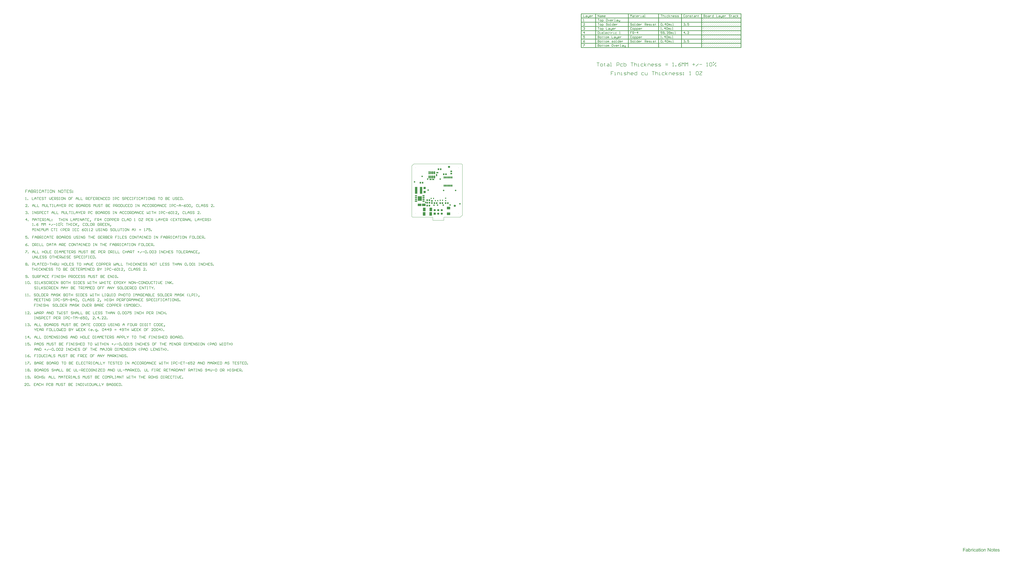
<source format=gbs>
G04 Layer_Color=16711935*
%FSLAX25Y25*%
%MOIN*%
G70*
G01*
G75*
%ADD26C,0.01500*%
%ADD27C,0.01000*%
%ADD30C,0.00100*%
%ADD31C,0.00500*%
%ADD56R,0.03000X0.05000*%
%ADD57R,0.05000X0.03000*%
%ADD60R,0.04340X0.04537*%
%ADD65R,0.04537X0.04340*%
%ADD67C,0.05937*%
%ADD71R,0.03750X0.02765*%
%ADD72R,0.02765X0.03750*%
%ADD73C,0.01200*%
%ADD74R,0.05954X0.05954*%
%ADD75C,0.05954*%
%ADD76R,0.05000X0.03800*%
%ADD77R,0.03792X0.08792*%
%ADD78O,0.03792X0.08792*%
%ADD79R,0.06509X0.03556*%
%ADD80O,0.06509X0.03556*%
%ADD81R,0.11627X0.13005*%
%ADD82O,0.02175X0.05915*%
%ADD83R,0.02175X0.05915*%
%ADD84R,0.07493X0.10249*%
%ADD85R,0.06706X0.19304*%
%ADD86R,0.02962X0.03750*%
%ADD87R,0.10249X0.06902*%
%ADD88C,0.04100*%
%ADD89R,0.03750X0.02962*%
%ADD90R,0.09383X0.07178*%
%ADD91R,0.05918X0.06312*%
G36*
X1611440Y-943131D02*
X1612626D01*
Y-944054D01*
X1611440D01*
Y-948138D01*
Y-948153D01*
Y-948211D01*
Y-948299D01*
X1611455Y-948402D01*
X1611470Y-948621D01*
X1611484Y-948709D01*
X1611499Y-948782D01*
X1611514Y-948812D01*
X1611543Y-948870D01*
X1611601Y-948943D01*
X1611689Y-949017D01*
X1611719Y-949031D01*
X1611792Y-949046D01*
X1611923Y-949075D01*
X1612099Y-949090D01*
X1612246D01*
X1612319Y-949075D01*
X1612407D01*
X1612626Y-949046D01*
X1612787Y-950085D01*
X1612758D01*
X1612699Y-950100D01*
X1612612Y-950115D01*
X1612480Y-950129D01*
X1612348Y-950159D01*
X1612202Y-950173D01*
X1611894Y-950188D01*
X1611792D01*
X1611675Y-950173D01*
X1611528Y-950159D01*
X1611367Y-950144D01*
X1611191Y-950100D01*
X1611030Y-950056D01*
X1610884Y-949998D01*
X1610869Y-949983D01*
X1610825Y-949954D01*
X1610767Y-949910D01*
X1610694Y-949851D01*
X1610606Y-949778D01*
X1610533Y-949690D01*
X1610445Y-949588D01*
X1610386Y-949471D01*
Y-949456D01*
X1610372Y-949397D01*
X1610342Y-949309D01*
X1610328Y-949163D01*
X1610298Y-948973D01*
X1610284Y-948870D01*
X1610269Y-948738D01*
Y-948592D01*
X1610254Y-948431D01*
Y-948255D01*
Y-948065D01*
Y-944054D01*
X1609376D01*
Y-943131D01*
X1610254D01*
Y-941418D01*
X1611440Y-940701D01*
Y-943131D01*
D02*
G37*
G36*
X1653984D02*
X1655170D01*
Y-944054D01*
X1653984D01*
Y-948138D01*
Y-948153D01*
Y-948211D01*
Y-948299D01*
X1653999Y-948402D01*
X1654013Y-948621D01*
X1654028Y-948709D01*
X1654043Y-948782D01*
X1654057Y-948812D01*
X1654087Y-948870D01*
X1654145Y-948943D01*
X1654233Y-949017D01*
X1654262Y-949031D01*
X1654336Y-949046D01*
X1654467Y-949075D01*
X1654643Y-949090D01*
X1654789D01*
X1654863Y-949075D01*
X1654950D01*
X1655170Y-949046D01*
X1655331Y-950085D01*
X1655302D01*
X1655243Y-950100D01*
X1655155Y-950115D01*
X1655024Y-950129D01*
X1654892Y-950159D01*
X1654745Y-950173D01*
X1654438Y-950188D01*
X1654336D01*
X1654218Y-950173D01*
X1654072Y-950159D01*
X1653911Y-950144D01*
X1653735Y-950100D01*
X1653574Y-950056D01*
X1653428Y-949998D01*
X1653413Y-949983D01*
X1653369Y-949954D01*
X1653311Y-949910D01*
X1653238Y-949851D01*
X1653150Y-949778D01*
X1653077Y-949690D01*
X1652989Y-949588D01*
X1652930Y-949471D01*
Y-949456D01*
X1652915Y-949397D01*
X1652886Y-949309D01*
X1652872Y-949163D01*
X1652842Y-948973D01*
X1652828Y-948870D01*
X1652813Y-948738D01*
Y-948592D01*
X1652798Y-948431D01*
Y-948255D01*
Y-948065D01*
Y-944054D01*
X1651920D01*
Y-943131D01*
X1652798D01*
Y-941418D01*
X1653984Y-940701D01*
Y-943131D01*
D02*
G37*
G36*
X1648187Y-942985D02*
X1648318Y-943000D01*
X1648450Y-943014D01*
X1648611Y-943044D01*
X1648787Y-943087D01*
X1649153Y-943205D01*
X1649343Y-943278D01*
X1649548Y-943366D01*
X1649739Y-943483D01*
X1649929Y-943614D01*
X1650119Y-943761D01*
X1650295Y-943922D01*
X1650310Y-943937D01*
X1650339Y-943966D01*
X1650383Y-944024D01*
X1650441Y-944098D01*
X1650514Y-944185D01*
X1650588Y-944303D01*
X1650676Y-944449D01*
X1650763Y-944595D01*
X1650837Y-944771D01*
X1650924Y-944976D01*
X1650998Y-945181D01*
X1651071Y-945415D01*
X1651129Y-945664D01*
X1651173Y-945942D01*
X1651203Y-946220D01*
X1651217Y-946528D01*
Y-946542D01*
Y-946586D01*
Y-946660D01*
Y-946747D01*
X1651203Y-946865D01*
Y-946996D01*
X1651188Y-947143D01*
X1651173Y-947304D01*
X1651115Y-947641D01*
X1651041Y-947992D01*
X1650939Y-948343D01*
X1650807Y-948651D01*
Y-948665D01*
X1650793Y-948680D01*
X1650734Y-948782D01*
X1650632Y-948914D01*
X1650500Y-949090D01*
X1650339Y-949280D01*
X1650134Y-949471D01*
X1649900Y-949661D01*
X1649621Y-949837D01*
X1649607D01*
X1649592Y-949851D01*
X1649548Y-949880D01*
X1649490Y-949895D01*
X1649329Y-949968D01*
X1649124Y-950041D01*
X1648875Y-950129D01*
X1648597Y-950188D01*
X1648289Y-950246D01*
X1647952Y-950261D01*
X1647806D01*
X1647704Y-950246D01*
X1647586Y-950232D01*
X1647440Y-950217D01*
X1647279Y-950188D01*
X1647103Y-950144D01*
X1646737Y-950027D01*
X1646532Y-949954D01*
X1646342Y-949866D01*
X1646137Y-949763D01*
X1645947Y-949632D01*
X1645757Y-949485D01*
X1645581Y-949324D01*
X1645566Y-949309D01*
X1645537Y-949280D01*
X1645493Y-949222D01*
X1645449Y-949148D01*
X1645376Y-949046D01*
X1645303Y-948929D01*
X1645215Y-948797D01*
X1645142Y-948636D01*
X1645054Y-948446D01*
X1644966Y-948255D01*
X1644893Y-948021D01*
X1644834Y-947787D01*
X1644776Y-947523D01*
X1644732Y-947245D01*
X1644702Y-946938D01*
X1644688Y-946616D01*
Y-946586D01*
Y-946528D01*
X1644702Y-946425D01*
Y-946294D01*
X1644717Y-946133D01*
X1644746Y-945957D01*
X1644776Y-945752D01*
X1644819Y-945532D01*
X1644878Y-945298D01*
X1644951Y-945064D01*
X1645039Y-944830D01*
X1645142Y-944595D01*
X1645259Y-944361D01*
X1645405Y-944141D01*
X1645566Y-943937D01*
X1645757Y-943746D01*
X1645771Y-943732D01*
X1645800Y-943717D01*
X1645844Y-943673D01*
X1645918Y-943629D01*
X1646005Y-943571D01*
X1646108Y-943497D01*
X1646225Y-943424D01*
X1646371Y-943351D01*
X1646518Y-943292D01*
X1646679Y-943219D01*
X1647059Y-943087D01*
X1647484Y-943000D01*
X1647718Y-942985D01*
X1647952Y-942970D01*
X1648084D01*
X1648187Y-942985D01*
D02*
G37*
G36*
X1659416D02*
X1659533Y-943000D01*
X1659679Y-943014D01*
X1659826Y-943044D01*
X1660001Y-943087D01*
X1660353Y-943205D01*
X1660543Y-943278D01*
X1660733Y-943380D01*
X1660924Y-943483D01*
X1661114Y-943614D01*
X1661289Y-943761D01*
X1661465Y-943937D01*
X1661480Y-943951D01*
X1661509Y-943981D01*
X1661553Y-944039D01*
X1661612Y-944112D01*
X1661670Y-944215D01*
X1661743Y-944332D01*
X1661831Y-944464D01*
X1661919Y-944625D01*
X1661992Y-944815D01*
X1662080Y-945005D01*
X1662153Y-945225D01*
X1662226Y-945474D01*
X1662270Y-945723D01*
X1662314Y-946001D01*
X1662344Y-946294D01*
X1662358Y-946616D01*
Y-946630D01*
Y-946689D01*
Y-946791D01*
X1662344Y-946923D01*
X1657161D01*
Y-946938D01*
Y-946967D01*
X1657176Y-947040D01*
Y-947113D01*
X1657190Y-947216D01*
X1657205Y-947318D01*
X1657264Y-947582D01*
X1657351Y-947860D01*
X1657454Y-948153D01*
X1657615Y-948446D01*
X1657805Y-948695D01*
X1657834Y-948724D01*
X1657908Y-948782D01*
X1658039Y-948885D01*
X1658200Y-948987D01*
X1658420Y-949104D01*
X1658669Y-949207D01*
X1658947Y-949265D01*
X1659255Y-949295D01*
X1659372D01*
X1659489Y-949280D01*
X1659635Y-949251D01*
X1659811Y-949207D01*
X1660001Y-949148D01*
X1660192Y-949075D01*
X1660367Y-948958D01*
X1660382Y-948943D01*
X1660440Y-948885D01*
X1660528Y-948812D01*
X1660631Y-948680D01*
X1660748Y-948534D01*
X1660865Y-948343D01*
X1660982Y-948109D01*
X1661099Y-947845D01*
X1662314Y-948007D01*
Y-948021D01*
X1662300Y-948050D01*
X1662285Y-948109D01*
X1662256Y-948182D01*
X1662226Y-948270D01*
X1662183Y-948372D01*
X1662065Y-948621D01*
X1661919Y-948885D01*
X1661743Y-949163D01*
X1661509Y-949441D01*
X1661246Y-949675D01*
X1661231D01*
X1661216Y-949705D01*
X1661172Y-949734D01*
X1661099Y-949763D01*
X1661026Y-949807D01*
X1660938Y-949866D01*
X1660836Y-949910D01*
X1660704Y-949968D01*
X1660426Y-950071D01*
X1660074Y-950173D01*
X1659694Y-950232D01*
X1659255Y-950261D01*
X1659108D01*
X1659006Y-950246D01*
X1658874Y-950232D01*
X1658727Y-950217D01*
X1658566Y-950188D01*
X1658376Y-950144D01*
X1657995Y-950027D01*
X1657791Y-949954D01*
X1657600Y-949866D01*
X1657395Y-949763D01*
X1657205Y-949632D01*
X1657015Y-949485D01*
X1656839Y-949324D01*
X1656824Y-949309D01*
X1656795Y-949280D01*
X1656751Y-949222D01*
X1656707Y-949148D01*
X1656634Y-949061D01*
X1656561Y-948943D01*
X1656473Y-948797D01*
X1656400Y-948636D01*
X1656312Y-948460D01*
X1656224Y-948270D01*
X1656151Y-948050D01*
X1656092Y-947816D01*
X1656034Y-947567D01*
X1655990Y-947289D01*
X1655961Y-946996D01*
X1655946Y-946689D01*
Y-946674D01*
Y-946616D01*
Y-946513D01*
X1655961Y-946396D01*
X1655975Y-946250D01*
X1655990Y-946074D01*
X1656019Y-945884D01*
X1656063Y-945679D01*
X1656166Y-945240D01*
X1656239Y-945020D01*
X1656327Y-944786D01*
X1656429Y-944566D01*
X1656546Y-944347D01*
X1656678Y-944141D01*
X1656839Y-943951D01*
X1656854Y-943937D01*
X1656883Y-943907D01*
X1656927Y-943863D01*
X1657000Y-943790D01*
X1657088Y-943717D01*
X1657205Y-943644D01*
X1657322Y-943556D01*
X1657468Y-943453D01*
X1657630Y-943366D01*
X1657805Y-943278D01*
X1657995Y-943205D01*
X1658215Y-943117D01*
X1658435Y-943058D01*
X1658669Y-943014D01*
X1658918Y-942985D01*
X1659181Y-942970D01*
X1659313D01*
X1659416Y-942985D01*
D02*
G37*
G36*
X1614983Y-950100D02*
X1613797D01*
Y-943131D01*
X1614983D01*
Y-950100D01*
D02*
G37*
G36*
X1576729Y-942985D02*
X1576934Y-943000D01*
X1577168Y-943029D01*
X1577417Y-943058D01*
X1577651Y-943117D01*
X1577871Y-943190D01*
X1577900Y-943205D01*
X1577959Y-943219D01*
X1578061Y-943278D01*
X1578178Y-943336D01*
X1578310Y-943410D01*
X1578456Y-943497D01*
X1578574Y-943600D01*
X1578691Y-943717D01*
X1578705Y-943732D01*
X1578735Y-943775D01*
X1578778Y-943834D01*
X1578837Y-943937D01*
X1578896Y-944054D01*
X1578954Y-944185D01*
X1579013Y-944347D01*
X1579057Y-944522D01*
Y-944537D01*
X1579071Y-944581D01*
X1579086Y-944654D01*
X1579101Y-944771D01*
Y-944917D01*
X1579115Y-945108D01*
X1579130Y-945327D01*
Y-945605D01*
Y-947187D01*
Y-947201D01*
Y-947260D01*
Y-947348D01*
Y-947450D01*
Y-947582D01*
Y-947728D01*
X1579144Y-948065D01*
Y-948431D01*
X1579159Y-948768D01*
X1579174Y-948929D01*
Y-949061D01*
X1579188Y-949178D01*
X1579203Y-949280D01*
Y-949295D01*
X1579218Y-949353D01*
X1579232Y-949441D01*
X1579262Y-949544D01*
X1579305Y-949661D01*
X1579364Y-949807D01*
X1579496Y-950100D01*
X1578266D01*
X1578251Y-950085D01*
X1578237Y-950041D01*
X1578207Y-949954D01*
X1578164Y-949851D01*
X1578120Y-949719D01*
X1578090Y-949573D01*
X1578061Y-949412D01*
X1578032Y-949222D01*
X1578003Y-949251D01*
X1577915Y-949309D01*
X1577798Y-949412D01*
X1577622Y-949529D01*
X1577432Y-949675D01*
X1577212Y-949807D01*
X1576992Y-949924D01*
X1576758Y-950027D01*
X1576729Y-950041D01*
X1576656Y-950056D01*
X1576539Y-950100D01*
X1576377Y-950144D01*
X1576173Y-950188D01*
X1575953Y-950217D01*
X1575719Y-950246D01*
X1575455Y-950261D01*
X1575353D01*
X1575265Y-950246D01*
X1575177D01*
X1575060Y-950232D01*
X1574811Y-950188D01*
X1574518Y-950129D01*
X1574240Y-950027D01*
X1573947Y-949895D01*
X1573698Y-949705D01*
X1573669Y-949675D01*
X1573596Y-949602D01*
X1573508Y-949485D01*
X1573391Y-949309D01*
X1573274Y-949104D01*
X1573186Y-948870D01*
X1573113Y-948577D01*
X1573083Y-948270D01*
Y-948241D01*
Y-948182D01*
X1573098Y-948080D01*
X1573113Y-947963D01*
X1573142Y-947816D01*
X1573171Y-947655D01*
X1573230Y-947494D01*
X1573303Y-947333D01*
X1573318Y-947318D01*
X1573347Y-947260D01*
X1573391Y-947187D01*
X1573464Y-947084D01*
X1573552Y-946982D01*
X1573669Y-946865D01*
X1573786Y-946762D01*
X1573918Y-946660D01*
X1573933Y-946645D01*
X1573991Y-946616D01*
X1574064Y-946572D01*
X1574167Y-946513D01*
X1574299Y-946440D01*
X1574430Y-946381D01*
X1574591Y-946323D01*
X1574767Y-946264D01*
X1574782D01*
X1574840Y-946250D01*
X1574914Y-946235D01*
X1575031Y-946206D01*
X1575177Y-946177D01*
X1575367Y-946147D01*
X1575572Y-946118D01*
X1575821Y-946089D01*
X1575836D01*
X1575880Y-946074D01*
X1575953D01*
X1576055Y-946059D01*
X1576173Y-946045D01*
X1576304Y-946030D01*
X1576626Y-945971D01*
X1576963Y-945913D01*
X1577314Y-945854D01*
X1577651Y-945767D01*
X1577798Y-945723D01*
X1577929Y-945679D01*
Y-945664D01*
Y-945635D01*
X1577944Y-945547D01*
Y-945444D01*
Y-945401D01*
Y-945371D01*
Y-945357D01*
Y-945342D01*
Y-945254D01*
X1577929Y-945122D01*
X1577900Y-944976D01*
X1577856Y-944815D01*
X1577798Y-944639D01*
X1577724Y-944493D01*
X1577607Y-944361D01*
X1577593Y-944347D01*
X1577519Y-944303D01*
X1577417Y-944229D01*
X1577271Y-944156D01*
X1577080Y-944083D01*
X1576846Y-944010D01*
X1576568Y-943966D01*
X1576260Y-943951D01*
X1576129D01*
X1575982Y-943966D01*
X1575792Y-943981D01*
X1575587Y-944024D01*
X1575397Y-944068D01*
X1575192Y-944141D01*
X1575031Y-944244D01*
X1575016Y-944259D01*
X1574972Y-944303D01*
X1574899Y-944376D01*
X1574811Y-944478D01*
X1574709Y-944625D01*
X1574621Y-944800D01*
X1574518Y-945020D01*
X1574445Y-945269D01*
X1573289Y-945108D01*
Y-945093D01*
X1573303Y-945078D01*
X1573318Y-944991D01*
X1573362Y-944859D01*
X1573406Y-944683D01*
X1573479Y-944493D01*
X1573567Y-944303D01*
X1573669Y-944098D01*
X1573801Y-943922D01*
X1573816Y-943907D01*
X1573874Y-943849D01*
X1573947Y-943761D01*
X1574064Y-943658D01*
X1574211Y-943556D01*
X1574401Y-943439D01*
X1574606Y-943322D01*
X1574840Y-943219D01*
X1574855D01*
X1574870Y-943205D01*
X1574914Y-943190D01*
X1574957Y-943175D01*
X1575104Y-943146D01*
X1575294Y-943087D01*
X1575528Y-943044D01*
X1575792Y-943014D01*
X1576099Y-942985D01*
X1576421Y-942970D01*
X1576568D01*
X1576729Y-942985D01*
D02*
G37*
G36*
X1571986Y-941609D02*
X1566774D01*
Y-944610D01*
X1571283D01*
Y-945737D01*
X1566774D01*
Y-950100D01*
X1565500D01*
Y-940481D01*
X1571986D01*
Y-941609D01*
D02*
G37*
G36*
X1605833Y-942985D02*
X1606038Y-943000D01*
X1606272Y-943029D01*
X1606521Y-943058D01*
X1606755Y-943117D01*
X1606975Y-943190D01*
X1607004Y-943205D01*
X1607063Y-943219D01*
X1607165Y-943278D01*
X1607283Y-943336D01*
X1607414Y-943410D01*
X1607561Y-943497D01*
X1607678Y-943600D01*
X1607795Y-943717D01*
X1607810Y-943732D01*
X1607839Y-943775D01*
X1607883Y-943834D01*
X1607941Y-943937D01*
X1608000Y-944054D01*
X1608059Y-944185D01*
X1608117Y-944347D01*
X1608161Y-944522D01*
Y-944537D01*
X1608176Y-944581D01*
X1608190Y-944654D01*
X1608205Y-944771D01*
Y-944917D01*
X1608220Y-945108D01*
X1608234Y-945327D01*
Y-945605D01*
Y-947187D01*
Y-947201D01*
Y-947260D01*
Y-947348D01*
Y-947450D01*
Y-947582D01*
Y-947728D01*
X1608249Y-948065D01*
Y-948431D01*
X1608263Y-948768D01*
X1608278Y-948929D01*
Y-949061D01*
X1608293Y-949178D01*
X1608307Y-949280D01*
Y-949295D01*
X1608322Y-949353D01*
X1608337Y-949441D01*
X1608366Y-949544D01*
X1608410Y-949661D01*
X1608468Y-949807D01*
X1608600Y-950100D01*
X1607370D01*
X1607356Y-950085D01*
X1607341Y-950041D01*
X1607312Y-949954D01*
X1607268Y-949851D01*
X1607224Y-949719D01*
X1607195Y-949573D01*
X1607165Y-949412D01*
X1607136Y-949222D01*
X1607107Y-949251D01*
X1607019Y-949309D01*
X1606902Y-949412D01*
X1606726Y-949529D01*
X1606536Y-949675D01*
X1606316Y-949807D01*
X1606097Y-949924D01*
X1605862Y-950027D01*
X1605833Y-950041D01*
X1605760Y-950056D01*
X1605643Y-950100D01*
X1605482Y-950144D01*
X1605277Y-950188D01*
X1605057Y-950217D01*
X1604823Y-950246D01*
X1604560Y-950261D01*
X1604457D01*
X1604369Y-950246D01*
X1604281D01*
X1604164Y-950232D01*
X1603915Y-950188D01*
X1603623Y-950129D01*
X1603344Y-950027D01*
X1603052Y-949895D01*
X1602803Y-949705D01*
X1602773Y-949675D01*
X1602700Y-949602D01*
X1602612Y-949485D01*
X1602495Y-949309D01*
X1602378Y-949104D01*
X1602290Y-948870D01*
X1602217Y-948577D01*
X1602188Y-948270D01*
Y-948241D01*
Y-948182D01*
X1602202Y-948080D01*
X1602217Y-947963D01*
X1602246Y-947816D01*
X1602276Y-947655D01*
X1602334Y-947494D01*
X1602407Y-947333D01*
X1602422Y-947318D01*
X1602451Y-947260D01*
X1602495Y-947187D01*
X1602568Y-947084D01*
X1602656Y-946982D01*
X1602773Y-946865D01*
X1602891Y-946762D01*
X1603022Y-946660D01*
X1603037Y-946645D01*
X1603095Y-946616D01*
X1603169Y-946572D01*
X1603271Y-946513D01*
X1603403Y-946440D01*
X1603535Y-946381D01*
X1603696Y-946323D01*
X1603871Y-946264D01*
X1603886D01*
X1603945Y-946250D01*
X1604018Y-946235D01*
X1604135Y-946206D01*
X1604281Y-946177D01*
X1604472Y-946147D01*
X1604677Y-946118D01*
X1604926Y-946089D01*
X1604940D01*
X1604984Y-946074D01*
X1605057D01*
X1605160Y-946059D01*
X1605277Y-946045D01*
X1605409Y-946030D01*
X1605731Y-945971D01*
X1606067Y-945913D01*
X1606419Y-945854D01*
X1606755Y-945767D01*
X1606902Y-945723D01*
X1607034Y-945679D01*
Y-945664D01*
Y-945635D01*
X1607048Y-945547D01*
Y-945444D01*
Y-945401D01*
Y-945371D01*
Y-945357D01*
Y-945342D01*
Y-945254D01*
X1607034Y-945122D01*
X1607004Y-944976D01*
X1606960Y-944815D01*
X1606902Y-944639D01*
X1606829Y-944493D01*
X1606712Y-944361D01*
X1606697Y-944347D01*
X1606624Y-944303D01*
X1606521Y-944229D01*
X1606375Y-944156D01*
X1606185Y-944083D01*
X1605950Y-944010D01*
X1605672Y-943966D01*
X1605365Y-943951D01*
X1605233D01*
X1605087Y-943966D01*
X1604896Y-943981D01*
X1604691Y-944024D01*
X1604501Y-944068D01*
X1604296Y-944141D01*
X1604135Y-944244D01*
X1604120Y-944259D01*
X1604076Y-944303D01*
X1604003Y-944376D01*
X1603915Y-944478D01*
X1603813Y-944625D01*
X1603725Y-944800D01*
X1603623Y-945020D01*
X1603549Y-945269D01*
X1602393Y-945108D01*
Y-945093D01*
X1602407Y-945078D01*
X1602422Y-944991D01*
X1602466Y-944859D01*
X1602510Y-944683D01*
X1602583Y-944493D01*
X1602671Y-944303D01*
X1602773Y-944098D01*
X1602905Y-943922D01*
X1602920Y-943907D01*
X1602978Y-943849D01*
X1603052Y-943761D01*
X1603169Y-943658D01*
X1603315Y-943556D01*
X1603505Y-943439D01*
X1603710Y-943322D01*
X1603945Y-943219D01*
X1603959D01*
X1603974Y-943205D01*
X1604018Y-943190D01*
X1604062Y-943175D01*
X1604208Y-943146D01*
X1604399Y-943087D01*
X1604633Y-943044D01*
X1604896Y-943014D01*
X1605204Y-942985D01*
X1605526Y-942970D01*
X1605672D01*
X1605833Y-942985D01*
D02*
G37*
G36*
X1594077Y-950100D02*
X1592891D01*
Y-943131D01*
X1594077D01*
Y-950100D01*
D02*
G37*
G36*
X1627749Y-942985D02*
X1627896Y-943000D01*
X1628071Y-943029D01*
X1628276Y-943073D01*
X1628467Y-943131D01*
X1628672Y-943205D01*
X1628701Y-943219D01*
X1628759Y-943248D01*
X1628847Y-943292D01*
X1628964Y-943366D01*
X1629096Y-943453D01*
X1629228Y-943556D01*
X1629360Y-943673D01*
X1629462Y-943805D01*
X1629477Y-943819D01*
X1629506Y-943863D01*
X1629550Y-943951D01*
X1629609Y-944054D01*
X1629667Y-944171D01*
X1629726Y-944317D01*
X1629784Y-944493D01*
X1629828Y-944669D01*
Y-944683D01*
X1629843Y-944727D01*
X1629857Y-944815D01*
X1629872Y-944932D01*
Y-945093D01*
X1629887Y-945298D01*
X1629901Y-945532D01*
Y-945825D01*
Y-950100D01*
X1628716D01*
Y-945869D01*
Y-945854D01*
Y-945840D01*
Y-945752D01*
Y-945620D01*
X1628701Y-945459D01*
X1628686Y-945298D01*
X1628657Y-945108D01*
X1628613Y-944947D01*
X1628569Y-944800D01*
Y-944786D01*
X1628540Y-944742D01*
X1628511Y-944669D01*
X1628467Y-944595D01*
X1628393Y-944493D01*
X1628306Y-944405D01*
X1628203Y-944303D01*
X1628086Y-944215D01*
X1628071Y-944200D01*
X1628027Y-944185D01*
X1627954Y-944141D01*
X1627852Y-944098D01*
X1627735Y-944068D01*
X1627588Y-944024D01*
X1627442Y-944010D01*
X1627266Y-943995D01*
X1627134D01*
X1627003Y-944024D01*
X1626812Y-944054D01*
X1626607Y-944112D01*
X1626402Y-944200D01*
X1626168Y-944317D01*
X1625963Y-944478D01*
X1625934Y-944508D01*
X1625875Y-944581D01*
X1625788Y-944698D01*
X1625744Y-944786D01*
X1625700Y-944888D01*
X1625641Y-945005D01*
X1625597Y-945137D01*
X1625553Y-945283D01*
X1625509Y-945444D01*
X1625465Y-945635D01*
X1625451Y-945840D01*
X1625422Y-946059D01*
Y-946294D01*
Y-950100D01*
X1624236D01*
Y-943131D01*
X1625304D01*
Y-944127D01*
X1625319Y-944112D01*
X1625334Y-944083D01*
X1625378Y-944024D01*
X1625451Y-943951D01*
X1625524Y-943863D01*
X1625627Y-943761D01*
X1625729Y-943658D01*
X1625861Y-943541D01*
X1626022Y-943439D01*
X1626183Y-943336D01*
X1626358Y-943234D01*
X1626563Y-943146D01*
X1626768Y-943073D01*
X1627003Y-943014D01*
X1627251Y-942985D01*
X1627515Y-942970D01*
X1627617D01*
X1627749Y-942985D01*
D02*
G37*
G36*
X1591193D02*
X1591354Y-943014D01*
X1591530Y-943073D01*
X1591735Y-943131D01*
X1591955Y-943234D01*
X1592189Y-943366D01*
X1591764Y-944449D01*
X1591749Y-944434D01*
X1591691Y-944405D01*
X1591603Y-944361D01*
X1591501Y-944317D01*
X1591369Y-944273D01*
X1591222Y-944229D01*
X1591061Y-944200D01*
X1590900Y-944185D01*
X1590842D01*
X1590769Y-944200D01*
X1590666Y-944215D01*
X1590564Y-944244D01*
X1590447Y-944288D01*
X1590329Y-944347D01*
X1590212Y-944420D01*
X1590198Y-944434D01*
X1590168Y-944464D01*
X1590110Y-944522D01*
X1590051Y-944595D01*
X1589978Y-944683D01*
X1589905Y-944800D01*
X1589846Y-944932D01*
X1589788Y-945078D01*
X1589773Y-945108D01*
X1589758Y-945181D01*
X1589729Y-945313D01*
X1589700Y-945488D01*
X1589656Y-945693D01*
X1589627Y-945928D01*
X1589612Y-946177D01*
X1589597Y-946455D01*
Y-950100D01*
X1588412D01*
Y-943131D01*
X1589480D01*
Y-944171D01*
X1589495Y-944156D01*
X1589554Y-944068D01*
X1589627Y-943937D01*
X1589715Y-943790D01*
X1589832Y-943629D01*
X1589963Y-943468D01*
X1590081Y-943322D01*
X1590212Y-943219D01*
X1590227Y-943205D01*
X1590271Y-943175D01*
X1590344Y-943146D01*
X1590447Y-943087D01*
X1590549Y-943044D01*
X1590681Y-943014D01*
X1590827Y-942985D01*
X1590974Y-942970D01*
X1591076D01*
X1591193Y-942985D01*
D02*
G37*
G36*
X1614983Y-941828D02*
X1613797D01*
Y-940481D01*
X1614983D01*
Y-941828D01*
D02*
G37*
G36*
X1594077D02*
X1592891D01*
Y-940481D01*
X1594077D01*
Y-941828D01*
D02*
G37*
G36*
X1666370Y-942985D02*
X1666560Y-943000D01*
X1666794Y-943029D01*
X1667028Y-943073D01*
X1667277Y-943131D01*
X1667512Y-943219D01*
X1667526D01*
X1667541Y-943234D01*
X1667614Y-943263D01*
X1667731Y-943322D01*
X1667863Y-943380D01*
X1668009Y-943483D01*
X1668170Y-943585D01*
X1668317Y-943717D01*
X1668434Y-943863D01*
X1668448Y-943878D01*
X1668478Y-943937D01*
X1668536Y-944024D01*
X1668609Y-944141D01*
X1668668Y-944288D01*
X1668741Y-944478D01*
X1668800Y-944683D01*
X1668858Y-944917D01*
X1667702Y-945078D01*
Y-945049D01*
X1667687Y-944991D01*
X1667658Y-944888D01*
X1667614Y-944771D01*
X1667555Y-944639D01*
X1667468Y-944508D01*
X1667365Y-944361D01*
X1667233Y-944244D01*
X1667219Y-944229D01*
X1667160Y-944200D01*
X1667072Y-944141D01*
X1666955Y-944083D01*
X1666809Y-944039D01*
X1666619Y-943981D01*
X1666413Y-943951D01*
X1666165Y-943937D01*
X1666033D01*
X1665886Y-943951D01*
X1665711Y-943966D01*
X1665520Y-944010D01*
X1665330Y-944054D01*
X1665140Y-944127D01*
X1664993Y-944215D01*
X1664979Y-944229D01*
X1664935Y-944259D01*
X1664891Y-944317D01*
X1664832Y-944390D01*
X1664759Y-944478D01*
X1664715Y-944595D01*
X1664671Y-944713D01*
X1664657Y-944844D01*
Y-944859D01*
Y-944888D01*
X1664671Y-944932D01*
Y-944991D01*
X1664715Y-945122D01*
X1664788Y-945269D01*
X1664803Y-945283D01*
X1664818Y-945298D01*
X1664906Y-945371D01*
X1664964Y-945430D01*
X1665037Y-945474D01*
X1665140Y-945532D01*
X1665242Y-945576D01*
X1665257D01*
X1665286Y-945591D01*
X1665345Y-945605D01*
X1665447Y-945635D01*
X1665579Y-945679D01*
X1665769Y-945737D01*
X1666004Y-945796D01*
X1666135Y-945840D01*
X1666296Y-945884D01*
X1666311D01*
X1666355Y-945898D01*
X1666413Y-945913D01*
X1666501Y-945942D01*
X1666604Y-945971D01*
X1666721Y-946001D01*
X1666985Y-946074D01*
X1667277Y-946162D01*
X1667570Y-946264D01*
X1667834Y-946352D01*
X1667951Y-946396D01*
X1668053Y-946440D01*
X1668082Y-946455D01*
X1668141Y-946484D01*
X1668229Y-946528D01*
X1668331Y-946586D01*
X1668463Y-946674D01*
X1668595Y-946791D01*
X1668712Y-946908D01*
X1668829Y-947055D01*
X1668844Y-947069D01*
X1668873Y-947128D01*
X1668917Y-947216D01*
X1668975Y-947333D01*
X1669034Y-947479D01*
X1669078Y-947655D01*
X1669107Y-947845D01*
X1669122Y-948065D01*
Y-948094D01*
Y-948168D01*
X1669107Y-948285D01*
X1669078Y-948416D01*
X1669034Y-948592D01*
X1668975Y-948782D01*
X1668888Y-948973D01*
X1668771Y-949178D01*
X1668756Y-949207D01*
X1668712Y-949265D01*
X1668624Y-949353D01*
X1668507Y-949471D01*
X1668375Y-949602D01*
X1668200Y-949734D01*
X1667995Y-949866D01*
X1667760Y-949983D01*
X1667731Y-949998D01*
X1667643Y-950027D01*
X1667512Y-950071D01*
X1667336Y-950115D01*
X1667116Y-950173D01*
X1666867Y-950217D01*
X1666589Y-950246D01*
X1666296Y-950261D01*
X1666165D01*
X1666077Y-950246D01*
X1665960D01*
X1665828Y-950232D01*
X1665520Y-950188D01*
X1665184Y-950129D01*
X1664847Y-950027D01*
X1664510Y-949895D01*
X1664364Y-949807D01*
X1664218Y-949705D01*
X1664203D01*
X1664188Y-949675D01*
X1664100Y-949602D01*
X1663983Y-949471D01*
X1663837Y-949280D01*
X1663691Y-949046D01*
X1663544Y-948753D01*
X1663412Y-948416D01*
X1663325Y-948021D01*
X1664496Y-947831D01*
Y-947845D01*
Y-947860D01*
X1664510Y-947948D01*
X1664554Y-948080D01*
X1664598Y-948241D01*
X1664671Y-948416D01*
X1664759Y-948592D01*
X1664891Y-948768D01*
X1665037Y-948929D01*
X1665052Y-948943D01*
X1665125Y-948987D01*
X1665228Y-949046D01*
X1665359Y-949104D01*
X1665550Y-949178D01*
X1665755Y-949236D01*
X1666018Y-949280D01*
X1666296Y-949295D01*
X1666428D01*
X1666575Y-949280D01*
X1666750Y-949251D01*
X1666955Y-949222D01*
X1667160Y-949163D01*
X1667351Y-949075D01*
X1667512Y-948973D01*
X1667526Y-948958D01*
X1667570Y-948914D01*
X1667643Y-948841D01*
X1667716Y-948753D01*
X1667775Y-948636D01*
X1667848Y-948490D01*
X1667892Y-948343D01*
X1667907Y-948182D01*
Y-948168D01*
Y-948109D01*
X1667892Y-948050D01*
X1667863Y-947948D01*
X1667819Y-947860D01*
X1667760Y-947743D01*
X1667673Y-947641D01*
X1667555Y-947553D01*
X1667541Y-947538D01*
X1667497Y-947523D01*
X1667424Y-947494D01*
X1667307Y-947435D01*
X1667146Y-947392D01*
X1666941Y-947318D01*
X1666809Y-947274D01*
X1666677Y-947245D01*
X1666516Y-947201D01*
X1666340Y-947157D01*
X1666326D01*
X1666282Y-947143D01*
X1666223Y-947128D01*
X1666135Y-947099D01*
X1666018Y-947069D01*
X1665901Y-947040D01*
X1665623Y-946952D01*
X1665330Y-946865D01*
X1665023Y-946777D01*
X1664745Y-946674D01*
X1664627Y-946630D01*
X1664525Y-946586D01*
X1664510Y-946572D01*
X1664437Y-946542D01*
X1664349Y-946484D01*
X1664247Y-946411D01*
X1664115Y-946323D01*
X1663998Y-946206D01*
X1663866Y-946074D01*
X1663764Y-945928D01*
X1663749Y-945913D01*
X1663720Y-945854D01*
X1663691Y-945767D01*
X1663647Y-945649D01*
X1663588Y-945518D01*
X1663559Y-945357D01*
X1663529Y-945181D01*
X1663515Y-944991D01*
Y-944976D01*
Y-944917D01*
X1663529Y-944815D01*
X1663544Y-944713D01*
X1663559Y-944581D01*
X1663603Y-944434D01*
X1663647Y-944273D01*
X1663720Y-944127D01*
X1663734Y-944112D01*
X1663764Y-944054D01*
X1663808Y-943981D01*
X1663881Y-943893D01*
X1663954Y-943790D01*
X1664057Y-943688D01*
X1664174Y-943571D01*
X1664305Y-943468D01*
X1664320Y-943453D01*
X1664364Y-943439D01*
X1664422Y-943395D01*
X1664510Y-943351D01*
X1664613Y-943292D01*
X1664745Y-943234D01*
X1664891Y-943175D01*
X1665052Y-943117D01*
X1665081D01*
X1665140Y-943087D01*
X1665228Y-943073D01*
X1665359Y-943044D01*
X1665520Y-943014D01*
X1665681Y-943000D01*
X1665872Y-942970D01*
X1666209D01*
X1666370Y-942985D01*
D02*
G37*
G36*
X1643151Y-950100D02*
X1641848D01*
X1636797Y-942546D01*
Y-950100D01*
X1635582D01*
Y-940481D01*
X1636870D01*
X1641935Y-948036D01*
Y-940481D01*
X1643151D01*
Y-950100D01*
D02*
G37*
G36*
X1619829Y-942985D02*
X1619961Y-943000D01*
X1620093Y-943014D01*
X1620254Y-943044D01*
X1620429Y-943087D01*
X1620795Y-943205D01*
X1620986Y-943278D01*
X1621191Y-943366D01*
X1621381Y-943483D01*
X1621571Y-943614D01*
X1621762Y-943761D01*
X1621937Y-943922D01*
X1621952Y-943937D01*
X1621981Y-943966D01*
X1622025Y-944024D01*
X1622084Y-944098D01*
X1622157Y-944185D01*
X1622230Y-944303D01*
X1622318Y-944449D01*
X1622406Y-944595D01*
X1622479Y-944771D01*
X1622567Y-944976D01*
X1622640Y-945181D01*
X1622713Y-945415D01*
X1622772Y-945664D01*
X1622816Y-945942D01*
X1622845Y-946220D01*
X1622860Y-946528D01*
Y-946542D01*
Y-946586D01*
Y-946660D01*
Y-946747D01*
X1622845Y-946865D01*
Y-946996D01*
X1622830Y-947143D01*
X1622816Y-947304D01*
X1622757Y-947641D01*
X1622684Y-947992D01*
X1622581Y-948343D01*
X1622450Y-948651D01*
Y-948665D01*
X1622435Y-948680D01*
X1622376Y-948782D01*
X1622274Y-948914D01*
X1622142Y-949090D01*
X1621981Y-949280D01*
X1621776Y-949471D01*
X1621542Y-949661D01*
X1621264Y-949837D01*
X1621249D01*
X1621235Y-949851D01*
X1621191Y-949880D01*
X1621132Y-949895D01*
X1620971Y-949968D01*
X1620766Y-950041D01*
X1620517Y-950129D01*
X1620239Y-950188D01*
X1619931Y-950246D01*
X1619595Y-950261D01*
X1619448D01*
X1619346Y-950246D01*
X1619229Y-950232D01*
X1619082Y-950217D01*
X1618921Y-950188D01*
X1618746Y-950144D01*
X1618380Y-950027D01*
X1618175Y-949954D01*
X1617984Y-949866D01*
X1617779Y-949763D01*
X1617589Y-949632D01*
X1617399Y-949485D01*
X1617223Y-949324D01*
X1617208Y-949309D01*
X1617179Y-949280D01*
X1617135Y-949222D01*
X1617091Y-949148D01*
X1617018Y-949046D01*
X1616945Y-948929D01*
X1616857Y-948797D01*
X1616784Y-948636D01*
X1616696Y-948446D01*
X1616608Y-948255D01*
X1616535Y-948021D01*
X1616476Y-947787D01*
X1616418Y-947523D01*
X1616374Y-947245D01*
X1616345Y-946938D01*
X1616330Y-946616D01*
Y-946586D01*
Y-946528D01*
X1616345Y-946425D01*
Y-946294D01*
X1616359Y-946133D01*
X1616389Y-945957D01*
X1616418Y-945752D01*
X1616462Y-945532D01*
X1616520Y-945298D01*
X1616594Y-945064D01*
X1616681Y-944830D01*
X1616784Y-944595D01*
X1616901Y-944361D01*
X1617047Y-944141D01*
X1617208Y-943937D01*
X1617399Y-943746D01*
X1617413Y-943732D01*
X1617443Y-943717D01*
X1617487Y-943673D01*
X1617560Y-943629D01*
X1617648Y-943571D01*
X1617750Y-943497D01*
X1617867Y-943424D01*
X1618014Y-943351D01*
X1618160Y-943292D01*
X1618321Y-943219D01*
X1618702Y-943087D01*
X1619126Y-943000D01*
X1619361Y-942985D01*
X1619595Y-942970D01*
X1619727D01*
X1619829Y-942985D01*
D02*
G37*
G36*
X1598865D02*
X1598967D01*
X1599069Y-943000D01*
X1599333Y-943044D01*
X1599626Y-943117D01*
X1599948Y-943219D01*
X1600255Y-943366D01*
X1600533Y-943556D01*
X1600548D01*
X1600563Y-943585D01*
X1600651Y-943658D01*
X1600768Y-943790D01*
X1600914Y-943966D01*
X1601075Y-944200D01*
X1601222Y-944478D01*
X1601353Y-944815D01*
X1601456Y-945181D01*
X1600314Y-945357D01*
Y-945342D01*
X1600299Y-945327D01*
X1600285Y-945240D01*
X1600241Y-945122D01*
X1600182Y-944961D01*
X1600094Y-944786D01*
X1599992Y-944610D01*
X1599875Y-944449D01*
X1599728Y-944303D01*
X1599714Y-944288D01*
X1599655Y-944244D01*
X1599567Y-944185D01*
X1599450Y-944112D01*
X1599304Y-944054D01*
X1599143Y-943995D01*
X1598938Y-943951D01*
X1598733Y-943937D01*
X1598645D01*
X1598586Y-943951D01*
X1598425Y-943966D01*
X1598220Y-944010D01*
X1597986Y-944098D01*
X1597752Y-944215D01*
X1597503Y-944361D01*
X1597386Y-944464D01*
X1597283Y-944581D01*
X1597254Y-944610D01*
X1597239Y-944654D01*
X1597196Y-944698D01*
X1597152Y-944771D01*
X1597108Y-944859D01*
X1597064Y-944961D01*
X1597020Y-945078D01*
X1596961Y-945210D01*
X1596917Y-945357D01*
X1596873Y-945532D01*
X1596830Y-945708D01*
X1596786Y-945913D01*
X1596771Y-946133D01*
X1596742Y-946367D01*
Y-946616D01*
Y-946630D01*
Y-946674D01*
Y-946747D01*
X1596756Y-946850D01*
Y-946967D01*
X1596771Y-947099D01*
X1596815Y-947392D01*
X1596873Y-947728D01*
X1596961Y-948080D01*
X1597093Y-948387D01*
X1597181Y-948534D01*
X1597269Y-948665D01*
X1597298Y-948695D01*
X1597371Y-948768D01*
X1597488Y-948870D01*
X1597649Y-948973D01*
X1597840Y-949090D01*
X1598089Y-949192D01*
X1598352Y-949265D01*
X1598499Y-949280D01*
X1598660Y-949295D01*
X1598777D01*
X1598909Y-949265D01*
X1599069Y-949236D01*
X1599245Y-949192D01*
X1599450Y-949119D01*
X1599640Y-949017D01*
X1599816Y-948870D01*
X1599831Y-948856D01*
X1599889Y-948782D01*
X1599977Y-948695D01*
X1600065Y-948548D01*
X1600167Y-948358D01*
X1600270Y-948138D01*
X1600358Y-947860D01*
X1600416Y-947553D01*
X1601573Y-947714D01*
Y-947728D01*
X1601558Y-947772D01*
X1601544Y-947831D01*
X1601529Y-947904D01*
X1601500Y-948007D01*
X1601471Y-948124D01*
X1601383Y-948402D01*
X1601251Y-948695D01*
X1601075Y-949017D01*
X1600856Y-949309D01*
X1600592Y-949588D01*
X1600577D01*
X1600563Y-949617D01*
X1600519Y-949646D01*
X1600460Y-949690D01*
X1600373Y-949749D01*
X1600285Y-949807D01*
X1600065Y-949924D01*
X1599787Y-950041D01*
X1599450Y-950159D01*
X1599084Y-950232D01*
X1598879Y-950246D01*
X1598674Y-950261D01*
X1598542D01*
X1598440Y-950246D01*
X1598323Y-950232D01*
X1598176Y-950217D01*
X1598030Y-950188D01*
X1597854Y-950144D01*
X1597488Y-950041D01*
X1597298Y-949954D01*
X1597108Y-949866D01*
X1596917Y-949763D01*
X1596742Y-949646D01*
X1596566Y-949500D01*
X1596390Y-949339D01*
X1596376Y-949324D01*
X1596346Y-949295D01*
X1596317Y-949236D01*
X1596259Y-949163D01*
X1596185Y-949061D01*
X1596112Y-948943D01*
X1596039Y-948812D01*
X1595966Y-948651D01*
X1595878Y-948475D01*
X1595805Y-948270D01*
X1595732Y-948050D01*
X1595658Y-947801D01*
X1595600Y-947553D01*
X1595571Y-947260D01*
X1595541Y-946967D01*
X1595527Y-946645D01*
Y-946630D01*
Y-946601D01*
Y-946528D01*
Y-946455D01*
X1595541Y-946352D01*
Y-946250D01*
X1595571Y-945971D01*
X1595615Y-945664D01*
X1595688Y-945342D01*
X1595776Y-944991D01*
X1595893Y-944669D01*
Y-944654D01*
X1595907Y-944625D01*
X1595937Y-944581D01*
X1595966Y-944522D01*
X1596054Y-944376D01*
X1596171Y-944185D01*
X1596332Y-943981D01*
X1596522Y-943775D01*
X1596756Y-943571D01*
X1597020Y-943395D01*
X1597035D01*
X1597049Y-943380D01*
X1597093Y-943351D01*
X1597152Y-943322D01*
X1597313Y-943263D01*
X1597518Y-943175D01*
X1597752Y-943102D01*
X1598045Y-943029D01*
X1598352Y-942985D01*
X1598674Y-942970D01*
X1598791D01*
X1598865Y-942985D01*
D02*
G37*
G36*
X1582116Y-943907D02*
X1582131Y-943893D01*
X1582146Y-943863D01*
X1582190Y-943819D01*
X1582248Y-943761D01*
X1582321Y-943688D01*
X1582409Y-943614D01*
X1582629Y-943439D01*
X1582892Y-943263D01*
X1583229Y-943117D01*
X1583405Y-943058D01*
X1583595Y-943014D01*
X1583800Y-942985D01*
X1584005Y-942970D01*
X1584122D01*
X1584239Y-942985D01*
X1584400Y-943000D01*
X1584591Y-943029D01*
X1584795Y-943087D01*
X1585001Y-943146D01*
X1585220Y-943234D01*
X1585249Y-943248D01*
X1585323Y-943278D01*
X1585425Y-943336D01*
X1585557Y-943424D01*
X1585703Y-943527D01*
X1585850Y-943658D01*
X1586011Y-943805D01*
X1586157Y-943966D01*
X1586172Y-943981D01*
X1586216Y-944054D01*
X1586289Y-944156D01*
X1586377Y-944288D01*
X1586465Y-944449D01*
X1586567Y-944639D01*
X1586655Y-944859D01*
X1586743Y-945108D01*
X1586757Y-945137D01*
X1586772Y-945225D01*
X1586816Y-945357D01*
X1586860Y-945532D01*
X1586889Y-945737D01*
X1586933Y-945971D01*
X1586948Y-946235D01*
X1586962Y-946513D01*
Y-946528D01*
Y-946586D01*
Y-946689D01*
X1586948Y-946806D01*
X1586933Y-946967D01*
X1586918Y-947128D01*
X1586889Y-947333D01*
X1586845Y-947538D01*
X1586743Y-947977D01*
X1586669Y-948211D01*
X1586582Y-948446D01*
X1586479Y-948680D01*
X1586362Y-948899D01*
X1586230Y-949104D01*
X1586069Y-949295D01*
X1586055Y-949309D01*
X1586025Y-949339D01*
X1585981Y-949383D01*
X1585908Y-949441D01*
X1585835Y-949514D01*
X1585732Y-949602D01*
X1585615Y-949690D01*
X1585469Y-949778D01*
X1585161Y-949954D01*
X1584810Y-950115D01*
X1584605Y-950173D01*
X1584400Y-950217D01*
X1584181Y-950246D01*
X1583946Y-950261D01*
X1583829D01*
X1583741Y-950246D01*
X1583639Y-950232D01*
X1583522Y-950202D01*
X1583244Y-950129D01*
X1583097Y-950085D01*
X1582936Y-950012D01*
X1582775Y-949924D01*
X1582614Y-949822D01*
X1582468Y-949705D01*
X1582307Y-949573D01*
X1582160Y-949412D01*
X1582029Y-949236D01*
Y-950100D01*
X1580931D01*
Y-940481D01*
X1582116D01*
Y-943907D01*
D02*
G37*
%LPC*%
G36*
X1648113Y-943951D02*
X1647865D01*
X1647806Y-943966D01*
X1647645Y-943981D01*
X1647440Y-944039D01*
X1647206Y-944112D01*
X1646957Y-944229D01*
X1646708Y-944405D01*
X1646591Y-944508D01*
X1646474Y-944625D01*
X1646445Y-944654D01*
X1646415Y-944698D01*
X1646386Y-944742D01*
X1646342Y-944815D01*
X1646298Y-944903D01*
X1646240Y-945005D01*
X1646196Y-945122D01*
X1646137Y-945254D01*
X1646079Y-945401D01*
X1646035Y-945562D01*
X1645991Y-945752D01*
X1645961Y-945942D01*
X1645932Y-946162D01*
X1645903Y-946381D01*
Y-946630D01*
Y-946645D01*
Y-946689D01*
Y-946762D01*
X1645918Y-946850D01*
Y-946952D01*
X1645932Y-947084D01*
X1645976Y-947377D01*
X1646049Y-947699D01*
X1646137Y-948036D01*
X1646284Y-948358D01*
X1646371Y-948504D01*
X1646474Y-948636D01*
X1646503Y-948665D01*
X1646576Y-948738D01*
X1646708Y-948841D01*
X1646884Y-948958D01*
X1647089Y-949090D01*
X1647352Y-949192D01*
X1647630Y-949265D01*
X1647791Y-949280D01*
X1647952Y-949295D01*
X1648040D01*
X1648099Y-949280D01*
X1648260Y-949265D01*
X1648465Y-949207D01*
X1648699Y-949134D01*
X1648948Y-949017D01*
X1649182Y-948856D01*
X1649299Y-948753D01*
X1649417Y-948636D01*
Y-948621D01*
X1649446Y-948607D01*
X1649475Y-948563D01*
X1649504Y-948504D01*
X1649548Y-948431D01*
X1649607Y-948343D01*
X1649651Y-948241D01*
X1649709Y-948124D01*
X1649768Y-947992D01*
X1649812Y-947845D01*
X1649870Y-947670D01*
X1649914Y-947479D01*
X1649944Y-947289D01*
X1649973Y-947069D01*
X1650002Y-946835D01*
Y-946586D01*
Y-946572D01*
Y-946528D01*
Y-946469D01*
X1649987Y-946367D01*
Y-946264D01*
X1649973Y-946147D01*
X1649929Y-945854D01*
X1649856Y-945547D01*
X1649753Y-945210D01*
X1649607Y-944903D01*
X1649402Y-944625D01*
Y-944610D01*
X1649373Y-944595D01*
X1649299Y-944522D01*
X1649168Y-944405D01*
X1649007Y-944288D01*
X1648787Y-944171D01*
X1648538Y-944054D01*
X1648260Y-943981D01*
X1648113Y-943951D01*
D02*
G37*
G36*
X1659196Y-943937D02*
X1659123D01*
X1659064Y-943951D01*
X1658903Y-943966D01*
X1658713Y-944010D01*
X1658493Y-944068D01*
X1658274Y-944171D01*
X1658039Y-944303D01*
X1657820Y-944493D01*
X1657791Y-944522D01*
X1657732Y-944595D01*
X1657644Y-944713D01*
X1657542Y-944888D01*
X1657439Y-945093D01*
X1657337Y-945342D01*
X1657264Y-945635D01*
X1657220Y-945957D01*
X1661114D01*
Y-945942D01*
Y-945913D01*
X1661099Y-945869D01*
Y-945811D01*
X1661070Y-945649D01*
X1661026Y-945459D01*
X1660967Y-945254D01*
X1660880Y-945035D01*
X1660792Y-944815D01*
X1660660Y-944639D01*
Y-944625D01*
X1660631Y-944610D01*
X1660558Y-944522D01*
X1660426Y-944420D01*
X1660265Y-944288D01*
X1660045Y-944156D01*
X1659796Y-944039D01*
X1659518Y-943966D01*
X1659357Y-943951D01*
X1659196Y-943937D01*
D02*
G37*
G36*
X1577929Y-946601D02*
X1577900Y-946616D01*
X1577856Y-946630D01*
X1577812Y-946645D01*
X1577739Y-946674D01*
X1577651Y-946689D01*
X1577563Y-946718D01*
X1577446Y-946762D01*
X1577314Y-946791D01*
X1577168Y-946821D01*
X1577022Y-946865D01*
X1576846Y-946908D01*
X1576656Y-946938D01*
X1576451Y-946982D01*
X1576231Y-947011D01*
X1575997Y-947055D01*
X1575968D01*
X1575880Y-947069D01*
X1575748Y-947099D01*
X1575587Y-947128D01*
X1575250Y-947201D01*
X1575089Y-947245D01*
X1574957Y-947289D01*
X1574943D01*
X1574914Y-947318D01*
X1574855Y-947348D01*
X1574796Y-947392D01*
X1574650Y-947509D01*
X1574504Y-947684D01*
Y-947699D01*
X1574474Y-947728D01*
X1574460Y-947772D01*
X1574430Y-947845D01*
X1574372Y-948021D01*
X1574357Y-948124D01*
X1574343Y-948241D01*
Y-948255D01*
Y-948314D01*
X1574357Y-948402D01*
X1574387Y-948519D01*
X1574430Y-948636D01*
X1574489Y-948768D01*
X1574577Y-948899D01*
X1574694Y-949031D01*
X1574709Y-949046D01*
X1574767Y-949075D01*
X1574840Y-949134D01*
X1574957Y-949178D01*
X1575104Y-949236D01*
X1575294Y-949295D01*
X1575499Y-949324D01*
X1575748Y-949339D01*
X1575865D01*
X1575982Y-949324D01*
X1576158Y-949295D01*
X1576334Y-949265D01*
X1576539Y-949222D01*
X1576744Y-949148D01*
X1576949Y-949046D01*
X1576978Y-949031D01*
X1577036Y-948987D01*
X1577139Y-948929D01*
X1577256Y-948826D01*
X1577373Y-948724D01*
X1577505Y-948577D01*
X1577637Y-948416D01*
X1577739Y-948226D01*
X1577754Y-948211D01*
X1577768Y-948153D01*
X1577798Y-948065D01*
X1577841Y-947933D01*
X1577871Y-947758D01*
X1577900Y-947553D01*
X1577915Y-947318D01*
X1577929Y-947040D01*
Y-946601D01*
D02*
G37*
G36*
X1607034D02*
X1607004Y-946616D01*
X1606960Y-946630D01*
X1606917Y-946645D01*
X1606843Y-946674D01*
X1606755Y-946689D01*
X1606668Y-946718D01*
X1606551Y-946762D01*
X1606419Y-946791D01*
X1606272Y-946821D01*
X1606126Y-946865D01*
X1605950Y-946908D01*
X1605760Y-946938D01*
X1605555Y-946982D01*
X1605335Y-947011D01*
X1605101Y-947055D01*
X1605072D01*
X1604984Y-947069D01*
X1604852Y-947099D01*
X1604691Y-947128D01*
X1604355Y-947201D01*
X1604193Y-947245D01*
X1604062Y-947289D01*
X1604047D01*
X1604018Y-947318D01*
X1603959Y-947348D01*
X1603901Y-947392D01*
X1603754Y-947509D01*
X1603608Y-947684D01*
Y-947699D01*
X1603579Y-947728D01*
X1603564Y-947772D01*
X1603535Y-947845D01*
X1603476Y-948021D01*
X1603461Y-948124D01*
X1603447Y-948241D01*
Y-948255D01*
Y-948314D01*
X1603461Y-948402D01*
X1603491Y-948519D01*
X1603535Y-948636D01*
X1603593Y-948768D01*
X1603681Y-948899D01*
X1603798Y-949031D01*
X1603813Y-949046D01*
X1603871Y-949075D01*
X1603945Y-949134D01*
X1604062Y-949178D01*
X1604208Y-949236D01*
X1604399Y-949295D01*
X1604603Y-949324D01*
X1604852Y-949339D01*
X1604969D01*
X1605087Y-949324D01*
X1605262Y-949295D01*
X1605438Y-949265D01*
X1605643Y-949222D01*
X1605848Y-949148D01*
X1606053Y-949046D01*
X1606082Y-949031D01*
X1606141Y-948987D01*
X1606243Y-948929D01*
X1606360Y-948826D01*
X1606477Y-948724D01*
X1606609Y-948577D01*
X1606741Y-948416D01*
X1606843Y-948226D01*
X1606858Y-948211D01*
X1606873Y-948153D01*
X1606902Y-948065D01*
X1606946Y-947933D01*
X1606975Y-947758D01*
X1607004Y-947553D01*
X1607019Y-947318D01*
X1607034Y-947040D01*
Y-946601D01*
D02*
G37*
G36*
X1619756Y-943951D02*
X1619507D01*
X1619448Y-943966D01*
X1619287Y-943981D01*
X1619082Y-944039D01*
X1618848Y-944112D01*
X1618599Y-944229D01*
X1618350Y-944405D01*
X1618233Y-944508D01*
X1618116Y-944625D01*
X1618087Y-944654D01*
X1618058Y-944698D01*
X1618028Y-944742D01*
X1617984Y-944815D01*
X1617941Y-944903D01*
X1617882Y-945005D01*
X1617838Y-945122D01*
X1617779Y-945254D01*
X1617721Y-945401D01*
X1617677Y-945562D01*
X1617633Y-945752D01*
X1617604Y-945942D01*
X1617575Y-946162D01*
X1617545Y-946381D01*
Y-946630D01*
Y-946645D01*
Y-946689D01*
Y-946762D01*
X1617560Y-946850D01*
Y-946952D01*
X1617575Y-947084D01*
X1617618Y-947377D01*
X1617692Y-947699D01*
X1617779Y-948036D01*
X1617926Y-948358D01*
X1618014Y-948504D01*
X1618116Y-948636D01*
X1618145Y-948665D01*
X1618219Y-948738D01*
X1618350Y-948841D01*
X1618526Y-948958D01*
X1618731Y-949090D01*
X1618995Y-949192D01*
X1619273Y-949265D01*
X1619434Y-949280D01*
X1619595Y-949295D01*
X1619683D01*
X1619741Y-949280D01*
X1619902Y-949265D01*
X1620107Y-949207D01*
X1620341Y-949134D01*
X1620590Y-949017D01*
X1620825Y-948856D01*
X1620942Y-948753D01*
X1621059Y-948636D01*
Y-948621D01*
X1621088Y-948607D01*
X1621117Y-948563D01*
X1621147Y-948504D01*
X1621191Y-948431D01*
X1621249Y-948343D01*
X1621293Y-948241D01*
X1621352Y-948124D01*
X1621410Y-947992D01*
X1621454Y-947845D01*
X1621513Y-947670D01*
X1621557Y-947479D01*
X1621586Y-947289D01*
X1621615Y-947069D01*
X1621644Y-946835D01*
Y-946586D01*
Y-946572D01*
Y-946528D01*
Y-946469D01*
X1621630Y-946367D01*
Y-946264D01*
X1621615Y-946147D01*
X1621571Y-945854D01*
X1621498Y-945547D01*
X1621395Y-945210D01*
X1621249Y-944903D01*
X1621044Y-944625D01*
Y-944610D01*
X1621015Y-944595D01*
X1620942Y-944522D01*
X1620810Y-944405D01*
X1620649Y-944288D01*
X1620429Y-944171D01*
X1620180Y-944054D01*
X1619902Y-943981D01*
X1619756Y-943951D01*
D02*
G37*
G36*
X1584034Y-943937D02*
X1583815D01*
X1583756Y-943951D01*
X1583610Y-943966D01*
X1583434Y-944024D01*
X1583229Y-944098D01*
X1582995Y-944229D01*
X1582775Y-944390D01*
X1582658Y-944508D01*
X1582556Y-944625D01*
Y-944639D01*
X1582526Y-944654D01*
X1582512Y-944698D01*
X1582468Y-944756D01*
X1582424Y-944815D01*
X1582380Y-944903D01*
X1582336Y-945005D01*
X1582277Y-945122D01*
X1582219Y-945254D01*
X1582175Y-945401D01*
X1582131Y-945562D01*
X1582087Y-945723D01*
X1582029Y-946118D01*
X1581999Y-946572D01*
Y-946586D01*
Y-946630D01*
Y-946689D01*
Y-946777D01*
X1582014Y-946879D01*
Y-946996D01*
X1582043Y-947274D01*
X1582087Y-947567D01*
X1582146Y-947875D01*
X1582219Y-948153D01*
X1582277Y-948270D01*
X1582336Y-948387D01*
Y-948402D01*
X1582365Y-948431D01*
X1582395Y-948475D01*
X1582438Y-948534D01*
X1582556Y-948680D01*
X1582731Y-948841D01*
X1582951Y-949002D01*
X1583214Y-949148D01*
X1583346Y-949207D01*
X1583507Y-949251D01*
X1583668Y-949280D01*
X1583844Y-949295D01*
X1583917D01*
X1583976Y-949280D01*
X1584122Y-949265D01*
X1584298Y-949207D01*
X1584517Y-949134D01*
X1584737Y-949017D01*
X1584957Y-948841D01*
X1585074Y-948738D01*
X1585176Y-948621D01*
Y-948607D01*
X1585205Y-948592D01*
X1585235Y-948548D01*
X1585264Y-948490D01*
X1585308Y-948431D01*
X1585352Y-948343D01*
X1585410Y-948241D01*
X1585469Y-948124D01*
X1585513Y-947977D01*
X1585571Y-947831D01*
X1585615Y-947670D01*
X1585659Y-947494D01*
X1585689Y-947289D01*
X1585718Y-947084D01*
X1585747Y-946865D01*
Y-946616D01*
Y-946601D01*
Y-946557D01*
Y-946484D01*
X1585732Y-946396D01*
Y-946279D01*
X1585718Y-946147D01*
X1585674Y-945854D01*
X1585615Y-945518D01*
X1585513Y-945196D01*
X1585381Y-944874D01*
X1585308Y-944727D01*
X1585205Y-944595D01*
Y-944581D01*
X1585176Y-944566D01*
X1585103Y-944493D01*
X1585001Y-944390D01*
X1584839Y-944259D01*
X1584649Y-944141D01*
X1584415Y-944039D01*
X1584166Y-943966D01*
X1584034Y-943937D01*
D02*
G37*
%LPD*%
D26*
X480950Y566650D02*
X934830D01*
X480950Y578650D02*
X934830D01*
X480950Y482650D02*
Y578650D01*
Y482650D02*
X521941D01*
X480950Y494650D02*
X521941D01*
X480950Y506650D02*
X521941D01*
X480950Y518650D02*
X521941D01*
X480950Y530650D02*
X521941D01*
X480950Y542650D02*
X521941D01*
X480950Y554650D02*
X521941D01*
Y482650D02*
Y578650D01*
Y482650D02*
X614916D01*
X521941Y494650D02*
X614916D01*
X521941Y506650D02*
X614916D01*
X521941Y518650D02*
X614916D01*
X521941Y530650D02*
X614916D01*
X521941Y542650D02*
X614916D01*
X521941Y554650D02*
X614916D01*
Y482650D02*
Y578650D01*
Y482650D02*
X700892D01*
X614916Y494650D02*
X700892D01*
X614916Y506650D02*
X700892D01*
X614916Y518650D02*
X700892D01*
X614916Y530650D02*
X700892D01*
X614916Y542650D02*
X700892D01*
X614916Y554650D02*
X700892D01*
Y482650D02*
Y578650D01*
Y482650D02*
X765876D01*
X700892Y494650D02*
X765876D01*
X700892Y506650D02*
X765876D01*
X700892Y518650D02*
X765876D01*
X700892Y530650D02*
X765876D01*
X700892Y542650D02*
X765876D01*
X700892Y554650D02*
X765876D01*
Y482650D02*
Y578650D01*
Y482650D02*
X822862D01*
X765876Y494650D02*
X822862D01*
X765876Y506650D02*
X822862D01*
X765876Y518650D02*
X822862D01*
X765876Y530650D02*
X822862D01*
X765876Y542650D02*
X822862D01*
X765876Y554650D02*
X822862D01*
Y482650D02*
Y578650D01*
Y482650D02*
X934830D01*
X822862Y494650D02*
X934830D01*
X822862Y506650D02*
X934830D01*
X822862Y518650D02*
X934830D01*
X822862Y530650D02*
X934830D01*
X822862Y542650D02*
X934830D01*
X822862Y554650D02*
X934830D01*
Y482650D02*
Y578650D01*
D27*
X-1093521Y-10286D02*
Y-3288D01*
X-1097020Y-6787D01*
X-1092354D01*
X-1090022Y-10286D02*
Y-9120D01*
X-1088856D01*
Y-10286D01*
X-1090022D01*
X-1077193D02*
Y-3288D01*
X-1074860Y-5621D01*
X-1072528Y-3288D01*
Y-10286D01*
X-1070195D02*
Y-5621D01*
X-1067862Y-3288D01*
X-1065530Y-5621D01*
Y-10286D01*
Y-6787D01*
X-1070195D01*
X-1063197Y-3288D02*
X-1058532D01*
X-1060865D01*
Y-10286D01*
X-1051534Y-3288D02*
X-1056199D01*
Y-10286D01*
X-1051534D01*
X-1056199Y-6787D02*
X-1053867D01*
X-1049202Y-10286D02*
Y-3288D01*
X-1045703D01*
X-1044537Y-4454D01*
Y-6787D01*
X-1045703Y-7953D01*
X-1049202D01*
X-1046869D02*
X-1044537Y-10286D01*
X-1042204Y-3288D02*
X-1039872D01*
X-1041038D01*
Y-10286D01*
X-1042204D01*
X-1039872D01*
X-1036373D02*
Y-5621D01*
X-1034040Y-3288D01*
X-1031707Y-5621D01*
Y-10286D01*
Y-6787D01*
X-1036373D01*
X-1029375Y-3288D02*
Y-10286D01*
X-1024710D01*
X-1022377Y-5621D02*
X-1021211D01*
Y-6787D01*
X-1022377D01*
Y-5621D01*
Y-9120D02*
X-1021211D01*
Y-10286D01*
X-1022377D01*
Y-9120D01*
X-1002550Y-3288D02*
X-997885D01*
X-1000218D01*
Y-10286D01*
X-995552Y-3288D02*
Y-10286D01*
Y-6787D01*
X-990887D01*
Y-3288D01*
Y-10286D01*
X-988555Y-3288D02*
X-986222D01*
X-987388D01*
Y-10286D01*
X-988555D01*
X-986222D01*
X-982723D02*
Y-3288D01*
X-978058Y-10286D01*
Y-3288D01*
X-968728D02*
Y-10286D01*
X-964063D01*
X-961730D02*
Y-5621D01*
X-959398Y-3288D01*
X-957065Y-5621D01*
Y-10286D01*
Y-6787D01*
X-961730D01*
X-954732Y-10286D02*
Y-3288D01*
X-952400Y-5621D01*
X-950067Y-3288D01*
Y-10286D01*
X-947735Y-3288D02*
X-945402D01*
X-946568D01*
Y-10286D01*
X-947735D01*
X-945402D01*
X-941903D02*
Y-3288D01*
X-937238Y-10286D01*
Y-3288D01*
X-934905Y-10286D02*
Y-5621D01*
X-932573Y-3288D01*
X-930240Y-5621D01*
Y-10286D01*
Y-6787D01*
X-934905D01*
X-927908Y-3288D02*
X-923242D01*
X-925575D01*
Y-10286D01*
X-916245Y-3288D02*
X-920910D01*
Y-10286D01*
X-916245D01*
X-920910Y-6787D02*
X-918577D01*
X-912746Y-11452D02*
X-911580Y-10286D01*
Y-9120D01*
X-912746D01*
Y-10286D01*
X-911580D01*
X-912746Y-11452D01*
X-913912Y-12618D01*
X-895251Y-3288D02*
X-899917D01*
Y-6787D01*
X-897584D01*
X-899917D01*
Y-10286D01*
X-892919D02*
Y-3288D01*
X-889420D01*
X-888254Y-4454D01*
Y-6787D01*
X-889420Y-7953D01*
X-892919D01*
X-890586D02*
X-888254Y-10286D01*
X-882422D02*
Y-3288D01*
X-885921Y-6787D01*
X-881256D01*
X-867260Y-4454D02*
X-868427Y-3288D01*
X-870759D01*
X-871926Y-4454D01*
Y-9120D01*
X-870759Y-10286D01*
X-868427D01*
X-867260Y-9120D01*
X-861429Y-3288D02*
X-863762D01*
X-864928Y-4454D01*
Y-9120D01*
X-863762Y-10286D01*
X-861429D01*
X-860263Y-9120D01*
Y-4454D01*
X-861429Y-3288D01*
X-857930Y-10286D02*
Y-3288D01*
X-854431D01*
X-853265Y-4454D01*
Y-6787D01*
X-854431Y-7953D01*
X-857930D01*
X-850933Y-10286D02*
Y-3288D01*
X-847434D01*
X-846267Y-4454D01*
Y-6787D01*
X-847434Y-7953D01*
X-850933D01*
X-839270Y-3288D02*
X-843935D01*
Y-10286D01*
X-839270D01*
X-843935Y-6787D02*
X-841602D01*
X-836937Y-10286D02*
Y-3288D01*
X-833438D01*
X-832272Y-4454D01*
Y-6787D01*
X-833438Y-7953D01*
X-836937D01*
X-834604D02*
X-832272Y-10286D01*
X-818276Y-4454D02*
X-819443Y-3288D01*
X-821775D01*
X-822941Y-4454D01*
Y-9120D01*
X-821775Y-10286D01*
X-819443D01*
X-818276Y-9120D01*
X-815944Y-3288D02*
Y-10286D01*
X-811279D01*
X-808946D02*
Y-5621D01*
X-806614Y-3288D01*
X-804281Y-5621D01*
Y-10286D01*
Y-6787D01*
X-808946D01*
X-801948Y-3288D02*
Y-10286D01*
X-798449D01*
X-797283Y-9120D01*
Y-4454D01*
X-798449Y-3288D01*
X-801948D01*
X-787953Y-10286D02*
X-785620D01*
X-786787D01*
Y-3288D01*
X-787953Y-4454D01*
X-771625Y-3288D02*
X-773957D01*
X-775124Y-4454D01*
Y-9120D01*
X-773957Y-10286D01*
X-771625D01*
X-770459Y-9120D01*
Y-4454D01*
X-771625Y-3288D01*
X-768126D02*
X-763461D01*
Y-4454D01*
X-768126Y-9120D01*
Y-10286D01*
X-763461D01*
X-754130D02*
Y-3288D01*
X-750632D01*
X-749465Y-4454D01*
Y-6787D01*
X-750632Y-7953D01*
X-754130D01*
X-742467Y-3288D02*
X-747133D01*
Y-10286D01*
X-742467D01*
X-747133Y-6787D02*
X-744800D01*
X-740135Y-10286D02*
Y-3288D01*
X-736636D01*
X-735470Y-4454D01*
Y-6787D01*
X-736636Y-7953D01*
X-740135D01*
X-737802D02*
X-735470Y-10286D01*
X-726139Y-3288D02*
Y-10286D01*
X-721474D01*
X-719142D02*
Y-5621D01*
X-716809Y-3288D01*
X-714477Y-5621D01*
Y-10286D01*
Y-6787D01*
X-719142D01*
X-712144Y-3288D02*
Y-4454D01*
X-709811Y-6787D01*
X-707479Y-4454D01*
Y-3288D01*
X-709811Y-6787D02*
Y-10286D01*
X-700481Y-3288D02*
X-705146D01*
Y-10286D01*
X-700481D01*
X-705146Y-6787D02*
X-702814D01*
X-698148Y-10286D02*
Y-3288D01*
X-694650D01*
X-693483Y-4454D01*
Y-6787D01*
X-694650Y-7953D01*
X-698148D01*
X-695816D02*
X-693483Y-10286D01*
X-681820D02*
X-684153Y-7953D01*
Y-5621D01*
X-681820Y-3288D01*
X-673656D02*
X-678322D01*
Y-10286D01*
X-673656D01*
X-678322Y-6787D02*
X-675989D01*
X-671324Y-3288D02*
X-666659Y-10286D01*
Y-3288D02*
X-671324Y-10286D01*
X-664326Y-3288D02*
X-659661D01*
X-661994D01*
Y-10286D01*
X-652663Y-3288D02*
X-657328D01*
Y-10286D01*
X-652663D01*
X-657328Y-6787D02*
X-654996D01*
X-650331Y-10286D02*
Y-3288D01*
X-646832D01*
X-645665Y-4454D01*
Y-6787D01*
X-646832Y-7953D01*
X-650331D01*
X-647998D02*
X-645665Y-10286D01*
X-643333D02*
Y-3288D01*
X-638668Y-10286D01*
Y-3288D01*
X-636335Y-10286D02*
Y-5621D01*
X-634002Y-3288D01*
X-631670Y-5621D01*
Y-10286D01*
Y-6787D01*
X-636335D01*
X-629337Y-3288D02*
Y-10286D01*
X-624672D01*
X-615342Y-3288D02*
Y-10286D01*
X-610677D01*
X-608344D02*
Y-5621D01*
X-606012Y-3288D01*
X-603679Y-5621D01*
Y-10286D01*
Y-6787D01*
X-608344D01*
X-601346Y-3288D02*
Y-4454D01*
X-599014Y-6787D01*
X-596681Y-4454D01*
Y-3288D01*
X-599014Y-6787D02*
Y-10286D01*
X-589683Y-3288D02*
X-594349D01*
Y-10286D01*
X-589683D01*
X-594349Y-6787D02*
X-592016D01*
X-587351Y-10286D02*
Y-3288D01*
X-583852D01*
X-582686Y-4454D01*
Y-6787D01*
X-583852Y-7953D01*
X-587351D01*
X-585018D02*
X-582686Y-10286D01*
X-575688Y-4454D02*
X-576854Y-3288D01*
X-579187D01*
X-580353Y-4454D01*
Y-5621D01*
X-579187Y-6787D01*
X-576854D01*
X-575688Y-7953D01*
Y-9120D01*
X-576854Y-10286D01*
X-579187D01*
X-580353Y-9120D01*
X-573355Y-10286D02*
X-571023Y-7953D01*
Y-5621D01*
X-573355Y-3288D01*
X-1097020Y49707D02*
X-1094687D01*
X-1095853D01*
Y56705D01*
X-1097020Y55538D01*
X-1091188Y49707D02*
Y50873D01*
X-1090022D01*
Y49707D01*
X-1091188D01*
X-1078359Y56705D02*
Y49707D01*
X-1073694D01*
X-1071361D02*
Y54372D01*
X-1069029Y56705D01*
X-1066696Y54372D01*
Y49707D01*
Y53206D01*
X-1071361D01*
X-1064364Y56705D02*
X-1059698D01*
X-1062031D01*
Y49707D01*
X-1052701Y56705D02*
X-1057366D01*
Y49707D01*
X-1052701D01*
X-1057366Y53206D02*
X-1055033D01*
X-1045703Y55538D02*
X-1046869Y56705D01*
X-1049202D01*
X-1050368Y55538D01*
Y54372D01*
X-1049202Y53206D01*
X-1046869D01*
X-1045703Y52040D01*
Y50873D01*
X-1046869Y49707D01*
X-1049202D01*
X-1050368Y50873D01*
X-1043370Y56705D02*
X-1038705D01*
X-1041038D01*
Y49707D01*
X-1029375Y56705D02*
Y52040D01*
X-1027042Y49707D01*
X-1024710Y52040D01*
Y56705D01*
X-1017712D02*
X-1022377D01*
Y49707D01*
X-1017712D01*
X-1022377Y53206D02*
X-1020045D01*
X-1015379Y49707D02*
Y56705D01*
X-1011880D01*
X-1010714Y55538D01*
Y53206D01*
X-1011880Y52040D01*
X-1015379D01*
X-1013047D02*
X-1010714Y49707D01*
X-1003716Y55538D02*
X-1004883Y56705D01*
X-1007215D01*
X-1008382Y55538D01*
Y54372D01*
X-1007215Y53206D01*
X-1004883D01*
X-1003716Y52040D01*
Y50873D01*
X-1004883Y49707D01*
X-1007215D01*
X-1008382Y50873D01*
X-1001384Y56705D02*
X-999051D01*
X-1000218D01*
Y49707D01*
X-1001384D01*
X-999051D01*
X-992054Y56705D02*
X-994386D01*
X-995552Y55538D01*
Y50873D01*
X-994386Y49707D01*
X-992054D01*
X-990887Y50873D01*
Y55538D01*
X-992054Y56705D01*
X-988555Y49707D02*
Y56705D01*
X-983890Y49707D01*
Y56705D01*
X-971060D02*
X-973393D01*
X-974559Y55538D01*
Y50873D01*
X-973393Y49707D01*
X-971060D01*
X-969894Y50873D01*
Y55538D01*
X-971060Y56705D01*
X-962896D02*
X-967562D01*
Y53206D01*
X-965229D01*
X-967562D01*
Y49707D01*
X-953566D02*
Y54372D01*
X-951233Y56705D01*
X-948901Y54372D01*
Y49707D01*
Y53206D01*
X-953566D01*
X-946568Y56705D02*
Y49707D01*
X-941903D01*
X-939571Y56705D02*
Y49707D01*
X-934905D01*
X-925575D02*
Y56705D01*
X-922076D01*
X-920910Y55538D01*
Y53206D01*
X-922076Y52040D01*
X-925575D01*
X-923242D02*
X-920910Y49707D01*
X-913912Y56705D02*
X-918577D01*
Y49707D01*
X-913912D01*
X-918577Y53206D02*
X-916245D01*
X-906914Y56705D02*
X-911580D01*
Y53206D01*
X-909247D01*
X-911580D01*
Y49707D01*
X-899917Y56705D02*
X-904582D01*
Y49707D01*
X-899917D01*
X-904582Y53206D02*
X-902249D01*
X-897584Y49707D02*
Y56705D01*
X-894085D01*
X-892919Y55538D01*
Y53206D01*
X-894085Y52040D01*
X-897584D01*
X-895251D02*
X-892919Y49707D01*
X-885921Y56705D02*
X-890586D01*
Y49707D01*
X-885921D01*
X-890586Y53206D02*
X-888254D01*
X-883589Y49707D02*
Y56705D01*
X-878924Y49707D01*
Y56705D01*
X-871926Y55538D02*
X-873092Y56705D01*
X-875425D01*
X-876591Y55538D01*
Y50873D01*
X-875425Y49707D01*
X-873092D01*
X-871926Y50873D01*
X-864928Y56705D02*
X-869593D01*
Y49707D01*
X-864928D01*
X-869593Y53206D02*
X-867260D01*
X-862595Y56705D02*
Y49707D01*
X-859097D01*
X-857930Y50873D01*
Y55538D01*
X-859097Y56705D01*
X-862595D01*
X-848600D02*
X-846267D01*
X-847434D01*
Y49707D01*
X-848600D01*
X-846267D01*
X-842768D02*
Y56705D01*
X-839270D01*
X-838103Y55538D01*
Y53206D01*
X-839270Y52040D01*
X-842768D01*
X-831106Y55538D02*
X-832272Y56705D01*
X-834604D01*
X-835771Y55538D01*
Y50873D01*
X-834604Y49707D01*
X-832272D01*
X-831106Y50873D01*
X-817110Y55538D02*
X-818276Y56705D01*
X-820609D01*
X-821775Y55538D01*
Y54372D01*
X-820609Y53206D01*
X-818276D01*
X-817110Y52040D01*
Y50873D01*
X-818276Y49707D01*
X-820609D01*
X-821775Y50873D01*
X-814777Y49707D02*
Y56705D01*
X-811279D01*
X-810112Y55538D01*
Y53206D01*
X-811279Y52040D01*
X-814777D01*
X-803115Y56705D02*
X-807780D01*
Y49707D01*
X-803115D01*
X-807780Y53206D02*
X-805447D01*
X-796117Y55538D02*
X-797283Y56705D01*
X-799616D01*
X-800782Y55538D01*
Y50873D01*
X-799616Y49707D01*
X-797283D01*
X-796117Y50873D01*
X-793784Y56705D02*
X-791452D01*
X-792618D01*
Y49707D01*
X-793784D01*
X-791452D01*
X-783288Y56705D02*
X-787953D01*
Y53206D01*
X-785620D01*
X-787953D01*
Y49707D01*
X-780955Y56705D02*
X-778622D01*
X-779789D01*
Y49707D01*
X-780955D01*
X-778622D01*
X-770459Y55538D02*
X-771625Y56705D01*
X-773957D01*
X-775124Y55538D01*
Y50873D01*
X-773957Y49707D01*
X-771625D01*
X-770459Y50873D01*
X-768126Y49707D02*
Y54372D01*
X-765793Y56705D01*
X-763461Y54372D01*
Y49707D01*
Y53206D01*
X-768126D01*
X-761128Y56705D02*
X-756463D01*
X-758796D01*
Y49707D01*
X-754130Y56705D02*
X-751798D01*
X-752964D01*
Y49707D01*
X-754130D01*
X-751798D01*
X-744800Y56705D02*
X-747133D01*
X-748299Y55538D01*
Y50873D01*
X-747133Y49707D01*
X-744800D01*
X-743634Y50873D01*
Y55538D01*
X-744800Y56705D01*
X-741301Y49707D02*
Y56705D01*
X-736636Y49707D01*
Y56705D01*
X-729638Y55538D02*
X-730805Y56705D01*
X-733137D01*
X-734304Y55538D01*
Y54372D01*
X-733137Y53206D01*
X-730805D01*
X-729638Y52040D01*
Y50873D01*
X-730805Y49707D01*
X-733137D01*
X-734304Y50873D01*
X-720308Y56705D02*
X-715643D01*
X-717975D01*
Y49707D01*
X-709811Y56705D02*
X-712144D01*
X-713310Y55538D01*
Y50873D01*
X-712144Y49707D01*
X-709811D01*
X-708645Y50873D01*
Y55538D01*
X-709811Y56705D01*
X-699315D02*
Y49707D01*
X-695816D01*
X-694650Y50873D01*
Y52040D01*
X-695816Y53206D01*
X-699315D01*
X-695816D01*
X-694650Y54372D01*
Y55538D01*
X-695816Y56705D01*
X-699315D01*
X-687652D02*
X-692317D01*
Y49707D01*
X-687652D01*
X-692317Y53206D02*
X-689985D01*
X-678322Y56705D02*
Y50873D01*
X-677155Y49707D01*
X-674823D01*
X-673656Y50873D01*
Y56705D01*
X-666659Y55538D02*
X-667825Y56705D01*
X-670157D01*
X-671324Y55538D01*
Y54372D01*
X-670157Y53206D01*
X-667825D01*
X-666659Y52040D01*
Y50873D01*
X-667825Y49707D01*
X-670157D01*
X-671324Y50873D01*
X-659661Y56705D02*
X-664326D01*
Y49707D01*
X-659661D01*
X-664326Y53206D02*
X-661994D01*
X-657328Y56705D02*
Y49707D01*
X-653829D01*
X-652663Y50873D01*
Y55538D01*
X-653829Y56705D01*
X-657328D01*
X-650331Y49707D02*
Y50873D01*
X-649164D01*
Y49707D01*
X-650331D01*
X-1092354Y-74288D02*
X-1094687Y-75454D01*
X-1097020Y-77787D01*
Y-80120D01*
X-1095853Y-81286D01*
X-1093521D01*
X-1092354Y-80120D01*
Y-78953D01*
X-1093521Y-77787D01*
X-1097020D01*
X-1090022Y-81286D02*
Y-80120D01*
X-1088856D01*
Y-81286D01*
X-1090022D01*
X-1077193Y-74288D02*
Y-81286D01*
X-1073694D01*
X-1072528Y-80120D01*
Y-75454D01*
X-1073694Y-74288D01*
X-1077193D01*
X-1070195Y-81286D02*
Y-74288D01*
X-1066696D01*
X-1065530Y-75454D01*
Y-77787D01*
X-1066696Y-78953D01*
X-1070195D01*
X-1067862D02*
X-1065530Y-81286D01*
X-1063197Y-74288D02*
X-1060865D01*
X-1062031D01*
Y-81286D01*
X-1063197D01*
X-1060865D01*
X-1057366Y-74288D02*
Y-81286D01*
X-1052701D01*
X-1050368Y-74288D02*
Y-81286D01*
X-1045703D01*
X-1036373Y-74288D02*
Y-81286D01*
X-1032874D01*
X-1031707Y-80120D01*
Y-75454D01*
X-1032874Y-74288D01*
X-1036373D01*
X-1029375Y-81286D02*
Y-76621D01*
X-1027042Y-74288D01*
X-1024710Y-76621D01*
Y-81286D01*
Y-77787D01*
X-1029375D01*
X-1022377Y-74288D02*
X-1017712D01*
X-1020045D01*
Y-81286D01*
X-1015379D02*
Y-76621D01*
X-1013047Y-74288D01*
X-1010714Y-76621D01*
Y-81286D01*
Y-77787D01*
X-1015379D01*
X-1001384Y-81286D02*
Y-76621D01*
X-999051Y-74288D01*
X-996719Y-76621D01*
Y-81286D01*
Y-77787D01*
X-1001384D01*
X-994386Y-81286D02*
Y-74288D01*
X-990887D01*
X-989721Y-75454D01*
Y-77787D01*
X-990887Y-78953D01*
X-994386D01*
X-992054D02*
X-989721Y-81286D01*
X-982723Y-74288D02*
X-987388D01*
Y-81286D01*
X-982723D01*
X-987388Y-77787D02*
X-985056D01*
X-968728Y-75454D02*
X-969894Y-74288D01*
X-972227D01*
X-973393Y-75454D01*
Y-80120D01*
X-972227Y-81286D01*
X-969894D01*
X-968728Y-80120D01*
X-962896Y-74288D02*
X-965229D01*
X-966395Y-75454D01*
Y-80120D01*
X-965229Y-81286D01*
X-962896D01*
X-961730Y-80120D01*
Y-75454D01*
X-962896Y-74288D01*
X-959398Y-81286D02*
Y-74288D01*
X-954732Y-81286D01*
Y-74288D01*
X-952400D02*
X-947735D01*
X-950067D01*
Y-81286D01*
X-945402D02*
Y-76621D01*
X-943069Y-74288D01*
X-940737Y-76621D01*
Y-81286D01*
Y-77787D01*
X-945402D01*
X-938404Y-74288D02*
X-936072D01*
X-937238D01*
Y-81286D01*
X-938404D01*
X-936072D01*
X-932573D02*
Y-74288D01*
X-927908Y-81286D01*
Y-74288D01*
X-920910D02*
X-925575D01*
Y-81286D01*
X-920910D01*
X-925575Y-77787D02*
X-923242D01*
X-918577Y-74288D02*
Y-81286D01*
X-915078D01*
X-913912Y-80120D01*
Y-75454D01*
X-915078Y-74288D01*
X-918577D01*
X-904582D02*
X-902249D01*
X-903415D01*
Y-81286D01*
X-904582D01*
X-902249D01*
X-898750D02*
Y-74288D01*
X-894085Y-81286D01*
Y-74288D01*
X-884755D02*
X-880090D01*
X-882422D01*
Y-81286D01*
X-877757Y-74288D02*
Y-81286D01*
Y-77787D01*
X-873092D01*
Y-74288D01*
Y-81286D01*
X-866094Y-74288D02*
X-870759D01*
Y-81286D01*
X-866094D01*
X-870759Y-77787D02*
X-868427D01*
X-852099Y-74288D02*
X-856764D01*
Y-77787D01*
X-854431D01*
X-856764D01*
Y-81286D01*
X-849766D02*
Y-76621D01*
X-847434Y-74288D01*
X-845101Y-76621D01*
Y-81286D01*
Y-77787D01*
X-849766D01*
X-842768Y-74288D02*
Y-81286D01*
X-839270D01*
X-838103Y-80120D01*
Y-78953D01*
X-839270Y-77787D01*
X-842768D01*
X-839270D01*
X-838103Y-76621D01*
Y-75454D01*
X-839270Y-74288D01*
X-842768D01*
X-835771Y-81286D02*
Y-74288D01*
X-832272D01*
X-831106Y-75454D01*
Y-77787D01*
X-832272Y-78953D01*
X-835771D01*
X-833438D02*
X-831106Y-81286D01*
X-828773Y-74288D02*
X-826440D01*
X-827607D01*
Y-81286D01*
X-828773D01*
X-826440D01*
X-818276Y-75454D02*
X-819443Y-74288D01*
X-821775D01*
X-822941Y-75454D01*
Y-80120D01*
X-821775Y-81286D01*
X-819443D01*
X-818276Y-80120D01*
X-815944Y-81286D02*
Y-76621D01*
X-813611Y-74288D01*
X-811279Y-76621D01*
Y-81286D01*
Y-77787D01*
X-815944D01*
X-808946Y-74288D02*
X-804281D01*
X-806614D01*
Y-81286D01*
X-801948Y-74288D02*
X-799616D01*
X-800782D01*
Y-81286D01*
X-801948D01*
X-799616D01*
X-792618Y-74288D02*
X-794951D01*
X-796117Y-75454D01*
Y-80120D01*
X-794951Y-81286D01*
X-792618D01*
X-791452Y-80120D01*
Y-75454D01*
X-792618Y-74288D01*
X-789119Y-81286D02*
Y-74288D01*
X-784454Y-81286D01*
Y-74288D01*
X-770459D02*
X-775124D01*
Y-77787D01*
X-772791D01*
X-775124D01*
Y-81286D01*
X-764627Y-74288D02*
X-766960D01*
X-768126Y-75454D01*
Y-80120D01*
X-766960Y-81286D01*
X-764627D01*
X-763461Y-80120D01*
Y-75454D01*
X-764627Y-74288D01*
X-761128D02*
Y-81286D01*
X-756463D01*
X-754130Y-74288D02*
Y-81286D01*
X-750632D01*
X-749465Y-80120D01*
Y-75454D01*
X-750632Y-74288D01*
X-754130D01*
X-742467D02*
X-747133D01*
Y-81286D01*
X-742467D01*
X-747133Y-77787D02*
X-744800D01*
X-740135Y-81286D02*
Y-74288D01*
X-736636D01*
X-735470Y-75454D01*
Y-77787D01*
X-736636Y-78953D01*
X-740135D01*
X-737802D02*
X-735470Y-81286D01*
X-733137D02*
Y-80120D01*
X-731971D01*
Y-81286D01*
X-733137D01*
X-1097020Y-170619D02*
X-1095853Y-171786D01*
X-1093521D01*
X-1092354Y-170619D01*
Y-165954D01*
X-1093521Y-164788D01*
X-1095853D01*
X-1097020Y-165954D01*
Y-167121D01*
X-1095853Y-168287D01*
X-1092354D01*
X-1090022Y-171786D02*
Y-170619D01*
X-1088856D01*
Y-171786D01*
X-1090022D01*
X-1072528Y-165954D02*
X-1073694Y-164788D01*
X-1076027D01*
X-1077193Y-165954D01*
Y-167121D01*
X-1076027Y-168287D01*
X-1073694D01*
X-1072528Y-169453D01*
Y-170619D01*
X-1073694Y-171786D01*
X-1076027D01*
X-1077193Y-170619D01*
X-1070195Y-164788D02*
Y-170619D01*
X-1069029Y-171786D01*
X-1066696D01*
X-1065530Y-170619D01*
Y-164788D01*
X-1063197Y-171786D02*
Y-164788D01*
X-1059698D01*
X-1058532Y-165954D01*
Y-168287D01*
X-1059698Y-169453D01*
X-1063197D01*
X-1060865D02*
X-1058532Y-171786D01*
X-1051534Y-164788D02*
X-1056199D01*
Y-168287D01*
X-1053867D01*
X-1056199D01*
Y-171786D01*
X-1049202D02*
Y-167121D01*
X-1046869Y-164788D01*
X-1044537Y-167121D01*
Y-171786D01*
Y-168287D01*
X-1049202D01*
X-1037539Y-165954D02*
X-1038705Y-164788D01*
X-1041038D01*
X-1042204Y-165954D01*
Y-170619D01*
X-1041038Y-171786D01*
X-1038705D01*
X-1037539Y-170619D01*
X-1030541Y-164788D02*
X-1035206D01*
Y-171786D01*
X-1030541D01*
X-1035206Y-168287D02*
X-1032874D01*
X-1016546Y-164788D02*
X-1021211D01*
Y-168287D01*
X-1018878D01*
X-1021211D01*
Y-171786D01*
X-1014213Y-164788D02*
X-1011880D01*
X-1013047D01*
Y-171786D01*
X-1014213D01*
X-1011880D01*
X-1008382D02*
Y-164788D01*
X-1003716Y-171786D01*
Y-164788D01*
X-1001384D02*
X-999051D01*
X-1000218D01*
Y-171786D01*
X-1001384D01*
X-999051D01*
X-990887Y-165954D02*
X-992054Y-164788D01*
X-994386D01*
X-995552Y-165954D01*
Y-167121D01*
X-994386Y-168287D01*
X-992054D01*
X-990887Y-169453D01*
Y-170619D01*
X-992054Y-171786D01*
X-994386D01*
X-995552Y-170619D01*
X-988555Y-164788D02*
Y-171786D01*
Y-168287D01*
X-983890D01*
Y-164788D01*
Y-171786D01*
X-974559D02*
Y-164788D01*
X-971060D01*
X-969894Y-165954D01*
Y-168287D01*
X-971060Y-169453D01*
X-974559D01*
X-967562Y-171786D02*
Y-164788D01*
X-964063D01*
X-962896Y-165954D01*
Y-168287D01*
X-964063Y-169453D01*
X-967562D01*
X-965229D02*
X-962896Y-171786D01*
X-957065Y-164788D02*
X-959398D01*
X-960564Y-165954D01*
Y-170619D01*
X-959398Y-171786D01*
X-957065D01*
X-955899Y-170619D01*
Y-165954D01*
X-957065Y-164788D01*
X-948901Y-165954D02*
X-950067Y-164788D01*
X-952400D01*
X-953566Y-165954D01*
Y-170619D01*
X-952400Y-171786D01*
X-950067D01*
X-948901Y-170619D01*
X-941903Y-164788D02*
X-946568D01*
Y-171786D01*
X-941903D01*
X-946568Y-168287D02*
X-944236D01*
X-934905Y-165954D02*
X-936072Y-164788D01*
X-938404D01*
X-939571Y-165954D01*
Y-167121D01*
X-938404Y-168287D01*
X-936072D01*
X-934905Y-169453D01*
Y-170619D01*
X-936072Y-171786D01*
X-938404D01*
X-939571Y-170619D01*
X-927908Y-165954D02*
X-929074Y-164788D01*
X-931406D01*
X-932573Y-165954D01*
Y-167121D01*
X-931406Y-168287D01*
X-929074D01*
X-927908Y-169453D01*
Y-170619D01*
X-929074Y-171786D01*
X-931406D01*
X-932573Y-170619D01*
X-918577Y-171786D02*
Y-164788D01*
X-916245Y-167121D01*
X-913912Y-164788D01*
Y-171786D01*
X-911580Y-164788D02*
Y-170619D01*
X-910413Y-171786D01*
X-908081D01*
X-906914Y-170619D01*
Y-164788D01*
X-899917Y-165954D02*
X-901083Y-164788D01*
X-903415D01*
X-904582Y-165954D01*
Y-167121D01*
X-903415Y-168287D01*
X-901083D01*
X-899917Y-169453D01*
Y-170619D01*
X-901083Y-171786D01*
X-903415D01*
X-904582Y-170619D01*
X-897584Y-164788D02*
X-892919D01*
X-895251D01*
Y-171786D01*
X-883589Y-164788D02*
Y-171786D01*
X-880090D01*
X-878924Y-170619D01*
Y-169453D01*
X-880090Y-168287D01*
X-883589D01*
X-880090D01*
X-878924Y-167121D01*
Y-165954D01*
X-880090Y-164788D01*
X-883589D01*
X-871926D02*
X-876591D01*
Y-171786D01*
X-871926D01*
X-876591Y-168287D02*
X-874258D01*
X-857930Y-164788D02*
X-862595D01*
Y-171786D01*
X-857930D01*
X-862595Y-168287D02*
X-860263D01*
X-855598Y-171786D02*
Y-164788D01*
X-850933Y-171786D01*
Y-164788D01*
X-848600D02*
X-846267D01*
X-847434D01*
Y-171786D01*
X-848600D01*
X-846267D01*
X-838103Y-165954D02*
X-839270Y-164788D01*
X-841602D01*
X-842768Y-165954D01*
Y-170619D01*
X-841602Y-171786D01*
X-839270D01*
X-838103Y-170619D01*
Y-168287D01*
X-840436D01*
X-835771Y-171786D02*
Y-170619D01*
X-834604D01*
Y-171786D01*
X-835771D01*
X-1072020Y-238093D02*
Y-231095D01*
X-1069687Y-233428D01*
X-1067354Y-231095D01*
Y-238093D01*
X-1060357Y-231095D02*
X-1065022D01*
Y-238093D01*
X-1060357D01*
X-1065022Y-234594D02*
X-1062689D01*
X-1053359Y-231095D02*
X-1058024D01*
Y-238093D01*
X-1053359D01*
X-1058024Y-234594D02*
X-1055692D01*
X-1051027Y-231095D02*
X-1046361D01*
X-1048694D01*
Y-238093D01*
X-1044029Y-231095D02*
X-1041696D01*
X-1042862D01*
Y-238093D01*
X-1044029D01*
X-1041696D01*
X-1038197D02*
Y-231095D01*
X-1033532Y-238093D01*
Y-231095D01*
X-1026534Y-232261D02*
X-1027701Y-231095D01*
X-1030033D01*
X-1031199Y-232261D01*
Y-236927D01*
X-1030033Y-238093D01*
X-1027701D01*
X-1026534Y-236927D01*
Y-234594D01*
X-1028867D01*
X-1017204Y-231095D02*
X-1014872D01*
X-1016038D01*
Y-238093D01*
X-1017204D01*
X-1014872D01*
X-1011373D02*
Y-231095D01*
X-1007874D01*
X-1006707Y-232261D01*
Y-234594D01*
X-1007874Y-235760D01*
X-1011373D01*
X-999710Y-232261D02*
X-1000876Y-231095D01*
X-1003209D01*
X-1004375Y-232261D01*
Y-236927D01*
X-1003209Y-238093D01*
X-1000876D01*
X-999710Y-236927D01*
X-997377Y-234594D02*
X-992712D01*
X-985714Y-232261D02*
X-986880Y-231095D01*
X-989213D01*
X-990379Y-232261D01*
Y-233428D01*
X-989213Y-234594D01*
X-986880D01*
X-985714Y-235760D01*
Y-236927D01*
X-986880Y-238093D01*
X-989213D01*
X-990379Y-236927D01*
X-983382Y-238093D02*
Y-231095D01*
X-981049Y-233428D01*
X-978716Y-231095D01*
Y-238093D01*
X-976384Y-234594D02*
X-971719D01*
X-969386Y-232261D02*
X-968220Y-231095D01*
X-965887D01*
X-964721Y-232261D01*
Y-233428D01*
X-965887Y-234594D01*
X-964721Y-235760D01*
Y-236927D01*
X-965887Y-238093D01*
X-968220D01*
X-969386Y-236927D01*
Y-235760D01*
X-968220Y-234594D01*
X-969386Y-233428D01*
Y-232261D01*
X-968220Y-234594D02*
X-965887D01*
X-958890Y-238093D02*
Y-231095D01*
X-962388Y-234594D01*
X-957723D01*
X-955391Y-232261D02*
X-954224Y-231095D01*
X-951892D01*
X-950725Y-232261D01*
Y-236927D01*
X-951892Y-238093D01*
X-954224D01*
X-955391Y-236927D01*
Y-232261D01*
X-947227Y-239259D02*
X-946060Y-238093D01*
Y-236927D01*
X-947227D01*
Y-238093D01*
X-946060D01*
X-947227Y-239259D01*
X-948393Y-240425D01*
X-929732Y-232261D02*
X-930899Y-231095D01*
X-933231D01*
X-934398Y-232261D01*
Y-236927D01*
X-933231Y-238093D01*
X-930899D01*
X-929732Y-236927D01*
X-927400Y-231095D02*
Y-238093D01*
X-922735D01*
X-920402D02*
Y-233428D01*
X-918069Y-231095D01*
X-915737Y-233428D01*
Y-238093D01*
Y-234594D01*
X-920402D01*
X-908739Y-232261D02*
X-909905Y-231095D01*
X-912238D01*
X-913404Y-232261D01*
Y-233428D01*
X-912238Y-234594D01*
X-909905D01*
X-908739Y-235760D01*
Y-236927D01*
X-909905Y-238093D01*
X-912238D01*
X-913404Y-236927D01*
X-901741Y-232261D02*
X-902908Y-231095D01*
X-905240D01*
X-906406Y-232261D01*
Y-233428D01*
X-905240Y-234594D01*
X-902908D01*
X-901741Y-235760D01*
Y-236927D01*
X-902908Y-238093D01*
X-905240D01*
X-906406Y-236927D01*
X-887746Y-238093D02*
X-892411D01*
X-887746Y-233428D01*
Y-232261D01*
X-888912Y-231095D01*
X-891245D01*
X-892411Y-232261D01*
X-884247Y-239259D02*
X-883081Y-238093D01*
Y-236927D01*
X-884247D01*
Y-238093D01*
X-883081D01*
X-884247Y-239259D01*
X-885413Y-240425D01*
X-871418Y-231095D02*
Y-238093D01*
Y-234594D01*
X-866753D01*
Y-231095D01*
Y-238093D01*
X-864420Y-231095D02*
X-862088D01*
X-863254D01*
Y-238093D01*
X-864420D01*
X-862088D01*
X-853924Y-232261D02*
X-855090Y-231095D01*
X-857422D01*
X-858589Y-232261D01*
Y-236927D01*
X-857422Y-238093D01*
X-855090D01*
X-853924Y-236927D01*
Y-234594D01*
X-856256D01*
X-851591Y-231095D02*
Y-238093D01*
Y-234594D01*
X-846926D01*
Y-231095D01*
Y-238093D01*
X-837595D02*
Y-231095D01*
X-834097D01*
X-832930Y-232261D01*
Y-234594D01*
X-834097Y-235760D01*
X-837595D01*
X-825933Y-231095D02*
X-830598D01*
Y-238093D01*
X-825933D01*
X-830598Y-234594D02*
X-828265D01*
X-823600Y-238093D02*
Y-231095D01*
X-820101D01*
X-818935Y-232261D01*
Y-234594D01*
X-820101Y-235760D01*
X-823600D01*
X-821267D02*
X-818935Y-238093D01*
X-811937Y-231095D02*
X-816602D01*
Y-234594D01*
X-814270D01*
X-816602D01*
Y-238093D01*
X-806106Y-231095D02*
X-808438D01*
X-809604Y-232261D01*
Y-236927D01*
X-808438Y-238093D01*
X-806106D01*
X-804939Y-236927D01*
Y-232261D01*
X-806106Y-231095D01*
X-802607Y-238093D02*
Y-231095D01*
X-799108D01*
X-797941Y-232261D01*
Y-234594D01*
X-799108Y-235760D01*
X-802607D01*
X-800274D02*
X-797941Y-238093D01*
X-795609D02*
Y-231095D01*
X-793276Y-233428D01*
X-790944Y-231095D01*
Y-238093D01*
X-788611D02*
Y-233428D01*
X-786279Y-231095D01*
X-783946Y-233428D01*
Y-238093D01*
Y-234594D01*
X-788611D01*
X-781613Y-238093D02*
Y-231095D01*
X-776948Y-238093D01*
Y-231095D01*
X-769951Y-232261D02*
X-771117Y-231095D01*
X-773449D01*
X-774616Y-232261D01*
Y-236927D01*
X-773449Y-238093D01*
X-771117D01*
X-769951Y-236927D01*
X-762953Y-231095D02*
X-767618D01*
Y-238093D01*
X-762953D01*
X-767618Y-234594D02*
X-765285D01*
X-748957Y-232261D02*
X-750124Y-231095D01*
X-752456D01*
X-753622Y-232261D01*
Y-233428D01*
X-752456Y-234594D01*
X-750124D01*
X-748957Y-235760D01*
Y-236927D01*
X-750124Y-238093D01*
X-752456D01*
X-753622Y-236927D01*
X-746625Y-238093D02*
Y-231095D01*
X-743126D01*
X-741960Y-232261D01*
Y-234594D01*
X-743126Y-235760D01*
X-746625D01*
X-734962Y-231095D02*
X-739627D01*
Y-238093D01*
X-734962D01*
X-739627Y-234594D02*
X-737294D01*
X-727964Y-232261D02*
X-729130Y-231095D01*
X-731463D01*
X-732629Y-232261D01*
Y-236927D01*
X-731463Y-238093D01*
X-729130D01*
X-727964Y-236927D01*
X-725632Y-231095D02*
X-723299D01*
X-724465D01*
Y-238093D01*
X-725632D01*
X-723299D01*
X-715135Y-231095D02*
X-719800D01*
Y-234594D01*
X-717467D01*
X-719800D01*
Y-238093D01*
X-712802Y-231095D02*
X-710470D01*
X-711636D01*
Y-238093D01*
X-712802D01*
X-710470D01*
X-702306Y-232261D02*
X-703472Y-231095D01*
X-705805D01*
X-706971Y-232261D01*
Y-236927D01*
X-705805Y-238093D01*
X-703472D01*
X-702306Y-236927D01*
X-699973Y-238093D02*
Y-233428D01*
X-697641Y-231095D01*
X-695308Y-233428D01*
Y-238093D01*
Y-234594D01*
X-699973D01*
X-692975Y-231095D02*
X-688310D01*
X-690643D01*
Y-238093D01*
X-685978Y-231095D02*
X-683645D01*
X-684811D01*
Y-238093D01*
X-685978D01*
X-683645D01*
X-676647Y-231095D02*
X-678980D01*
X-680146Y-232261D01*
Y-236927D01*
X-678980Y-238093D01*
X-676647D01*
X-675481Y-236927D01*
Y-232261D01*
X-676647Y-231095D01*
X-673148Y-238093D02*
Y-231095D01*
X-668483Y-238093D01*
Y-231095D01*
X-661486Y-232261D02*
X-662652Y-231095D01*
X-664985D01*
X-666151Y-232261D01*
Y-233428D01*
X-664985Y-234594D01*
X-662652D01*
X-661486Y-235760D01*
Y-236927D01*
X-662652Y-238093D01*
X-664985D01*
X-666151Y-236927D01*
X-659153Y-238093D02*
Y-236927D01*
X-657987D01*
Y-238093D01*
X-659153D01*
X-1066755Y-198461D02*
X-1067921Y-197295D01*
X-1070253D01*
X-1071420Y-198461D01*
Y-199628D01*
X-1070253Y-200794D01*
X-1067921D01*
X-1066755Y-201960D01*
Y-203127D01*
X-1067921Y-204293D01*
X-1070253D01*
X-1071420Y-203127D01*
X-1064422Y-197295D02*
X-1062089D01*
X-1063256D01*
Y-204293D01*
X-1064422D01*
X-1062089D01*
X-1058591Y-197295D02*
Y-204293D01*
X-1053925D01*
X-1051593Y-197295D02*
Y-204293D01*
Y-201960D01*
X-1046928Y-197295D01*
X-1050426Y-200794D01*
X-1046928Y-204293D01*
X-1039930Y-198461D02*
X-1041096Y-197295D01*
X-1043429D01*
X-1044595Y-198461D01*
Y-199628D01*
X-1043429Y-200794D01*
X-1041096D01*
X-1039930Y-201960D01*
Y-203127D01*
X-1041096Y-204293D01*
X-1043429D01*
X-1044595Y-203127D01*
X-1032932Y-198461D02*
X-1034098Y-197295D01*
X-1036431D01*
X-1037597Y-198461D01*
Y-203127D01*
X-1036431Y-204293D01*
X-1034098D01*
X-1032932Y-203127D01*
X-1030599Y-204293D02*
Y-197295D01*
X-1027101D01*
X-1025934Y-198461D01*
Y-200794D01*
X-1027101Y-201960D01*
X-1030599D01*
X-1028267D02*
X-1025934Y-204293D01*
X-1018937Y-197295D02*
X-1023602D01*
Y-204293D01*
X-1018937D01*
X-1023602Y-200794D02*
X-1021269D01*
X-1011939Y-197295D02*
X-1016604D01*
Y-204293D01*
X-1011939D01*
X-1016604Y-200794D02*
X-1014272D01*
X-1009606Y-204293D02*
Y-197295D01*
X-1004941Y-204293D01*
Y-197295D01*
X-995611Y-204293D02*
Y-197295D01*
X-993278Y-199628D01*
X-990946Y-197295D01*
Y-204293D01*
X-988613D02*
Y-199628D01*
X-986281Y-197295D01*
X-983948Y-199628D01*
Y-204293D01*
Y-200794D01*
X-988613D01*
X-981615Y-197295D02*
Y-198461D01*
X-979283Y-200794D01*
X-976950Y-198461D01*
Y-197295D01*
X-979283Y-200794D02*
Y-204293D01*
X-967620Y-197295D02*
Y-204293D01*
X-964121D01*
X-962955Y-203127D01*
Y-201960D01*
X-964121Y-200794D01*
X-967620D01*
X-964121D01*
X-962955Y-199628D01*
Y-198461D01*
X-964121Y-197295D01*
X-967620D01*
X-955957D02*
X-960622D01*
Y-204293D01*
X-955957D01*
X-960622Y-200794D02*
X-958290D01*
X-946627Y-197295D02*
X-941961D01*
X-944294D01*
Y-204293D01*
X-939629D02*
Y-197295D01*
X-936130D01*
X-934964Y-198461D01*
Y-200794D01*
X-936130Y-201960D01*
X-939629D01*
X-937296D02*
X-934964Y-204293D01*
X-932631Y-197295D02*
X-930299D01*
X-931465D01*
Y-204293D01*
X-932631D01*
X-930299D01*
X-926800D02*
Y-197295D01*
X-924467Y-199628D01*
X-922135Y-197295D01*
Y-204293D01*
X-919802D02*
Y-197295D01*
X-917469Y-199628D01*
X-915137Y-197295D01*
Y-204293D01*
X-908139Y-197295D02*
X-912804D01*
Y-204293D01*
X-908139D01*
X-912804Y-200794D02*
X-910472D01*
X-905807Y-197295D02*
Y-204293D01*
X-902308D01*
X-901141Y-203127D01*
Y-198461D01*
X-902308Y-197295D01*
X-905807D01*
X-888312D02*
X-890645D01*
X-891811Y-198461D01*
Y-203127D01*
X-890645Y-204293D01*
X-888312D01*
X-887146Y-203127D01*
Y-198461D01*
X-888312Y-197295D01*
X-880148D02*
X-884813D01*
Y-200794D01*
X-882481D01*
X-884813D01*
Y-204293D01*
X-873150Y-197295D02*
X-877816D01*
Y-200794D01*
X-875483D01*
X-877816D01*
Y-204293D01*
X-863820D02*
Y-199628D01*
X-861487Y-197295D01*
X-859155Y-199628D01*
Y-204293D01*
Y-200794D01*
X-863820D01*
X-856822Y-204293D02*
Y-197295D01*
X-852157Y-204293D01*
Y-197295D01*
X-849825D02*
Y-198461D01*
X-847492Y-200794D01*
X-845159Y-198461D01*
Y-197295D01*
X-847492Y-200794D02*
Y-204293D01*
X-831164Y-198461D02*
X-832330Y-197295D01*
X-834663D01*
X-835829Y-198461D01*
Y-199628D01*
X-834663Y-200794D01*
X-832330D01*
X-831164Y-201960D01*
Y-203127D01*
X-832330Y-204293D01*
X-834663D01*
X-835829Y-203127D01*
X-825333Y-197295D02*
X-827665D01*
X-828831Y-198461D01*
Y-203127D01*
X-827665Y-204293D01*
X-825333D01*
X-824166Y-203127D01*
Y-198461D01*
X-825333Y-197295D01*
X-821834D02*
Y-204293D01*
X-817169D01*
X-814836Y-197295D02*
Y-204293D01*
X-811337D01*
X-810171Y-203127D01*
Y-198461D01*
X-811337Y-197295D01*
X-814836D01*
X-803173D02*
X-807838D01*
Y-204293D01*
X-803173D01*
X-807838Y-200794D02*
X-805506D01*
X-800840Y-204293D02*
Y-197295D01*
X-797341D01*
X-796175Y-198461D01*
Y-200794D01*
X-797341Y-201960D01*
X-800840D01*
X-798508D02*
X-796175Y-204293D01*
X-789178Y-197295D02*
X-793843D01*
Y-204293D01*
X-789178D01*
X-793843Y-200794D02*
X-791510D01*
X-786845Y-197295D02*
Y-204293D01*
X-783346D01*
X-782180Y-203127D01*
Y-198461D01*
X-783346Y-197295D01*
X-786845D01*
X-768184D02*
X-772849D01*
Y-204293D01*
X-768184D01*
X-772849Y-200794D02*
X-770517D01*
X-765852Y-204293D02*
Y-197295D01*
X-761187Y-204293D01*
Y-197295D01*
X-758854D02*
X-754189D01*
X-756521D01*
Y-204293D01*
X-751856Y-197295D02*
X-749524D01*
X-750690D01*
Y-204293D01*
X-751856D01*
X-749524D01*
X-746025Y-197295D02*
X-741360D01*
X-743692D01*
Y-204293D01*
X-739027Y-197295D02*
Y-198461D01*
X-736694Y-200794D01*
X-734362Y-198461D01*
Y-197295D01*
X-736694Y-200794D02*
Y-204293D01*
X-732029D02*
Y-203127D01*
X-730863D01*
Y-204293D01*
X-732029D01*
X-1097020Y-397293D02*
X-1094687D01*
X-1095853D01*
Y-390295D01*
X-1097020Y-391461D01*
X-1086523Y-390295D02*
X-1088856Y-391461D01*
X-1091188Y-393794D01*
Y-396127D01*
X-1090022Y-397293D01*
X-1087689D01*
X-1086523Y-396127D01*
Y-394960D01*
X-1087689Y-393794D01*
X-1091188D01*
X-1084190Y-397293D02*
Y-396127D01*
X-1083024D01*
Y-397293D01*
X-1084190D01*
X-1066696Y-390295D02*
X-1071361D01*
Y-393794D01*
X-1069029D01*
X-1071361D01*
Y-397293D01*
X-1064364Y-390295D02*
X-1062031D01*
X-1063197D01*
Y-397293D01*
X-1064364D01*
X-1062031D01*
X-1058532Y-390295D02*
Y-397293D01*
X-1055033D01*
X-1053867Y-396127D01*
Y-391461D01*
X-1055033Y-390295D01*
X-1058532D01*
X-1051534D02*
Y-396127D01*
X-1050368Y-397293D01*
X-1048036D01*
X-1046869Y-396127D01*
Y-390295D01*
X-1039872Y-391461D02*
X-1041038Y-390295D01*
X-1043370D01*
X-1044537Y-391461D01*
Y-396127D01*
X-1043370Y-397293D01*
X-1041038D01*
X-1039872Y-396127D01*
X-1037539Y-390295D02*
X-1035206D01*
X-1036373D01*
Y-397293D01*
X-1037539D01*
X-1035206D01*
X-1031707D02*
Y-392628D01*
X-1029375Y-390295D01*
X-1027042Y-392628D01*
Y-397293D01*
Y-393794D01*
X-1031707D01*
X-1024710Y-390295D02*
Y-397293D01*
X-1020045D01*
X-1013047Y-391461D02*
X-1014213Y-390295D01*
X-1016546D01*
X-1017712Y-391461D01*
Y-392628D01*
X-1016546Y-393794D01*
X-1014213D01*
X-1013047Y-394960D01*
Y-396127D01*
X-1014213Y-397293D01*
X-1016546D01*
X-1017712Y-396127D01*
X-1003716Y-397293D02*
Y-390295D01*
X-1001384Y-392628D01*
X-999051Y-390295D01*
Y-397293D01*
X-996719Y-390295D02*
Y-396127D01*
X-995552Y-397293D01*
X-993220D01*
X-992054Y-396127D01*
Y-390295D01*
X-985056Y-391461D02*
X-986222Y-390295D01*
X-988555D01*
X-989721Y-391461D01*
Y-392628D01*
X-988555Y-393794D01*
X-986222D01*
X-985056Y-394960D01*
Y-396127D01*
X-986222Y-397293D01*
X-988555D01*
X-989721Y-396127D01*
X-982723Y-390295D02*
X-978058D01*
X-980391D01*
Y-397293D01*
X-968728Y-390295D02*
Y-397293D01*
X-965229D01*
X-964063Y-396127D01*
Y-394960D01*
X-965229Y-393794D01*
X-968728D01*
X-965229D01*
X-964063Y-392628D01*
Y-391461D01*
X-965229Y-390295D01*
X-968728D01*
X-957065D02*
X-961730D01*
Y-397293D01*
X-957065D01*
X-961730Y-393794D02*
X-959398D01*
X-943069Y-390295D02*
X-947735D01*
Y-393794D01*
X-945402D01*
X-947735D01*
Y-397293D01*
X-940737D02*
Y-390295D01*
X-937238D01*
X-936072Y-391461D01*
Y-393794D01*
X-937238Y-394960D01*
X-940737D01*
X-938404D02*
X-936072Y-397293D01*
X-929074Y-390295D02*
X-933739D01*
Y-397293D01*
X-929074D01*
X-933739Y-393794D02*
X-931406D01*
X-922076Y-390295D02*
X-926741D01*
Y-397293D01*
X-922076D01*
X-926741Y-393794D02*
X-924409D01*
X-909247Y-390295D02*
X-911580D01*
X-912746Y-391461D01*
Y-396127D01*
X-911580Y-397293D01*
X-909247D01*
X-908081Y-396127D01*
Y-391461D01*
X-909247Y-390295D01*
X-901083D02*
X-905748D01*
Y-393794D01*
X-903415D01*
X-905748D01*
Y-397293D01*
X-891753D02*
Y-392628D01*
X-889420Y-390295D01*
X-887088Y-392628D01*
Y-397293D01*
Y-393794D01*
X-891753D01*
X-884755Y-397293D02*
Y-390295D01*
X-880090Y-397293D01*
Y-390295D01*
X-877757D02*
Y-391461D01*
X-875425Y-393794D01*
X-873092Y-391461D01*
Y-390295D01*
X-875425Y-393794D02*
Y-397293D01*
X-863762D02*
Y-390295D01*
X-861429Y-392628D01*
X-859097Y-390295D01*
Y-397293D01*
X-856764D02*
Y-392628D01*
X-854431Y-390295D01*
X-852099Y-392628D01*
Y-397293D01*
Y-393794D01*
X-856764D01*
X-849766Y-397293D02*
Y-390295D01*
X-846267D01*
X-845101Y-391461D01*
Y-393794D01*
X-846267Y-394960D01*
X-849766D01*
X-847434D02*
X-845101Y-397293D01*
X-842768Y-390295D02*
Y-397293D01*
Y-394960D01*
X-838103Y-390295D01*
X-841602Y-393794D01*
X-838103Y-397293D01*
X-835771Y-390295D02*
X-833438D01*
X-834604D01*
Y-397293D01*
X-835771D01*
X-833438D01*
X-829939D02*
Y-390295D01*
X-825274Y-397293D01*
Y-390295D01*
X-818276Y-391461D02*
X-819443Y-390295D01*
X-821775D01*
X-822941Y-391461D01*
Y-396127D01*
X-821775Y-397293D01*
X-819443D01*
X-818276Y-396127D01*
Y-393794D01*
X-820609D01*
X-811279Y-391461D02*
X-812445Y-390295D01*
X-814777D01*
X-815944Y-391461D01*
Y-392628D01*
X-814777Y-393794D01*
X-812445D01*
X-811279Y-394960D01*
Y-396127D01*
X-812445Y-397293D01*
X-814777D01*
X-815944Y-396127D01*
X-808946Y-397293D02*
Y-396127D01*
X-807780D01*
Y-397293D01*
X-808946D01*
X-1097020Y-363793D02*
X-1094687D01*
X-1095853D01*
Y-356795D01*
X-1097020Y-357962D01*
X-1086523Y-356795D02*
X-1091188D01*
Y-360294D01*
X-1088856Y-359128D01*
X-1087689D01*
X-1086523Y-360294D01*
Y-362627D01*
X-1087689Y-363793D01*
X-1090022D01*
X-1091188Y-362627D01*
X-1084190Y-363793D02*
Y-362627D01*
X-1083024D01*
Y-363793D01*
X-1084190D01*
X-1071361D02*
Y-356795D01*
X-1067862D01*
X-1066696Y-357962D01*
Y-360294D01*
X-1067862Y-361460D01*
X-1071361D01*
X-1064364Y-363793D02*
Y-359128D01*
X-1062031Y-356795D01*
X-1059698Y-359128D01*
Y-363793D01*
Y-360294D01*
X-1064364D01*
X-1057366Y-356795D02*
Y-363793D01*
X-1053867D01*
X-1052701Y-362627D01*
Y-357962D01*
X-1053867Y-356795D01*
X-1057366D01*
X-1045703Y-357962D02*
X-1046869Y-356795D01*
X-1049202D01*
X-1050368Y-357962D01*
Y-359128D01*
X-1049202Y-360294D01*
X-1046869D01*
X-1045703Y-361460D01*
Y-362627D01*
X-1046869Y-363793D01*
X-1049202D01*
X-1050368Y-362627D01*
X-1036373Y-363793D02*
Y-356795D01*
X-1034040Y-359128D01*
X-1031707Y-356795D01*
Y-363793D01*
X-1029375Y-356795D02*
Y-362627D01*
X-1028209Y-363793D01*
X-1025876D01*
X-1024710Y-362627D01*
Y-356795D01*
X-1017712Y-357962D02*
X-1018878Y-356795D01*
X-1021211D01*
X-1022377Y-357962D01*
Y-359128D01*
X-1021211Y-360294D01*
X-1018878D01*
X-1017712Y-361460D01*
Y-362627D01*
X-1018878Y-363793D01*
X-1021211D01*
X-1022377Y-362627D01*
X-1015379Y-356795D02*
X-1010714D01*
X-1013047D01*
Y-363793D01*
X-1001384Y-356795D02*
Y-363793D01*
X-997885D01*
X-996719Y-362627D01*
Y-361460D01*
X-997885Y-360294D01*
X-1001384D01*
X-997885D01*
X-996719Y-359128D01*
Y-357962D01*
X-997885Y-356795D01*
X-1001384D01*
X-989721D02*
X-994386D01*
Y-363793D01*
X-989721D01*
X-994386Y-360294D02*
X-992054D01*
X-975725Y-356795D02*
X-980391D01*
Y-360294D01*
X-978058D01*
X-980391D01*
Y-363793D01*
X-973393Y-356795D02*
X-971060D01*
X-972227D01*
Y-363793D01*
X-973393D01*
X-971060D01*
X-967562D02*
Y-356795D01*
X-962896Y-363793D01*
Y-356795D01*
X-960564D02*
X-958231D01*
X-959398D01*
Y-363793D01*
X-960564D01*
X-958231D01*
X-950067Y-357962D02*
X-951233Y-356795D01*
X-953566D01*
X-954732Y-357962D01*
Y-359128D01*
X-953566Y-360294D01*
X-951233D01*
X-950067Y-361460D01*
Y-362627D01*
X-951233Y-363793D01*
X-953566D01*
X-954732Y-362627D01*
X-947735Y-356795D02*
Y-363793D01*
Y-360294D01*
X-943069D01*
Y-356795D01*
Y-363793D01*
X-936072Y-356795D02*
X-940737D01*
Y-363793D01*
X-936072D01*
X-940737Y-360294D02*
X-938404D01*
X-933739Y-356795D02*
Y-363793D01*
X-930240D01*
X-929074Y-362627D01*
Y-357962D01*
X-930240Y-356795D01*
X-933739D01*
X-919744D02*
X-915078D01*
X-917411D01*
Y-363793D01*
X-909247Y-356795D02*
X-911580D01*
X-912746Y-357962D01*
Y-362627D01*
X-911580Y-363793D01*
X-909247D01*
X-908081Y-362627D01*
Y-357962D01*
X-909247Y-356795D01*
X-898750D02*
Y-363793D01*
X-896418Y-361460D01*
X-894085Y-363793D01*
Y-356795D01*
X-891753D02*
X-889420D01*
X-890586D01*
Y-363793D01*
X-891753D01*
X-889420D01*
X-885921Y-356795D02*
X-881256D01*
X-883589D01*
Y-363793D01*
X-878924Y-356795D02*
Y-363793D01*
Y-360294D01*
X-874258D01*
Y-356795D01*
Y-363793D01*
X-871926Y-356795D02*
X-869593D01*
X-870759D01*
Y-363793D01*
X-871926D01*
X-869593D01*
X-866094D02*
Y-356795D01*
X-861429Y-363793D01*
Y-356795D01*
X-852099Y-360294D02*
X-847434D01*
X-849766Y-357962D02*
Y-362627D01*
X-845101Y-363793D02*
X-840436Y-359128D01*
X-838103Y-360294D02*
X-833438D01*
X-831106Y-357962D02*
X-829939Y-356795D01*
X-827607D01*
X-826440Y-357962D01*
Y-362627D01*
X-827607Y-363793D01*
X-829939D01*
X-831106Y-362627D01*
Y-357962D01*
X-824108Y-363793D02*
Y-362627D01*
X-822941D01*
Y-363793D01*
X-824108D01*
X-818276Y-357962D02*
X-817110Y-356795D01*
X-814777D01*
X-813611Y-357962D01*
Y-362627D01*
X-814777Y-363793D01*
X-817110D01*
X-818276Y-362627D01*
Y-357962D01*
X-811279D02*
X-810112Y-356795D01*
X-807780D01*
X-806614Y-357962D01*
Y-362627D01*
X-807780Y-363793D01*
X-810112D01*
X-811279Y-362627D01*
Y-357962D01*
X-804281Y-363793D02*
X-801948D01*
X-803115D01*
Y-356795D01*
X-804281Y-357962D01*
X-793784Y-356795D02*
X-798449D01*
Y-360294D01*
X-796117Y-359128D01*
X-794951D01*
X-793784Y-360294D01*
Y-362627D01*
X-794951Y-363793D01*
X-797283D01*
X-798449Y-362627D01*
X-784454Y-356795D02*
X-782121D01*
X-783288D01*
Y-363793D01*
X-784454D01*
X-782121D01*
X-778622D02*
Y-356795D01*
X-773957Y-363793D01*
Y-356795D01*
X-766960Y-357962D02*
X-768126Y-356795D01*
X-770459D01*
X-771625Y-357962D01*
Y-362627D01*
X-770459Y-363793D01*
X-768126D01*
X-766960Y-362627D01*
X-764627Y-356795D02*
Y-363793D01*
Y-360294D01*
X-759962D01*
Y-356795D01*
Y-363793D01*
X-752964Y-356795D02*
X-757629D01*
Y-363793D01*
X-752964D01*
X-757629Y-360294D02*
X-755297D01*
X-745966Y-357962D02*
X-747133Y-356795D01*
X-749465D01*
X-750632Y-357962D01*
Y-359128D01*
X-749465Y-360294D01*
X-747133D01*
X-745966Y-361460D01*
Y-362627D01*
X-747133Y-363793D01*
X-749465D01*
X-750632Y-362627D01*
X-733137Y-356795D02*
X-735470D01*
X-736636Y-357962D01*
Y-362627D01*
X-735470Y-363793D01*
X-733137D01*
X-731971Y-362627D01*
Y-357962D01*
X-733137Y-356795D01*
X-724973D02*
X-729638D01*
Y-360294D01*
X-727306D01*
X-729638D01*
Y-363793D01*
X-715643Y-356795D02*
X-710978D01*
X-713310D01*
Y-363793D01*
X-708645Y-356795D02*
Y-363793D01*
Y-360294D01*
X-703980D01*
Y-356795D01*
Y-363793D01*
X-696982Y-356795D02*
X-701647D01*
Y-363793D01*
X-696982D01*
X-701647Y-360294D02*
X-699315D01*
X-687652Y-363793D02*
Y-356795D01*
X-685319Y-359128D01*
X-682987Y-356795D01*
Y-363793D01*
X-680654Y-356795D02*
X-678322D01*
X-679488D01*
Y-363793D01*
X-680654D01*
X-678322D01*
X-674823D02*
Y-356795D01*
X-670157Y-363793D01*
Y-356795D01*
X-664326D02*
X-666659D01*
X-667825Y-357962D01*
Y-362627D01*
X-666659Y-363793D01*
X-664326D01*
X-663160Y-362627D01*
Y-357962D01*
X-664326Y-356795D01*
X-660827Y-363793D02*
Y-356795D01*
X-657328D01*
X-656162Y-357962D01*
Y-360294D01*
X-657328Y-361460D01*
X-660827D01*
X-658495D02*
X-656162Y-363793D01*
X-646832Y-356795D02*
Y-363793D01*
X-643333D01*
X-642167Y-362627D01*
Y-357962D01*
X-643333Y-356795D01*
X-646832D01*
X-639834D02*
X-637501D01*
X-638668D01*
Y-363793D01*
X-639834D01*
X-637501D01*
X-634002D02*
Y-356795D01*
X-631670Y-359128D01*
X-629337Y-356795D01*
Y-363793D01*
X-622340Y-356795D02*
X-627005D01*
Y-363793D01*
X-622340D01*
X-627005Y-360294D02*
X-624672D01*
X-620007Y-363793D02*
Y-356795D01*
X-615342Y-363793D01*
Y-356795D01*
X-608344Y-357962D02*
X-609511Y-356795D01*
X-611843D01*
X-613009Y-357962D01*
Y-359128D01*
X-611843Y-360294D01*
X-609511D01*
X-608344Y-361460D01*
Y-362627D01*
X-609511Y-363793D01*
X-611843D01*
X-613009Y-362627D01*
X-606012Y-356795D02*
X-603679D01*
X-604845D01*
Y-363793D01*
X-606012D01*
X-603679D01*
X-596681Y-356795D02*
X-599014D01*
X-600180Y-357962D01*
Y-362627D01*
X-599014Y-363793D01*
X-596681D01*
X-595515Y-362627D01*
Y-357962D01*
X-596681Y-356795D01*
X-593182Y-363793D02*
Y-356795D01*
X-588517Y-363793D01*
Y-356795D01*
X-576854Y-363793D02*
X-579187Y-361460D01*
Y-359128D01*
X-576854Y-356795D01*
X-573355Y-363793D02*
Y-356795D01*
X-569857D01*
X-568690Y-357962D01*
Y-360294D01*
X-569857Y-361460D01*
X-573355D01*
X-566358Y-363793D02*
Y-359128D01*
X-564025Y-356795D01*
X-561693Y-359128D01*
Y-363793D01*
Y-360294D01*
X-566358D01*
X-559360Y-356795D02*
Y-363793D01*
X-555861D01*
X-554695Y-362627D01*
Y-357962D01*
X-555861Y-356795D01*
X-559360D01*
X-545365D02*
Y-363793D01*
X-543032Y-361460D01*
X-540699Y-363793D01*
Y-356795D01*
X-538367D02*
X-536034D01*
X-537200D01*
Y-363793D01*
X-538367D01*
X-536034D01*
X-532535Y-356795D02*
Y-363793D01*
X-529036D01*
X-527870Y-362627D01*
Y-357962D01*
X-529036Y-356795D01*
X-532535D01*
X-525538D02*
X-520872D01*
X-523205D01*
Y-363793D01*
X-518540Y-356795D02*
Y-363793D01*
Y-360294D01*
X-513875D01*
Y-356795D01*
Y-363793D01*
X-511542D02*
X-509209Y-361460D01*
Y-359128D01*
X-511542Y-356795D01*
X-1092354Y29714D02*
X-1097020D01*
X-1092354Y34379D01*
Y35546D01*
X-1093521Y36712D01*
X-1095853D01*
X-1097020Y35546D01*
X-1090022Y29714D02*
Y30880D01*
X-1088856D01*
Y29714D01*
X-1090022D01*
X-1077193D02*
Y34379D01*
X-1074860Y36712D01*
X-1072528Y34379D01*
Y29714D01*
Y33213D01*
X-1077193D01*
X-1070195Y36712D02*
Y29714D01*
X-1065530D01*
X-1063197Y36712D02*
Y29714D01*
X-1058532D01*
X-1049202D02*
Y36712D01*
X-1046869Y34379D01*
X-1044537Y36712D01*
Y29714D01*
X-1042204Y36712D02*
Y30880D01*
X-1041038Y29714D01*
X-1038705D01*
X-1037539Y30880D01*
Y36712D01*
X-1035206D02*
Y29714D01*
X-1030541D01*
X-1028209Y36712D02*
X-1023543D01*
X-1025876D01*
Y29714D01*
X-1021211Y36712D02*
X-1018878D01*
X-1020045D01*
Y29714D01*
X-1021211D01*
X-1018878D01*
X-1015379Y36712D02*
Y29714D01*
X-1010714D01*
X-1008382D02*
Y34379D01*
X-1006049Y36712D01*
X-1003716Y34379D01*
Y29714D01*
Y33213D01*
X-1008382D01*
X-1001384Y36712D02*
Y35546D01*
X-999051Y33213D01*
X-996719Y35546D01*
Y36712D01*
X-999051Y33213D02*
Y29714D01*
X-989721Y36712D02*
X-994386D01*
Y29714D01*
X-989721D01*
X-994386Y33213D02*
X-992054D01*
X-987388Y29714D02*
Y36712D01*
X-983890D01*
X-982723Y35546D01*
Y33213D01*
X-983890Y32047D01*
X-987388D01*
X-985056D02*
X-982723Y29714D01*
X-973393D02*
Y36712D01*
X-969894D01*
X-968728Y35546D01*
Y33213D01*
X-969894Y32047D01*
X-973393D01*
X-961730Y35546D02*
X-962896Y36712D01*
X-965229D01*
X-966395Y35546D01*
Y30880D01*
X-965229Y29714D01*
X-962896D01*
X-961730Y30880D01*
X-952400Y36712D02*
Y29714D01*
X-948901D01*
X-947735Y30880D01*
Y32047D01*
X-948901Y33213D01*
X-952400D01*
X-948901D01*
X-947735Y34379D01*
Y35546D01*
X-948901Y36712D01*
X-952400D01*
X-941903D02*
X-944236D01*
X-945402Y35546D01*
Y30880D01*
X-944236Y29714D01*
X-941903D01*
X-940737Y30880D01*
Y35546D01*
X-941903Y36712D01*
X-938404Y29714D02*
Y34379D01*
X-936072Y36712D01*
X-933739Y34379D01*
Y29714D01*
Y33213D01*
X-938404D01*
X-931406Y29714D02*
Y36712D01*
X-927908D01*
X-926741Y35546D01*
Y33213D01*
X-927908Y32047D01*
X-931406D01*
X-929074D02*
X-926741Y29714D01*
X-924409Y36712D02*
Y29714D01*
X-920910D01*
X-919744Y30880D01*
Y35546D01*
X-920910Y36712D01*
X-924409D01*
X-912746Y35546D02*
X-913912Y36712D01*
X-916245D01*
X-917411Y35546D01*
Y34379D01*
X-916245Y33213D01*
X-913912D01*
X-912746Y32047D01*
Y30880D01*
X-913912Y29714D01*
X-916245D01*
X-917411Y30880D01*
X-903415Y29714D02*
Y36712D01*
X-901083Y34379D01*
X-898750Y36712D01*
Y29714D01*
X-896418Y36712D02*
Y30880D01*
X-895251Y29714D01*
X-892919D01*
X-891753Y30880D01*
Y36712D01*
X-884755Y35546D02*
X-885921Y36712D01*
X-888254D01*
X-889420Y35546D01*
Y34379D01*
X-888254Y33213D01*
X-885921D01*
X-884755Y32047D01*
Y30880D01*
X-885921Y29714D01*
X-888254D01*
X-889420Y30880D01*
X-882422Y36712D02*
X-877757D01*
X-880090D01*
Y29714D01*
X-868427Y36712D02*
Y29714D01*
X-864928D01*
X-863762Y30880D01*
Y32047D01*
X-864928Y33213D01*
X-868427D01*
X-864928D01*
X-863762Y34379D01*
Y35546D01*
X-864928Y36712D01*
X-868427D01*
X-856764D02*
X-861429D01*
Y29714D01*
X-856764D01*
X-861429Y33213D02*
X-859097D01*
X-847434Y29714D02*
Y36712D01*
X-843935D01*
X-842768Y35546D01*
Y33213D01*
X-843935Y32047D01*
X-847434D01*
X-840436Y29714D02*
Y36712D01*
X-836937D01*
X-835771Y35546D01*
Y33213D01*
X-836937Y32047D01*
X-840436D01*
X-838103D02*
X-835771Y29714D01*
X-829939Y36712D02*
X-832272D01*
X-833438Y35546D01*
Y30880D01*
X-832272Y29714D01*
X-829939D01*
X-828773Y30880D01*
Y35546D01*
X-829939Y36712D01*
X-826440D02*
Y29714D01*
X-822941D01*
X-821775Y30880D01*
Y35546D01*
X-822941Y36712D01*
X-826440D01*
X-819443D02*
Y30880D01*
X-818276Y29714D01*
X-815944D01*
X-814777Y30880D01*
Y36712D01*
X-807780Y35546D02*
X-808946Y36712D01*
X-811279D01*
X-812445Y35546D01*
Y30880D01*
X-811279Y29714D01*
X-808946D01*
X-807780Y30880D01*
X-800782Y36712D02*
X-805447D01*
Y29714D01*
X-800782D01*
X-805447Y33213D02*
X-803115D01*
X-798449Y36712D02*
Y29714D01*
X-794951D01*
X-793784Y30880D01*
Y35546D01*
X-794951Y36712D01*
X-798449D01*
X-784454D02*
X-782121D01*
X-783288D01*
Y29714D01*
X-784454D01*
X-782121D01*
X-778622D02*
Y36712D01*
X-773957Y29714D01*
Y36712D01*
X-764627Y29714D02*
Y34379D01*
X-762294Y36712D01*
X-759962Y34379D01*
Y29714D01*
Y33213D01*
X-764627D01*
X-752964Y35546D02*
X-754130Y36712D01*
X-756463D01*
X-757629Y35546D01*
Y30880D01*
X-756463Y29714D01*
X-754130D01*
X-752964Y30880D01*
X-745966Y35546D02*
X-747133Y36712D01*
X-749465D01*
X-750632Y35546D01*
Y30880D01*
X-749465Y29714D01*
X-747133D01*
X-745966Y30880D01*
X-740135Y36712D02*
X-742467D01*
X-743634Y35546D01*
Y30880D01*
X-742467Y29714D01*
X-740135D01*
X-738969Y30880D01*
Y35546D01*
X-740135Y36712D01*
X-736636Y29714D02*
Y36712D01*
X-733137D01*
X-731971Y35546D01*
Y33213D01*
X-733137Y32047D01*
X-736636D01*
X-734304D02*
X-731971Y29714D01*
X-729638Y36712D02*
Y29714D01*
X-726139D01*
X-724973Y30880D01*
Y35546D01*
X-726139Y36712D01*
X-729638D01*
X-722641Y29714D02*
Y34379D01*
X-720308Y36712D01*
X-717975Y34379D01*
Y29714D01*
Y33213D01*
X-722641D01*
X-715643Y29714D02*
Y36712D01*
X-710978Y29714D01*
Y36712D01*
X-703980Y35546D02*
X-705146Y36712D01*
X-707479D01*
X-708645Y35546D01*
Y30880D01*
X-707479Y29714D01*
X-705146D01*
X-703980Y30880D01*
X-696982Y36712D02*
X-701647D01*
Y29714D01*
X-696982D01*
X-701647Y33213D02*
X-699315D01*
X-687652Y36712D02*
X-685319D01*
X-686486D01*
Y29714D01*
X-687652D01*
X-685319D01*
X-681820D02*
Y36712D01*
X-678322D01*
X-677155Y35546D01*
Y33213D01*
X-678322Y32047D01*
X-681820D01*
X-670157Y35546D02*
X-671324Y36712D01*
X-673656D01*
X-674823Y35546D01*
Y30880D01*
X-673656Y29714D01*
X-671324D01*
X-670157Y30880D01*
X-667825Y33213D02*
X-663160D01*
X-660827Y29714D02*
Y34379D01*
X-658495Y36712D01*
X-656162Y34379D01*
Y29714D01*
Y33213D01*
X-660827D01*
X-653829D02*
X-649164D01*
X-642167Y36712D02*
X-644499Y35546D01*
X-646832Y33213D01*
Y30880D01*
X-645665Y29714D01*
X-643333D01*
X-642167Y30880D01*
Y32047D01*
X-643333Y33213D01*
X-646832D01*
X-639834Y35546D02*
X-638668Y36712D01*
X-636335D01*
X-635169Y35546D01*
Y30880D01*
X-636335Y29714D01*
X-638668D01*
X-639834Y30880D01*
Y35546D01*
X-632836D02*
X-631670Y36712D01*
X-629337D01*
X-628171Y35546D01*
Y30880D01*
X-629337Y29714D01*
X-631670D01*
X-632836Y30880D01*
Y35546D01*
X-624672Y28548D02*
X-623506Y29714D01*
Y30880D01*
X-624672D01*
Y29714D01*
X-623506D01*
X-624672Y28548D01*
X-625839Y27382D01*
X-607178Y35546D02*
X-608344Y36712D01*
X-610677D01*
X-611843Y35546D01*
Y30880D01*
X-610677Y29714D01*
X-608344D01*
X-607178Y30880D01*
X-604845Y36712D02*
Y29714D01*
X-600180D01*
X-597848D02*
Y34379D01*
X-595515Y36712D01*
X-593182Y34379D01*
Y29714D01*
Y33213D01*
X-597848D01*
X-586185Y35546D02*
X-587351Y36712D01*
X-589683D01*
X-590850Y35546D01*
Y34379D01*
X-589683Y33213D01*
X-587351D01*
X-586185Y32047D01*
Y30880D01*
X-587351Y29714D01*
X-589683D01*
X-590850Y30880D01*
X-579187Y35546D02*
X-580353Y36712D01*
X-582686D01*
X-583852Y35546D01*
Y34379D01*
X-582686Y33213D01*
X-580353D01*
X-579187Y32047D01*
Y30880D01*
X-580353Y29714D01*
X-582686D01*
X-583852Y30880D01*
X-565191Y29714D02*
X-569857D01*
X-565191Y34379D01*
Y35546D01*
X-566358Y36712D01*
X-568690D01*
X-569857Y35546D01*
X-562859Y29714D02*
Y30880D01*
X-561693D01*
Y29714D01*
X-562859D01*
X-1097020Y15546D02*
X-1095853Y16712D01*
X-1093521D01*
X-1092354Y15546D01*
Y14379D01*
X-1093521Y13213D01*
X-1094687D01*
X-1093521D01*
X-1092354Y12047D01*
Y10881D01*
X-1093521Y9714D01*
X-1095853D01*
X-1097020Y10881D01*
X-1090022Y9714D02*
Y10881D01*
X-1088856D01*
Y9714D01*
X-1090022D01*
X-1077193Y16712D02*
X-1074860D01*
X-1076027D01*
Y9714D01*
X-1077193D01*
X-1074860D01*
X-1071361D02*
Y16712D01*
X-1066696Y9714D01*
Y16712D01*
X-1059698Y15546D02*
X-1060865Y16712D01*
X-1063197D01*
X-1064364Y15546D01*
Y14379D01*
X-1063197Y13213D01*
X-1060865D01*
X-1059698Y12047D01*
Y10881D01*
X-1060865Y9714D01*
X-1063197D01*
X-1064364Y10881D01*
X-1057366Y9714D02*
Y16712D01*
X-1053867D01*
X-1052701Y15546D01*
Y13213D01*
X-1053867Y12047D01*
X-1057366D01*
X-1045703Y16712D02*
X-1050368D01*
Y9714D01*
X-1045703D01*
X-1050368Y13213D02*
X-1048036D01*
X-1038705Y15546D02*
X-1039872Y16712D01*
X-1042204D01*
X-1043370Y15546D01*
Y10881D01*
X-1042204Y9714D01*
X-1039872D01*
X-1038705Y10881D01*
X-1036373Y16712D02*
X-1031707D01*
X-1034040D01*
Y9714D01*
X-1022377D02*
Y14379D01*
X-1020045Y16712D01*
X-1017712Y14379D01*
Y9714D01*
Y13213D01*
X-1022377D01*
X-1015379Y16712D02*
Y9714D01*
X-1010714D01*
X-1008382Y16712D02*
Y9714D01*
X-1003716D01*
X-994386D02*
Y16712D01*
X-992054Y14379D01*
X-989721Y16712D01*
Y9714D01*
X-987388Y16712D02*
Y10881D01*
X-986222Y9714D01*
X-983890D01*
X-982723Y10881D01*
Y16712D01*
X-980391D02*
Y9714D01*
X-975725D01*
X-973393Y16712D02*
X-968728D01*
X-971060D01*
Y9714D01*
X-966395Y16712D02*
X-964063D01*
X-965229D01*
Y9714D01*
X-966395D01*
X-964063D01*
X-960564Y16712D02*
Y9714D01*
X-955899D01*
X-953566D02*
Y14379D01*
X-951233Y16712D01*
X-948901Y14379D01*
Y9714D01*
Y13213D01*
X-953566D01*
X-946568Y16712D02*
Y15546D01*
X-944236Y13213D01*
X-941903Y15546D01*
Y16712D01*
X-944236Y13213D02*
Y9714D01*
X-934905Y16712D02*
X-939571D01*
Y9714D01*
X-934905D01*
X-939571Y13213D02*
X-937238D01*
X-932573Y9714D02*
Y16712D01*
X-929074D01*
X-927908Y15546D01*
Y13213D01*
X-929074Y12047D01*
X-932573D01*
X-930240D02*
X-927908Y9714D01*
X-918577D02*
Y16712D01*
X-915078D01*
X-913912Y15546D01*
Y13213D01*
X-915078Y12047D01*
X-918577D01*
X-906914Y15546D02*
X-908081Y16712D01*
X-910413D01*
X-911580Y15546D01*
Y10881D01*
X-910413Y9714D01*
X-908081D01*
X-906914Y10881D01*
X-897584Y16712D02*
Y9714D01*
X-894085D01*
X-892919Y10881D01*
Y12047D01*
X-894085Y13213D01*
X-897584D01*
X-894085D01*
X-892919Y14379D01*
Y15546D01*
X-894085Y16712D01*
X-897584D01*
X-887088D02*
X-889420D01*
X-890586Y15546D01*
Y10881D01*
X-889420Y9714D01*
X-887088D01*
X-885921Y10881D01*
Y15546D01*
X-887088Y16712D01*
X-883589Y9714D02*
Y14379D01*
X-881256Y16712D01*
X-878924Y14379D01*
Y9714D01*
Y13213D01*
X-883589D01*
X-876591Y9714D02*
Y16712D01*
X-873092D01*
X-871926Y15546D01*
Y13213D01*
X-873092Y12047D01*
X-876591D01*
X-874258D02*
X-871926Y9714D01*
X-869593Y16712D02*
Y9714D01*
X-866094D01*
X-864928Y10881D01*
Y15546D01*
X-866094Y16712D01*
X-869593D01*
X-857930Y15546D02*
X-859097Y16712D01*
X-861429D01*
X-862595Y15546D01*
Y14379D01*
X-861429Y13213D01*
X-859097D01*
X-857930Y12047D01*
Y10881D01*
X-859097Y9714D01*
X-861429D01*
X-862595Y10881D01*
X-848600Y16712D02*
X-846267D01*
X-847434D01*
Y9714D01*
X-848600D01*
X-846267D01*
X-842768D02*
Y16712D01*
X-838103Y9714D01*
Y16712D01*
X-828773Y9714D02*
Y14379D01*
X-826440Y16712D01*
X-824108Y14379D01*
Y9714D01*
Y13213D01*
X-828773D01*
X-817110Y15546D02*
X-818276Y16712D01*
X-820609D01*
X-821775Y15546D01*
Y10881D01*
X-820609Y9714D01*
X-818276D01*
X-817110Y10881D01*
X-810112Y15546D02*
X-811279Y16712D01*
X-813611D01*
X-814777Y15546D01*
Y10881D01*
X-813611Y9714D01*
X-811279D01*
X-810112Y10881D01*
X-804281Y16712D02*
X-806614D01*
X-807780Y15546D01*
Y10881D01*
X-806614Y9714D01*
X-804281D01*
X-803115Y10881D01*
Y15546D01*
X-804281Y16712D01*
X-800782Y9714D02*
Y16712D01*
X-797283D01*
X-796117Y15546D01*
Y13213D01*
X-797283Y12047D01*
X-800782D01*
X-798449D02*
X-796117Y9714D01*
X-793784Y16712D02*
Y9714D01*
X-790285D01*
X-789119Y10881D01*
Y15546D01*
X-790285Y16712D01*
X-793784D01*
X-786787Y9714D02*
Y14379D01*
X-784454Y16712D01*
X-782121Y14379D01*
Y9714D01*
Y13213D01*
X-786787D01*
X-779789Y9714D02*
Y16712D01*
X-775124Y9714D01*
Y16712D01*
X-768126Y15546D02*
X-769292Y16712D01*
X-771625D01*
X-772791Y15546D01*
Y10881D01*
X-771625Y9714D01*
X-769292D01*
X-768126Y10881D01*
X-761128Y16712D02*
X-765793D01*
Y9714D01*
X-761128D01*
X-765793Y13213D02*
X-763461D01*
X-751798Y16712D02*
Y9714D01*
X-749465Y12047D01*
X-747133Y9714D01*
Y16712D01*
X-744800D02*
X-742467D01*
X-743634D01*
Y9714D01*
X-744800D01*
X-742467D01*
X-738969Y16712D02*
X-734304D01*
X-736636D01*
Y9714D01*
X-731971Y16712D02*
Y9714D01*
Y13213D01*
X-727306D01*
Y16712D01*
Y9714D01*
X-717975Y16712D02*
X-715643D01*
X-716809D01*
Y9714D01*
X-717975D01*
X-715643D01*
X-712144D02*
Y16712D01*
X-708645D01*
X-707479Y15546D01*
Y13213D01*
X-708645Y12047D01*
X-712144D01*
X-700481Y15546D02*
X-701647Y16712D01*
X-703980D01*
X-705146Y15546D01*
Y10881D01*
X-703980Y9714D01*
X-701647D01*
X-700481Y10881D01*
X-698148Y13213D02*
X-693483D01*
X-686486Y16712D02*
X-688818Y15546D01*
X-691151Y13213D01*
Y10881D01*
X-689985Y9714D01*
X-687652D01*
X-686486Y10881D01*
Y12047D01*
X-687652Y13213D01*
X-691151D01*
X-684153Y15546D02*
X-682987Y16712D01*
X-680654D01*
X-679488Y15546D01*
Y10881D01*
X-680654Y9714D01*
X-682987D01*
X-684153Y10881D01*
Y15546D01*
X-677155Y9714D02*
X-674823D01*
X-675989D01*
Y16712D01*
X-677155Y15546D01*
X-666659Y9714D02*
X-671324D01*
X-666659Y14379D01*
Y15546D01*
X-667825Y16712D01*
X-670157D01*
X-671324Y15546D01*
X-663160Y8548D02*
X-661994Y9714D01*
Y10881D01*
X-663160D01*
Y9714D01*
X-661994D01*
X-663160Y8548D01*
X-664326Y7382D01*
X-645665Y15546D02*
X-646832Y16712D01*
X-649164D01*
X-650331Y15546D01*
Y10881D01*
X-649164Y9714D01*
X-646832D01*
X-645665Y10881D01*
X-643333Y16712D02*
Y9714D01*
X-638668D01*
X-636335D02*
Y14379D01*
X-634002Y16712D01*
X-631670Y14379D01*
Y9714D01*
Y13213D01*
X-636335D01*
X-624672Y15546D02*
X-625839Y16712D01*
X-628171D01*
X-629337Y15546D01*
Y14379D01*
X-628171Y13213D01*
X-625839D01*
X-624672Y12047D01*
Y10881D01*
X-625839Y9714D01*
X-628171D01*
X-629337Y10881D01*
X-617674Y15546D02*
X-618841Y16712D01*
X-621173D01*
X-622340Y15546D01*
Y14379D01*
X-621173Y13213D01*
X-618841D01*
X-617674Y12047D01*
Y10881D01*
X-618841Y9714D01*
X-621173D01*
X-622340Y10881D01*
X-603679Y9714D02*
X-608344D01*
X-603679Y14379D01*
Y15546D01*
X-604845Y16712D01*
X-607178D01*
X-608344Y15546D01*
X-601346Y9714D02*
Y10881D01*
X-600180D01*
Y9714D01*
X-601346D01*
X-1077220Y-38793D02*
Y-31795D01*
X-1074887Y-34128D01*
X-1072554Y-31795D01*
Y-38793D01*
X-1070222Y-31795D02*
X-1067889D01*
X-1069056D01*
Y-38793D01*
X-1070222D01*
X-1067889D01*
X-1064390D02*
Y-31795D01*
X-1059725Y-38793D01*
Y-31795D01*
X-1057393D02*
X-1055060D01*
X-1056227D01*
Y-38793D01*
X-1057393D01*
X-1055060D01*
X-1051561D02*
Y-31795D01*
X-1049229Y-34128D01*
X-1046896Y-31795D01*
Y-38793D01*
X-1044564Y-31795D02*
Y-37627D01*
X-1043397Y-38793D01*
X-1041065D01*
X-1039898Y-37627D01*
Y-31795D01*
X-1037566Y-38793D02*
Y-31795D01*
X-1035233Y-34128D01*
X-1032901Y-31795D01*
Y-38793D01*
X-1018905Y-32961D02*
X-1020072Y-31795D01*
X-1022404D01*
X-1023570Y-32961D01*
Y-37627D01*
X-1022404Y-38793D01*
X-1020072D01*
X-1018905Y-37627D01*
X-1016573Y-31795D02*
X-1011907D01*
X-1014240D01*
Y-38793D01*
X-1009575Y-31795D02*
X-1007242D01*
X-1008409D01*
Y-38793D01*
X-1009575D01*
X-1007242D01*
X-994413D02*
X-996746Y-36460D01*
Y-34128D01*
X-994413Y-31795D01*
X-990914Y-38793D02*
Y-31795D01*
X-987415D01*
X-986249Y-32961D01*
Y-35294D01*
X-987415Y-36460D01*
X-990914D01*
X-979251Y-31795D02*
X-983916D01*
Y-38793D01*
X-979251D01*
X-983916Y-35294D02*
X-981584D01*
X-976919Y-38793D02*
Y-31795D01*
X-973420D01*
X-972254Y-32961D01*
Y-35294D01*
X-973420Y-36460D01*
X-976919D01*
X-974586D02*
X-972254Y-38793D01*
X-962923Y-31795D02*
X-960591D01*
X-961757D01*
Y-38793D01*
X-962923D01*
X-960591D01*
X-952427Y-31795D02*
X-957092D01*
Y-38793D01*
X-952427D01*
X-957092Y-35294D02*
X-954759D01*
X-945429Y-32961D02*
X-946595Y-31795D01*
X-948928D01*
X-950094Y-32961D01*
Y-37627D01*
X-948928Y-38793D01*
X-946595D01*
X-945429Y-37627D01*
X-931433Y-31795D02*
X-933766Y-32961D01*
X-936099Y-35294D01*
Y-37627D01*
X-934932Y-38793D01*
X-932600D01*
X-931433Y-37627D01*
Y-36460D01*
X-932600Y-35294D01*
X-936099D01*
X-929101Y-32961D02*
X-927935Y-31795D01*
X-925602D01*
X-924436Y-32961D01*
Y-37627D01*
X-925602Y-38793D01*
X-927935D01*
X-929101Y-37627D01*
Y-32961D01*
X-922103Y-38793D02*
X-919771D01*
X-920937D01*
Y-31795D01*
X-922103Y-32961D01*
X-916272Y-38793D02*
X-913939D01*
X-915105D01*
Y-31795D01*
X-916272Y-32961D01*
X-905775Y-38793D02*
X-910440D01*
X-905775Y-34128D01*
Y-32961D01*
X-906941Y-31795D01*
X-909274D01*
X-910440Y-32961D01*
X-896445Y-31795D02*
Y-37627D01*
X-895278Y-38793D01*
X-892946D01*
X-891780Y-37627D01*
Y-31795D01*
X-884782Y-32961D02*
X-885948Y-31795D01*
X-888281D01*
X-889447Y-32961D01*
Y-34128D01*
X-888281Y-35294D01*
X-885948D01*
X-884782Y-36460D01*
Y-37627D01*
X-885948Y-38793D01*
X-888281D01*
X-889447Y-37627D01*
X-882449Y-31795D02*
X-880117D01*
X-881283D01*
Y-38793D01*
X-882449D01*
X-880117D01*
X-876618D02*
Y-31795D01*
X-871953Y-38793D01*
Y-31795D01*
X-864955Y-32961D02*
X-866121Y-31795D01*
X-868454D01*
X-869620Y-32961D01*
Y-37627D01*
X-868454Y-38793D01*
X-866121D01*
X-864955Y-37627D01*
Y-35294D01*
X-867288D01*
X-850959Y-32961D02*
X-852126Y-31795D01*
X-854458D01*
X-855625Y-32961D01*
Y-34128D01*
X-854458Y-35294D01*
X-852126D01*
X-850959Y-36460D01*
Y-37627D01*
X-852126Y-38793D01*
X-854458D01*
X-855625Y-37627D01*
X-845128Y-31795D02*
X-847460D01*
X-848627Y-32961D01*
Y-37627D01*
X-847460Y-38793D01*
X-845128D01*
X-843962Y-37627D01*
Y-32961D01*
X-845128Y-31795D01*
X-841629D02*
Y-38793D01*
X-836964D01*
X-834631Y-31795D02*
Y-37627D01*
X-833465Y-38793D01*
X-831133D01*
X-829966Y-37627D01*
Y-31795D01*
X-827634D02*
X-822968D01*
X-825301D01*
Y-38793D01*
X-820636Y-31795D02*
X-818303D01*
X-819470D01*
Y-38793D01*
X-820636D01*
X-818303D01*
X-811306Y-31795D02*
X-813638D01*
X-814804Y-32961D01*
Y-37627D01*
X-813638Y-38793D01*
X-811306D01*
X-810139Y-37627D01*
Y-32961D01*
X-811306Y-31795D01*
X-807807Y-38793D02*
Y-31795D01*
X-803141Y-38793D01*
Y-31795D01*
X-793811Y-38793D02*
Y-34128D01*
X-791479Y-31795D01*
X-789146Y-34128D01*
Y-38793D01*
Y-35294D01*
X-793811D01*
X-786813Y-38793D02*
X-784481Y-36460D01*
Y-34128D01*
X-786813Y-31795D01*
X-773984Y-36460D02*
X-769319D01*
X-773984Y-34128D02*
X-769319D01*
X-759989Y-38793D02*
X-757656D01*
X-758822D01*
Y-31795D01*
X-759989Y-32961D01*
X-754157Y-31795D02*
X-749492D01*
Y-32961D01*
X-754157Y-37627D01*
Y-38793D01*
X-742494Y-31795D02*
X-747160D01*
Y-35294D01*
X-744827Y-34128D01*
X-743661D01*
X-742494Y-35294D01*
Y-37627D01*
X-743661Y-38793D01*
X-745993D01*
X-747160Y-37627D01*
X-740162Y-38793D02*
Y-37627D01*
X-738996D01*
Y-38793D01*
X-740162D01*
X-1077220Y-23793D02*
X-1074887D01*
X-1076053D01*
Y-16795D01*
X-1077220Y-17962D01*
X-1071388Y-23793D02*
Y-22627D01*
X-1070222D01*
Y-23793D01*
X-1071388D01*
X-1060892Y-16795D02*
X-1063224Y-17962D01*
X-1065557Y-20294D01*
Y-22627D01*
X-1064390Y-23793D01*
X-1062058D01*
X-1060892Y-22627D01*
Y-21460D01*
X-1062058Y-20294D01*
X-1065557D01*
X-1051561Y-23793D02*
Y-16795D01*
X-1049229Y-19128D01*
X-1046896Y-16795D01*
Y-23793D01*
X-1044564D02*
Y-16795D01*
X-1042231Y-19128D01*
X-1039898Y-16795D01*
Y-23793D01*
X-1030568Y-20294D02*
X-1025903D01*
X-1028236Y-17962D02*
Y-22627D01*
X-1023570Y-23793D02*
X-1018905Y-19128D01*
X-1016573Y-20294D02*
X-1011907D01*
X-1009575Y-23793D02*
X-1007242D01*
X-1008409D01*
Y-16795D01*
X-1009575Y-17962D01*
X-1003743D02*
X-1002577Y-16795D01*
X-1000245D01*
X-999078Y-17962D01*
Y-22627D01*
X-1000245Y-23793D01*
X-1002577D01*
X-1003743Y-22627D01*
Y-17962D01*
X-996746Y-22627D02*
X-990914Y-16795D01*
X-996746D02*
Y-15629D01*
X-995579D01*
Y-16795D01*
X-996746D01*
X-992080Y-23793D02*
Y-22627D01*
X-990914D01*
Y-23793D01*
X-992080D01*
X-981584Y-16795D02*
X-976919D01*
X-979251D01*
Y-23793D01*
X-974586Y-16795D02*
Y-23793D01*
Y-20294D01*
X-969921D01*
Y-16795D01*
Y-23793D01*
X-967588Y-16795D02*
X-965256D01*
X-966422D01*
Y-23793D01*
X-967588D01*
X-965256D01*
X-957092Y-17962D02*
X-958258Y-16795D01*
X-960591D01*
X-961757Y-17962D01*
Y-22627D01*
X-960591Y-23793D01*
X-958258D01*
X-957092Y-22627D01*
X-954759Y-16795D02*
Y-23793D01*
Y-21460D01*
X-950094Y-16795D01*
X-953593Y-20294D01*
X-950094Y-23793D01*
X-946595Y-24959D02*
X-945429Y-23793D01*
Y-22627D01*
X-946595D01*
Y-23793D01*
X-945429D01*
X-946595Y-24959D01*
X-947762Y-26125D01*
X-929101Y-17962D02*
X-930267Y-16795D01*
X-932600D01*
X-933766Y-17962D01*
Y-22627D01*
X-932600Y-23793D01*
X-930267D01*
X-929101Y-22627D01*
X-923269Y-16795D02*
X-925602D01*
X-926768Y-17962D01*
Y-22627D01*
X-925602Y-23793D01*
X-923269D01*
X-922103Y-22627D01*
Y-17962D01*
X-923269Y-16795D01*
X-919771D02*
Y-23793D01*
X-915105D01*
X-909274Y-16795D02*
X-911607D01*
X-912773Y-17962D01*
Y-22627D01*
X-911607Y-23793D01*
X-909274D01*
X-908108Y-22627D01*
Y-17962D01*
X-909274Y-16795D01*
X-905775Y-23793D02*
Y-16795D01*
X-902276D01*
X-901110Y-17962D01*
Y-20294D01*
X-902276Y-21460D01*
X-905775D01*
X-903442D02*
X-901110Y-23793D01*
X-887114Y-17962D02*
X-888281Y-16795D01*
X-890613D01*
X-891780Y-17962D01*
Y-22627D01*
X-890613Y-23793D01*
X-888281D01*
X-887114Y-22627D01*
Y-20294D01*
X-889447D01*
X-884782Y-23793D02*
Y-16795D01*
X-881283D01*
X-880117Y-17962D01*
Y-20294D01*
X-881283Y-21460D01*
X-884782D01*
X-882449D02*
X-880117Y-23793D01*
X-873119Y-16795D02*
X-877784D01*
Y-23793D01*
X-873119D01*
X-877784Y-20294D02*
X-875451D01*
X-866121Y-16795D02*
X-870786D01*
Y-23793D01*
X-866121D01*
X-870786Y-20294D02*
X-868454D01*
X-863789Y-23793D02*
Y-16795D01*
X-859124Y-23793D01*
Y-16795D01*
X-855625Y-24959D02*
X-854458Y-23793D01*
Y-22627D01*
X-855625D01*
Y-23793D01*
X-854458D01*
X-855625Y-24959D01*
X-856791Y-26125D01*
X-1092354Y-53288D02*
X-1097020D01*
Y-56787D01*
X-1094687Y-55621D01*
X-1093521D01*
X-1092354Y-56787D01*
Y-59119D01*
X-1093521Y-60286D01*
X-1095853D01*
X-1097020Y-59119D01*
X-1090022Y-60286D02*
Y-59119D01*
X-1088856D01*
Y-60286D01*
X-1090022D01*
X-1072528Y-53288D02*
X-1077193D01*
Y-56787D01*
X-1074860D01*
X-1077193D01*
Y-60286D01*
X-1070195D02*
Y-55621D01*
X-1067862Y-53288D01*
X-1065530Y-55621D01*
Y-60286D01*
Y-56787D01*
X-1070195D01*
X-1063197Y-53288D02*
Y-60286D01*
X-1059698D01*
X-1058532Y-59119D01*
Y-57953D01*
X-1059698Y-56787D01*
X-1063197D01*
X-1059698D01*
X-1058532Y-55621D01*
Y-54454D01*
X-1059698Y-53288D01*
X-1063197D01*
X-1056199Y-60286D02*
Y-53288D01*
X-1052701D01*
X-1051534Y-54454D01*
Y-56787D01*
X-1052701Y-57953D01*
X-1056199D01*
X-1053867D02*
X-1051534Y-60286D01*
X-1049202Y-53288D02*
X-1046869D01*
X-1048036D01*
Y-60286D01*
X-1049202D01*
X-1046869D01*
X-1038705Y-54454D02*
X-1039872Y-53288D01*
X-1042204D01*
X-1043370Y-54454D01*
Y-59119D01*
X-1042204Y-60286D01*
X-1039872D01*
X-1038705Y-59119D01*
X-1036373Y-60286D02*
Y-55621D01*
X-1034040Y-53288D01*
X-1031707Y-55621D01*
Y-60286D01*
Y-56787D01*
X-1036373D01*
X-1029375Y-53288D02*
X-1024710D01*
X-1027042D01*
Y-60286D01*
X-1017712Y-53288D02*
X-1022377D01*
Y-60286D01*
X-1017712D01*
X-1022377Y-56787D02*
X-1020045D01*
X-1008382Y-53288D02*
Y-60286D01*
X-1004883D01*
X-1003716Y-59119D01*
Y-57953D01*
X-1004883Y-56787D01*
X-1008382D01*
X-1004883D01*
X-1003716Y-55621D01*
Y-54454D01*
X-1004883Y-53288D01*
X-1008382D01*
X-997885D02*
X-1000218D01*
X-1001384Y-54454D01*
Y-59119D01*
X-1000218Y-60286D01*
X-997885D01*
X-996719Y-59119D01*
Y-54454D01*
X-997885Y-53288D01*
X-994386Y-60286D02*
Y-55621D01*
X-992054Y-53288D01*
X-989721Y-55621D01*
Y-60286D01*
Y-56787D01*
X-994386D01*
X-987388Y-60286D02*
Y-53288D01*
X-983890D01*
X-982723Y-54454D01*
Y-56787D01*
X-983890Y-57953D01*
X-987388D01*
X-985056D02*
X-982723Y-60286D01*
X-980391Y-53288D02*
Y-60286D01*
X-976892D01*
X-975725Y-59119D01*
Y-54454D01*
X-976892Y-53288D01*
X-980391D01*
X-968728Y-54454D02*
X-969894Y-53288D01*
X-972227D01*
X-973393Y-54454D01*
Y-55621D01*
X-972227Y-56787D01*
X-969894D01*
X-968728Y-57953D01*
Y-59119D01*
X-969894Y-60286D01*
X-972227D01*
X-973393Y-59119D01*
X-959398Y-53288D02*
Y-59119D01*
X-958231Y-60286D01*
X-955899D01*
X-954732Y-59119D01*
Y-53288D01*
X-947735Y-54454D02*
X-948901Y-53288D01*
X-951233D01*
X-952400Y-54454D01*
Y-55621D01*
X-951233Y-56787D01*
X-948901D01*
X-947735Y-57953D01*
Y-59119D01*
X-948901Y-60286D01*
X-951233D01*
X-952400Y-59119D01*
X-945402Y-53288D02*
X-943069D01*
X-944236D01*
Y-60286D01*
X-945402D01*
X-943069D01*
X-939571D02*
Y-53288D01*
X-934905Y-60286D01*
Y-53288D01*
X-927908Y-54454D02*
X-929074Y-53288D01*
X-931406D01*
X-932573Y-54454D01*
Y-59119D01*
X-931406Y-60286D01*
X-929074D01*
X-927908Y-59119D01*
Y-56787D01*
X-930240D01*
X-918577Y-53288D02*
X-913912D01*
X-916245D01*
Y-60286D01*
X-911580Y-53288D02*
Y-60286D01*
Y-56787D01*
X-906914D01*
Y-53288D01*
Y-60286D01*
X-899917Y-53288D02*
X-904582D01*
Y-60286D01*
X-899917D01*
X-904582Y-56787D02*
X-902249D01*
X-885921Y-54454D02*
X-887088Y-53288D01*
X-889420D01*
X-890586Y-54454D01*
Y-59119D01*
X-889420Y-60286D01*
X-887088D01*
X-885921Y-59119D01*
Y-56787D01*
X-888254D01*
X-878924Y-53288D02*
X-883589D01*
Y-60286D01*
X-878924D01*
X-883589Y-56787D02*
X-881256D01*
X-876591Y-60286D02*
Y-53288D01*
X-873092D01*
X-871926Y-54454D01*
Y-56787D01*
X-873092Y-57953D01*
X-876591D01*
X-874258D02*
X-871926Y-60286D01*
X-869593Y-53288D02*
Y-60286D01*
X-866094D01*
X-864928Y-59119D01*
Y-57953D01*
X-866094Y-56787D01*
X-869593D01*
X-866094D01*
X-864928Y-55621D01*
Y-54454D01*
X-866094Y-53288D01*
X-869593D01*
X-857930D02*
X-862595D01*
Y-60286D01*
X-857930D01*
X-862595Y-56787D02*
X-860263D01*
X-855598Y-60286D02*
Y-53288D01*
X-852099D01*
X-850933Y-54454D01*
Y-56787D01*
X-852099Y-57953D01*
X-855598D01*
X-853265D02*
X-850933Y-60286D01*
X-836937Y-53288D02*
X-841602D01*
Y-56787D01*
X-839270D01*
X-841602D01*
Y-60286D01*
X-834604Y-53288D02*
X-832272D01*
X-833438D01*
Y-60286D01*
X-834604D01*
X-832272D01*
X-828773Y-53288D02*
Y-60286D01*
X-824108D01*
X-817110Y-53288D02*
X-821775D01*
Y-60286D01*
X-817110D01*
X-821775Y-56787D02*
X-819443D01*
X-810112Y-54454D02*
X-811279Y-53288D01*
X-813611D01*
X-814777Y-54454D01*
Y-55621D01*
X-813611Y-56787D01*
X-811279D01*
X-810112Y-57953D01*
Y-59119D01*
X-811279Y-60286D01*
X-813611D01*
X-814777Y-59119D01*
X-796117Y-54454D02*
X-797283Y-53288D01*
X-799616D01*
X-800782Y-54454D01*
Y-59119D01*
X-799616Y-60286D01*
X-797283D01*
X-796117Y-59119D01*
X-790285Y-53288D02*
X-792618D01*
X-793784Y-54454D01*
Y-59119D01*
X-792618Y-60286D01*
X-790285D01*
X-789119Y-59119D01*
Y-54454D01*
X-790285Y-53288D01*
X-786787Y-60286D02*
Y-53288D01*
X-782121Y-60286D01*
Y-53288D01*
X-779789D02*
X-775124D01*
X-777456D01*
Y-60286D01*
X-772791D02*
Y-55621D01*
X-770459Y-53288D01*
X-768126Y-55621D01*
Y-60286D01*
Y-56787D01*
X-772791D01*
X-765793Y-53288D02*
X-763461D01*
X-764627D01*
Y-60286D01*
X-765793D01*
X-763461D01*
X-759962D02*
Y-53288D01*
X-755297Y-60286D01*
Y-53288D01*
X-748299D02*
X-752964D01*
Y-60286D01*
X-748299D01*
X-752964Y-56787D02*
X-750632D01*
X-745966Y-53288D02*
Y-60286D01*
X-742467D01*
X-741301Y-59119D01*
Y-54454D01*
X-742467Y-53288D01*
X-745966D01*
X-731971D02*
X-729638D01*
X-730805D01*
Y-60286D01*
X-731971D01*
X-729638D01*
X-726139D02*
Y-53288D01*
X-721474Y-60286D01*
Y-53288D01*
X-707479D02*
X-712144D01*
Y-56787D01*
X-709811D01*
X-712144D01*
Y-60286D01*
X-705146D02*
Y-55621D01*
X-702814Y-53288D01*
X-700481Y-55621D01*
Y-60286D01*
Y-56787D01*
X-705146D01*
X-698148Y-53288D02*
Y-60286D01*
X-694650D01*
X-693483Y-59119D01*
Y-57953D01*
X-694650Y-56787D01*
X-698148D01*
X-694650D01*
X-693483Y-55621D01*
Y-54454D01*
X-694650Y-53288D01*
X-698148D01*
X-691151Y-60286D02*
Y-53288D01*
X-687652D01*
X-686486Y-54454D01*
Y-56787D01*
X-687652Y-57953D01*
X-691151D01*
X-688818D02*
X-686486Y-60286D01*
X-684153Y-53288D02*
X-681820D01*
X-682987D01*
Y-60286D01*
X-684153D01*
X-681820D01*
X-673656Y-54454D02*
X-674823Y-53288D01*
X-677155D01*
X-678322Y-54454D01*
Y-59119D01*
X-677155Y-60286D01*
X-674823D01*
X-673656Y-59119D01*
X-671324Y-60286D02*
Y-55621D01*
X-668991Y-53288D01*
X-666659Y-55621D01*
Y-60286D01*
Y-56787D01*
X-671324D01*
X-664326Y-53288D02*
X-659661D01*
X-661994D01*
Y-60286D01*
X-657328Y-53288D02*
X-654996D01*
X-656162D01*
Y-60286D01*
X-657328D01*
X-654996D01*
X-647998Y-53288D02*
X-650331D01*
X-651497Y-54454D01*
Y-59119D01*
X-650331Y-60286D01*
X-647998D01*
X-646832Y-59119D01*
Y-54454D01*
X-647998Y-53288D01*
X-644499Y-60286D02*
Y-53288D01*
X-639834Y-60286D01*
Y-53288D01*
X-625839D02*
X-630504D01*
Y-56787D01*
X-628171D01*
X-630504D01*
Y-60286D01*
X-620007Y-53288D02*
X-622340D01*
X-623506Y-54454D01*
Y-59119D01*
X-622340Y-60286D01*
X-620007D01*
X-618841Y-59119D01*
Y-54454D01*
X-620007Y-53288D01*
X-616508D02*
Y-60286D01*
X-611843D01*
X-609511Y-53288D02*
Y-60286D01*
X-606012D01*
X-604845Y-59119D01*
Y-54454D01*
X-606012Y-53288D01*
X-609511D01*
X-597848D02*
X-602513D01*
Y-60286D01*
X-597848D01*
X-602513Y-56787D02*
X-600180D01*
X-595515Y-60286D02*
Y-53288D01*
X-592016D01*
X-590850Y-54454D01*
Y-56787D01*
X-592016Y-57953D01*
X-595515D01*
X-593182D02*
X-590850Y-60286D01*
X-588517D02*
Y-59119D01*
X-587351D01*
Y-60286D01*
X-588517D01*
X-1097020Y-94788D02*
X-1092354D01*
Y-95954D01*
X-1097020Y-100619D01*
Y-101786D01*
X-1090022D02*
Y-100619D01*
X-1088856D01*
Y-101786D01*
X-1090022D01*
X-1077193D02*
Y-97121D01*
X-1074860Y-94788D01*
X-1072528Y-97121D01*
Y-101786D01*
Y-98287D01*
X-1077193D01*
X-1070195Y-94788D02*
Y-101786D01*
X-1065530D01*
X-1063197Y-94788D02*
Y-101786D01*
X-1058532D01*
X-1049202Y-94788D02*
Y-101786D01*
Y-98287D01*
X-1044537D01*
Y-94788D01*
Y-101786D01*
X-1038705Y-94788D02*
X-1041038D01*
X-1042204Y-95954D01*
Y-100619D01*
X-1041038Y-101786D01*
X-1038705D01*
X-1037539Y-100619D01*
Y-95954D01*
X-1038705Y-94788D01*
X-1035206D02*
Y-101786D01*
X-1030541D01*
X-1023543Y-94788D02*
X-1028209D01*
Y-101786D01*
X-1023543D01*
X-1028209Y-98287D02*
X-1025876D01*
X-1014213Y-94788D02*
Y-101786D01*
X-1010714D01*
X-1009548Y-100619D01*
Y-95954D01*
X-1010714Y-94788D01*
X-1014213D01*
X-1007215D02*
X-1004883D01*
X-1006049D01*
Y-101786D01*
X-1007215D01*
X-1004883D01*
X-1001384D02*
Y-97121D01*
X-999051Y-94788D01*
X-996719Y-97121D01*
Y-101786D01*
Y-98287D01*
X-1001384D01*
X-994386Y-101786D02*
Y-94788D01*
X-992054Y-97121D01*
X-989721Y-94788D01*
Y-101786D01*
X-982723Y-94788D02*
X-987388D01*
Y-101786D01*
X-982723D01*
X-987388Y-98287D02*
X-985056D01*
X-980391Y-94788D02*
X-975725D01*
X-978058D01*
Y-101786D01*
X-968728Y-94788D02*
X-973393D01*
Y-101786D01*
X-968728D01*
X-973393Y-98287D02*
X-971060D01*
X-966395Y-101786D02*
Y-94788D01*
X-962896D01*
X-961730Y-95954D01*
Y-98287D01*
X-962896Y-99453D01*
X-966395D01*
X-964063D02*
X-961730Y-101786D01*
X-954732Y-95954D02*
X-955899Y-94788D01*
X-958231D01*
X-959398Y-95954D01*
Y-97121D01*
X-958231Y-98287D01*
X-955899D01*
X-954732Y-99453D01*
Y-100619D01*
X-955899Y-101786D01*
X-958231D01*
X-959398Y-100619D01*
X-945402Y-101786D02*
Y-94788D01*
X-943069Y-97121D01*
X-940737Y-94788D01*
Y-101786D01*
X-938404Y-94788D02*
Y-100619D01*
X-937238Y-101786D01*
X-934905D01*
X-933739Y-100619D01*
Y-94788D01*
X-926741Y-95954D02*
X-927908Y-94788D01*
X-930240D01*
X-931406Y-95954D01*
Y-97121D01*
X-930240Y-98287D01*
X-927908D01*
X-926741Y-99453D01*
Y-100619D01*
X-927908Y-101786D01*
X-930240D01*
X-931406Y-100619D01*
X-924409Y-94788D02*
X-919744D01*
X-922076D01*
Y-101786D01*
X-910413Y-94788D02*
Y-101786D01*
X-906914D01*
X-905748Y-100619D01*
Y-99453D01*
X-906914Y-98287D01*
X-910413D01*
X-906914D01*
X-905748Y-97121D01*
Y-95954D01*
X-906914Y-94788D01*
X-910413D01*
X-898750D02*
X-903415D01*
Y-101786D01*
X-898750D01*
X-903415Y-98287D02*
X-901083D01*
X-889420Y-101786D02*
Y-94788D01*
X-885921D01*
X-884755Y-95954D01*
Y-98287D01*
X-885921Y-99453D01*
X-889420D01*
X-877757Y-94788D02*
X-882422D01*
Y-101786D01*
X-877757D01*
X-882422Y-98287D02*
X-880090D01*
X-875425Y-101786D02*
Y-94788D01*
X-871926D01*
X-870759Y-95954D01*
Y-98287D01*
X-871926Y-99453D01*
X-875425D01*
X-873092D02*
X-870759Y-101786D01*
X-861429Y-94788D02*
Y-101786D01*
X-857930D01*
X-856764Y-100619D01*
Y-95954D01*
X-857930Y-94788D01*
X-861429D01*
X-854431Y-101786D02*
Y-94788D01*
X-850933D01*
X-849766Y-95954D01*
Y-98287D01*
X-850933Y-99453D01*
X-854431D01*
X-852099D02*
X-849766Y-101786D01*
X-847434Y-94788D02*
X-845101D01*
X-846267D01*
Y-101786D01*
X-847434D01*
X-845101D01*
X-841602Y-94788D02*
Y-101786D01*
X-836937D01*
X-834604Y-94788D02*
Y-101786D01*
X-829939D01*
X-815944Y-95954D02*
X-817110Y-94788D01*
X-819443D01*
X-820609Y-95954D01*
Y-100619D01*
X-819443Y-101786D01*
X-817110D01*
X-815944Y-100619D01*
X-813611Y-94788D02*
Y-101786D01*
Y-98287D01*
X-808946D01*
Y-94788D01*
Y-101786D01*
X-806614D02*
Y-97121D01*
X-804281Y-94788D01*
X-801948Y-97121D01*
Y-101786D01*
Y-98287D01*
X-806614D01*
X-799616Y-101786D02*
Y-94788D01*
X-796117D01*
X-794951Y-95954D01*
Y-98287D01*
X-796117Y-99453D01*
X-799616D01*
X-797283D02*
X-794951Y-101786D01*
X-792618Y-94788D02*
X-787953D01*
X-790285D01*
Y-101786D01*
X-778622Y-98287D02*
X-773957D01*
X-776290Y-95954D02*
Y-100619D01*
X-771625Y-101786D02*
X-766960Y-97121D01*
X-764627Y-98287D02*
X-759962D01*
X-757629Y-95954D02*
X-756463Y-94788D01*
X-754130D01*
X-752964Y-95954D01*
Y-100619D01*
X-754130Y-101786D01*
X-756463D01*
X-757629Y-100619D01*
Y-95954D01*
X-750632Y-101786D02*
Y-100619D01*
X-749465D01*
Y-101786D01*
X-750632D01*
X-744800Y-95954D02*
X-743634Y-94788D01*
X-741301D01*
X-740135Y-95954D01*
Y-100619D01*
X-741301Y-101786D01*
X-743634D01*
X-744800Y-100619D01*
Y-95954D01*
X-737802D02*
X-736636Y-94788D01*
X-734304D01*
X-733137Y-95954D01*
Y-100619D01*
X-734304Y-101786D01*
X-736636D01*
X-737802Y-100619D01*
Y-95954D01*
X-730805D02*
X-729638Y-94788D01*
X-727306D01*
X-726139Y-95954D01*
Y-97121D01*
X-727306Y-98287D01*
X-728472D01*
X-727306D01*
X-726139Y-99453D01*
Y-100619D01*
X-727306Y-101786D01*
X-729638D01*
X-730805Y-100619D01*
X-716809Y-94788D02*
X-714477D01*
X-715643D01*
Y-101786D01*
X-716809D01*
X-714477D01*
X-710978D02*
Y-94788D01*
X-706313Y-101786D01*
Y-94788D01*
X-699315Y-95954D02*
X-700481Y-94788D01*
X-702814D01*
X-703980Y-95954D01*
Y-100619D01*
X-702814Y-101786D01*
X-700481D01*
X-699315Y-100619D01*
X-696982Y-94788D02*
Y-101786D01*
Y-98287D01*
X-692317D01*
Y-94788D01*
Y-101786D01*
X-685319Y-94788D02*
X-689985D01*
Y-101786D01*
X-685319D01*
X-689985Y-98287D02*
X-687652D01*
X-678322Y-95954D02*
X-679488Y-94788D01*
X-681820D01*
X-682987Y-95954D01*
Y-97121D01*
X-681820Y-98287D01*
X-679488D01*
X-678322Y-99453D01*
Y-100619D01*
X-679488Y-101786D01*
X-681820D01*
X-682987Y-100619D01*
X-668991Y-94788D02*
X-664326D01*
X-666659D01*
Y-101786D01*
X-658495Y-94788D02*
X-660827D01*
X-661994Y-95954D01*
Y-100619D01*
X-660827Y-101786D01*
X-658495D01*
X-657328Y-100619D01*
Y-95954D01*
X-658495Y-94788D01*
X-654996D02*
Y-101786D01*
X-650331D01*
X-643333Y-94788D02*
X-647998D01*
Y-101786D01*
X-643333D01*
X-647998Y-98287D02*
X-645665D01*
X-641000Y-101786D02*
Y-94788D01*
X-637501D01*
X-636335Y-95954D01*
Y-98287D01*
X-637501Y-99453D01*
X-641000D01*
X-638668D02*
X-636335Y-101786D01*
X-634002D02*
Y-97121D01*
X-631670Y-94788D01*
X-629337Y-97121D01*
Y-101786D01*
Y-98287D01*
X-634002D01*
X-627005Y-101786D02*
Y-94788D01*
X-622340Y-101786D01*
Y-94788D01*
X-615342Y-95954D02*
X-616508Y-94788D01*
X-618841D01*
X-620007Y-95954D01*
Y-100619D01*
X-618841Y-101786D01*
X-616508D01*
X-615342Y-100619D01*
X-608344Y-94788D02*
X-613009D01*
Y-101786D01*
X-608344D01*
X-613009Y-98287D02*
X-610677D01*
X-604845Y-102952D02*
X-603679Y-101786D01*
Y-100619D01*
X-604845D01*
Y-101786D01*
X-603679D01*
X-604845Y-102952D01*
X-606012Y-104118D01*
X-1097020Y-130954D02*
X-1095853Y-129788D01*
X-1093521D01*
X-1092354Y-130954D01*
Y-132121D01*
X-1093521Y-133287D01*
X-1092354Y-134453D01*
Y-135619D01*
X-1093521Y-136786D01*
X-1095853D01*
X-1097020Y-135619D01*
Y-134453D01*
X-1095853Y-133287D01*
X-1097020Y-132121D01*
Y-130954D01*
X-1095853Y-133287D02*
X-1093521D01*
X-1090022Y-136786D02*
Y-135619D01*
X-1088856D01*
Y-136786D01*
X-1090022D01*
X-1077193D02*
Y-129788D01*
X-1073694D01*
X-1072528Y-130954D01*
Y-133287D01*
X-1073694Y-134453D01*
X-1077193D01*
X-1070195Y-129788D02*
Y-136786D01*
X-1065530D01*
X-1063197D02*
Y-132121D01*
X-1060865Y-129788D01*
X-1058532Y-132121D01*
Y-136786D01*
Y-133287D01*
X-1063197D01*
X-1056199Y-129788D02*
X-1051534D01*
X-1053867D01*
Y-136786D01*
X-1044537Y-129788D02*
X-1049202D01*
Y-136786D01*
X-1044537D01*
X-1049202Y-133287D02*
X-1046869D01*
X-1042204Y-129788D02*
Y-136786D01*
X-1038705D01*
X-1037539Y-135619D01*
Y-130954D01*
X-1038705Y-129788D01*
X-1042204D01*
X-1035206Y-133287D02*
X-1030541D01*
X-1028209Y-129788D02*
X-1023543D01*
X-1025876D01*
Y-136786D01*
X-1021211Y-129788D02*
Y-136786D01*
Y-133287D01*
X-1016546D01*
Y-129788D01*
Y-136786D01*
X-1014213D02*
Y-129788D01*
X-1010714D01*
X-1009548Y-130954D01*
Y-133287D01*
X-1010714Y-134453D01*
X-1014213D01*
X-1011880D02*
X-1009548Y-136786D01*
X-1007215Y-129788D02*
Y-135619D01*
X-1006049Y-136786D01*
X-1003716D01*
X-1002550Y-135619D01*
Y-129788D01*
X-993220D02*
Y-136786D01*
Y-133287D01*
X-988555D01*
Y-129788D01*
Y-136786D01*
X-982723Y-129788D02*
X-985056D01*
X-986222Y-130954D01*
Y-135619D01*
X-985056Y-136786D01*
X-982723D01*
X-981557Y-135619D01*
Y-130954D01*
X-982723Y-129788D01*
X-979224D02*
Y-136786D01*
X-974559D01*
X-967562Y-129788D02*
X-972227D01*
Y-136786D01*
X-967562D01*
X-972227Y-133287D02*
X-969894D01*
X-960564Y-130954D02*
X-961730Y-129788D01*
X-964063D01*
X-965229Y-130954D01*
Y-132121D01*
X-964063Y-133287D01*
X-961730D01*
X-960564Y-134453D01*
Y-135619D01*
X-961730Y-136786D01*
X-964063D01*
X-965229Y-135619D01*
X-951233Y-129788D02*
X-946568D01*
X-948901D01*
Y-136786D01*
X-940737Y-129788D02*
X-943069D01*
X-944236Y-130954D01*
Y-135619D01*
X-943069Y-136786D01*
X-940737D01*
X-939571Y-135619D01*
Y-130954D01*
X-940737Y-129788D01*
X-930240D02*
Y-136786D01*
Y-133287D01*
X-925575D01*
Y-129788D01*
Y-136786D01*
X-923242D02*
Y-132121D01*
X-920910Y-129788D01*
X-918577Y-132121D01*
Y-136786D01*
Y-133287D01*
X-923242D01*
X-916245Y-129788D02*
Y-134453D01*
X-913912Y-136786D01*
X-911580Y-134453D01*
Y-129788D01*
X-904582D02*
X-909247D01*
Y-136786D01*
X-904582D01*
X-909247Y-133287D02*
X-906914D01*
X-890586Y-130954D02*
X-891753Y-129788D01*
X-894085D01*
X-895251Y-130954D01*
Y-135619D01*
X-894085Y-136786D01*
X-891753D01*
X-890586Y-135619D01*
X-884755Y-129788D02*
X-887088D01*
X-888254Y-130954D01*
Y-135619D01*
X-887088Y-136786D01*
X-884755D01*
X-883589Y-135619D01*
Y-130954D01*
X-884755Y-129788D01*
X-881256Y-136786D02*
Y-129788D01*
X-877757D01*
X-876591Y-130954D01*
Y-133287D01*
X-877757Y-134453D01*
X-881256D01*
X-874258Y-136786D02*
Y-129788D01*
X-870759D01*
X-869593Y-130954D01*
Y-133287D01*
X-870759Y-134453D01*
X-874258D01*
X-862595Y-129788D02*
X-867260D01*
Y-136786D01*
X-862595D01*
X-867260Y-133287D02*
X-864928D01*
X-860263Y-136786D02*
Y-129788D01*
X-856764D01*
X-855598Y-130954D01*
Y-133287D01*
X-856764Y-134453D01*
X-860263D01*
X-857930D02*
X-855598Y-136786D01*
X-846267Y-129788D02*
Y-136786D01*
X-843935Y-134453D01*
X-841602Y-136786D01*
Y-129788D01*
X-839270Y-136786D02*
Y-132121D01*
X-836937Y-129788D01*
X-834604Y-132121D01*
Y-136786D01*
Y-133287D01*
X-839270D01*
X-832272Y-129788D02*
Y-136786D01*
X-827607D01*
X-825274Y-129788D02*
Y-136786D01*
X-820609D01*
X-811279Y-129788D02*
X-806614D01*
X-808946D01*
Y-136786D01*
X-804281Y-129788D02*
Y-136786D01*
Y-133287D01*
X-799616D01*
Y-129788D01*
Y-136786D01*
X-797283Y-129788D02*
X-794951D01*
X-796117D01*
Y-136786D01*
X-797283D01*
X-794951D01*
X-786787Y-130954D02*
X-787953Y-129788D01*
X-790285D01*
X-791452Y-130954D01*
Y-135619D01*
X-790285Y-136786D01*
X-787953D01*
X-786787Y-135619D01*
X-784454Y-129788D02*
Y-136786D01*
Y-134453D01*
X-779789Y-129788D01*
X-783288Y-133287D01*
X-779789Y-136786D01*
X-777456D02*
Y-129788D01*
X-772791Y-136786D01*
Y-129788D01*
X-765793D02*
X-770459D01*
Y-136786D01*
X-765793D01*
X-770459Y-133287D02*
X-768126D01*
X-758796Y-130954D02*
X-759962Y-129788D01*
X-762294D01*
X-763461Y-130954D01*
Y-132121D01*
X-762294Y-133287D01*
X-759962D01*
X-758796Y-134453D01*
Y-135619D01*
X-759962Y-136786D01*
X-762294D01*
X-763461Y-135619D01*
X-751798Y-130954D02*
X-752964Y-129788D01*
X-755297D01*
X-756463Y-130954D01*
Y-132121D01*
X-755297Y-133287D01*
X-752964D01*
X-751798Y-134453D01*
Y-135619D01*
X-752964Y-136786D01*
X-755297D01*
X-756463Y-135619D01*
X-742467Y-136786D02*
Y-129788D01*
X-737802Y-136786D01*
Y-129788D01*
X-731971D02*
X-734304D01*
X-735470Y-130954D01*
Y-135619D01*
X-734304Y-136786D01*
X-731971D01*
X-730805Y-135619D01*
Y-130954D01*
X-731971Y-129788D01*
X-728472D02*
X-723807D01*
X-726139D01*
Y-136786D01*
X-714477Y-129788D02*
Y-136786D01*
X-709811D01*
X-702814Y-129788D02*
X-707479D01*
Y-136786D01*
X-702814D01*
X-707479Y-133287D02*
X-705146D01*
X-695816Y-130954D02*
X-696982Y-129788D01*
X-699315D01*
X-700481Y-130954D01*
Y-132121D01*
X-699315Y-133287D01*
X-696982D01*
X-695816Y-134453D01*
Y-135619D01*
X-696982Y-136786D01*
X-699315D01*
X-700481Y-135619D01*
X-688818Y-130954D02*
X-689985Y-129788D01*
X-692317D01*
X-693483Y-130954D01*
Y-132121D01*
X-692317Y-133287D01*
X-689985D01*
X-688818Y-134453D01*
Y-135619D01*
X-689985Y-136786D01*
X-692317D01*
X-693483Y-135619D01*
X-679488Y-129788D02*
X-674823D01*
X-677155D01*
Y-136786D01*
X-672490Y-129788D02*
Y-136786D01*
Y-133287D01*
X-667825D01*
Y-129788D01*
Y-136786D01*
X-665492D02*
Y-132121D01*
X-663160Y-129788D01*
X-660827Y-132121D01*
Y-136786D01*
Y-133287D01*
X-665492D01*
X-658495Y-136786D02*
Y-129788D01*
X-653829Y-136786D01*
Y-129788D01*
X-644499Y-130954D02*
X-643333Y-129788D01*
X-641000D01*
X-639834Y-130954D01*
Y-135619D01*
X-641000Y-136786D01*
X-643333D01*
X-644499Y-135619D01*
Y-130954D01*
X-637501Y-136786D02*
Y-135619D01*
X-636335D01*
Y-136786D01*
X-637501D01*
X-631670Y-130954D02*
X-630504Y-129788D01*
X-628171D01*
X-627005Y-130954D01*
Y-135619D01*
X-628171Y-136786D01*
X-630504D01*
X-631670Y-135619D01*
Y-130954D01*
X-624672D02*
X-623506Y-129788D01*
X-621173D01*
X-620007Y-130954D01*
Y-135619D01*
X-621173Y-136786D01*
X-623506D01*
X-624672Y-135619D01*
Y-130954D01*
X-617674Y-136786D02*
X-615342D01*
X-616508D01*
Y-129788D01*
X-617674Y-130954D01*
X-604845Y-129788D02*
X-602513D01*
X-603679D01*
Y-136786D01*
X-604845D01*
X-602513D01*
X-599014D02*
Y-129788D01*
X-594349Y-136786D01*
Y-129788D01*
X-587351Y-130954D02*
X-588517Y-129788D01*
X-590850D01*
X-592016Y-130954D01*
Y-135619D01*
X-590850Y-136786D01*
X-588517D01*
X-587351Y-135619D01*
X-585018Y-129788D02*
Y-136786D01*
Y-133287D01*
X-580353D01*
Y-129788D01*
Y-136786D01*
X-573355Y-129788D02*
X-578021D01*
Y-136786D01*
X-573355D01*
X-578021Y-133287D02*
X-575688D01*
X-566358Y-130954D02*
X-567524Y-129788D01*
X-569857D01*
X-571023Y-130954D01*
Y-132121D01*
X-569857Y-133287D01*
X-567524D01*
X-566358Y-134453D01*
Y-135619D01*
X-567524Y-136786D01*
X-569857D01*
X-571023Y-135619D01*
X-564025Y-136786D02*
Y-135619D01*
X-562859D01*
Y-136786D01*
X-564025D01*
X-1079020Y-144295D02*
X-1074354D01*
X-1076687D01*
Y-151293D01*
X-1072022Y-144295D02*
Y-151293D01*
Y-147794D01*
X-1067357D01*
Y-144295D01*
Y-151293D01*
X-1065024Y-144295D02*
X-1062692D01*
X-1063858D01*
Y-151293D01*
X-1065024D01*
X-1062692D01*
X-1054528Y-145461D02*
X-1055694Y-144295D01*
X-1058027D01*
X-1059193Y-145461D01*
Y-150127D01*
X-1058027Y-151293D01*
X-1055694D01*
X-1054528Y-150127D01*
X-1052195Y-144295D02*
Y-151293D01*
Y-148960D01*
X-1047530Y-144295D01*
X-1051029Y-147794D01*
X-1047530Y-151293D01*
X-1045197D02*
Y-144295D01*
X-1040532Y-151293D01*
Y-144295D01*
X-1033534D02*
X-1038200D01*
Y-151293D01*
X-1033534D01*
X-1038200Y-147794D02*
X-1035867D01*
X-1026537Y-145461D02*
X-1027703Y-144295D01*
X-1030035D01*
X-1031202Y-145461D01*
Y-146628D01*
X-1030035Y-147794D01*
X-1027703D01*
X-1026537Y-148960D01*
Y-150127D01*
X-1027703Y-151293D01*
X-1030035D01*
X-1031202Y-150127D01*
X-1019539Y-145461D02*
X-1020705Y-144295D01*
X-1023038D01*
X-1024204Y-145461D01*
Y-146628D01*
X-1023038Y-147794D01*
X-1020705D01*
X-1019539Y-148960D01*
Y-150127D01*
X-1020705Y-151293D01*
X-1023038D01*
X-1024204Y-150127D01*
X-1010209Y-144295D02*
X-1005543D01*
X-1007876D01*
Y-151293D01*
X-999712Y-144295D02*
X-1002044D01*
X-1003211Y-145461D01*
Y-150127D01*
X-1002044Y-151293D01*
X-999712D01*
X-998546Y-150127D01*
Y-145461D01*
X-999712Y-144295D01*
X-989215D02*
Y-151293D01*
X-985717D01*
X-984550Y-150127D01*
Y-148960D01*
X-985717Y-147794D01*
X-989215D01*
X-985717D01*
X-984550Y-146628D01*
Y-145461D01*
X-985717Y-144295D01*
X-989215D01*
X-977552D02*
X-982218D01*
Y-151293D01*
X-977552D01*
X-982218Y-147794D02*
X-979885D01*
X-968222Y-144295D02*
Y-151293D01*
X-964723D01*
X-963557Y-150127D01*
Y-145461D01*
X-964723Y-144295D01*
X-968222D01*
X-956559D02*
X-961224D01*
Y-151293D01*
X-956559D01*
X-961224Y-147794D02*
X-958892D01*
X-954227Y-144295D02*
X-949562D01*
X-951894D01*
Y-151293D01*
X-942564Y-144295D02*
X-947229D01*
Y-151293D01*
X-942564D01*
X-947229Y-147794D02*
X-944896D01*
X-940231Y-151293D02*
Y-144295D01*
X-936732D01*
X-935566Y-145461D01*
Y-147794D01*
X-936732Y-148960D01*
X-940231D01*
X-937899D02*
X-935566Y-151293D01*
X-933233D02*
Y-144295D01*
X-930901Y-146628D01*
X-928568Y-144295D01*
Y-151293D01*
X-926236Y-144295D02*
X-923903D01*
X-925069D01*
Y-151293D01*
X-926236D01*
X-923903D01*
X-920404D02*
Y-144295D01*
X-915739Y-151293D01*
Y-144295D01*
X-908741D02*
X-913406D01*
Y-151293D01*
X-908741D01*
X-913406Y-147794D02*
X-911074D01*
X-906409Y-144295D02*
Y-151293D01*
X-902910D01*
X-901744Y-150127D01*
Y-145461D01*
X-902910Y-144295D01*
X-906409D01*
X-892413D02*
Y-151293D01*
X-888914D01*
X-887748Y-150127D01*
Y-148960D01*
X-888914Y-147794D01*
X-892413D01*
X-888914D01*
X-887748Y-146628D01*
Y-145461D01*
X-888914Y-144295D01*
X-892413D01*
X-885415D02*
Y-145461D01*
X-883083Y-147794D01*
X-880750Y-145461D01*
Y-144295D01*
X-883083Y-147794D02*
Y-151293D01*
X-871420Y-144295D02*
X-869088D01*
X-870254D01*
Y-151293D01*
X-871420D01*
X-869088D01*
X-865589D02*
Y-144295D01*
X-862090D01*
X-860923Y-145461D01*
Y-147794D01*
X-862090Y-148960D01*
X-865589D01*
X-853926Y-145461D02*
X-855092Y-144295D01*
X-857425D01*
X-858591Y-145461D01*
Y-150127D01*
X-857425Y-151293D01*
X-855092D01*
X-853926Y-150127D01*
X-851593Y-147794D02*
X-846928D01*
X-839930Y-144295D02*
X-842263Y-145461D01*
X-844595Y-147794D01*
Y-150127D01*
X-843429Y-151293D01*
X-841096D01*
X-839930Y-150127D01*
Y-148960D01*
X-841096Y-147794D01*
X-844595D01*
X-837598Y-145461D02*
X-836431Y-144295D01*
X-834099D01*
X-832932Y-145461D01*
Y-150127D01*
X-834099Y-151293D01*
X-836431D01*
X-837598Y-150127D01*
Y-145461D01*
X-830600Y-151293D02*
X-828267D01*
X-829434D01*
Y-144295D01*
X-830600Y-145461D01*
X-820103Y-151293D02*
X-824769D01*
X-820103Y-146628D01*
Y-145461D01*
X-821270Y-144295D01*
X-823602D01*
X-824769Y-145461D01*
X-816604Y-152459D02*
X-815438Y-151293D01*
Y-150127D01*
X-816604D01*
Y-151293D01*
X-815438D01*
X-816604Y-152459D01*
X-817771Y-153626D01*
X-799110Y-145461D02*
X-800276Y-144295D01*
X-802609D01*
X-803775Y-145461D01*
Y-150127D01*
X-802609Y-151293D01*
X-800276D01*
X-799110Y-150127D01*
X-796777Y-144295D02*
Y-151293D01*
X-792112D01*
X-789780D02*
Y-146628D01*
X-787447Y-144295D01*
X-785115Y-146628D01*
Y-151293D01*
Y-147794D01*
X-789780D01*
X-778117Y-145461D02*
X-779283Y-144295D01*
X-781616D01*
X-782782Y-145461D01*
Y-146628D01*
X-781616Y-147794D01*
X-779283D01*
X-778117Y-148960D01*
Y-150127D01*
X-779283Y-151293D01*
X-781616D01*
X-782782Y-150127D01*
X-771119Y-145461D02*
X-772285Y-144295D01*
X-774618D01*
X-775784Y-145461D01*
Y-146628D01*
X-774618Y-147794D01*
X-772285D01*
X-771119Y-148960D01*
Y-150127D01*
X-772285Y-151293D01*
X-774618D01*
X-775784Y-150127D01*
X-757124Y-151293D02*
X-761789D01*
X-757124Y-146628D01*
Y-145461D01*
X-758290Y-144295D01*
X-760623D01*
X-761789Y-145461D01*
X-754791Y-151293D02*
Y-150127D01*
X-753625D01*
Y-151293D01*
X-754791D01*
X-1097020Y-189293D02*
X-1094687D01*
X-1095853D01*
Y-182295D01*
X-1097020Y-183461D01*
X-1091188D02*
X-1090022Y-182295D01*
X-1087689D01*
X-1086523Y-183461D01*
Y-188127D01*
X-1087689Y-189293D01*
X-1090022D01*
X-1091188Y-188127D01*
Y-183461D01*
X-1084190Y-189293D02*
Y-188127D01*
X-1083024D01*
Y-189293D01*
X-1084190D01*
X-1066696Y-183461D02*
X-1067862Y-182295D01*
X-1070195D01*
X-1071361Y-183461D01*
Y-184628D01*
X-1070195Y-185794D01*
X-1067862D01*
X-1066696Y-186960D01*
Y-188127D01*
X-1067862Y-189293D01*
X-1070195D01*
X-1071361Y-188127D01*
X-1064364Y-182295D02*
X-1062031D01*
X-1063197D01*
Y-189293D01*
X-1064364D01*
X-1062031D01*
X-1058532Y-182295D02*
Y-189293D01*
X-1053867D01*
X-1051534Y-182295D02*
Y-189293D01*
Y-186960D01*
X-1046869Y-182295D01*
X-1050368Y-185794D01*
X-1046869Y-189293D01*
X-1039872Y-183461D02*
X-1041038Y-182295D01*
X-1043370D01*
X-1044537Y-183461D01*
Y-184628D01*
X-1043370Y-185794D01*
X-1041038D01*
X-1039872Y-186960D01*
Y-188127D01*
X-1041038Y-189293D01*
X-1043370D01*
X-1044537Y-188127D01*
X-1032874Y-183461D02*
X-1034040Y-182295D01*
X-1036373D01*
X-1037539Y-183461D01*
Y-188127D01*
X-1036373Y-189293D01*
X-1034040D01*
X-1032874Y-188127D01*
X-1030541Y-189293D02*
Y-182295D01*
X-1027042D01*
X-1025876Y-183461D01*
Y-185794D01*
X-1027042Y-186960D01*
X-1030541D01*
X-1028209D02*
X-1025876Y-189293D01*
X-1018878Y-182295D02*
X-1023543D01*
Y-189293D01*
X-1018878D01*
X-1023543Y-185794D02*
X-1021211D01*
X-1011880Y-182295D02*
X-1016546D01*
Y-189293D01*
X-1011880D01*
X-1016546Y-185794D02*
X-1014213D01*
X-1009548Y-189293D02*
Y-182295D01*
X-1004883Y-189293D01*
Y-182295D01*
X-995552D02*
Y-189293D01*
X-992054D01*
X-990887Y-188127D01*
Y-186960D01*
X-992054Y-185794D01*
X-995552D01*
X-992054D01*
X-990887Y-184628D01*
Y-183461D01*
X-992054Y-182295D01*
X-995552D01*
X-985056D02*
X-987388D01*
X-988555Y-183461D01*
Y-188127D01*
X-987388Y-189293D01*
X-985056D01*
X-983890Y-188127D01*
Y-183461D01*
X-985056Y-182295D01*
X-981557D02*
X-976892D01*
X-979224D01*
Y-189293D01*
X-974559Y-182295D02*
Y-189293D01*
Y-185794D01*
X-969894D01*
Y-182295D01*
Y-189293D01*
X-955899Y-183461D02*
X-957065Y-182295D01*
X-959398D01*
X-960564Y-183461D01*
Y-184628D01*
X-959398Y-185794D01*
X-957065D01*
X-955899Y-186960D01*
Y-188127D01*
X-957065Y-189293D01*
X-959398D01*
X-960564Y-188127D01*
X-953566Y-182295D02*
X-951233D01*
X-952400D01*
Y-189293D01*
X-953566D01*
X-951233D01*
X-947735Y-182295D02*
Y-189293D01*
X-944236D01*
X-943069Y-188127D01*
Y-183461D01*
X-944236Y-182295D01*
X-947735D01*
X-936072D02*
X-940737D01*
Y-189293D01*
X-936072D01*
X-940737Y-185794D02*
X-938404D01*
X-929074Y-183461D02*
X-930240Y-182295D01*
X-932573D01*
X-933739Y-183461D01*
Y-184628D01*
X-932573Y-185794D01*
X-930240D01*
X-929074Y-186960D01*
Y-188127D01*
X-930240Y-189293D01*
X-932573D01*
X-933739Y-188127D01*
X-919744Y-182295D02*
Y-189293D01*
X-917411Y-186960D01*
X-915078Y-189293D01*
Y-182295D01*
X-912746D02*
X-910413D01*
X-911580D01*
Y-189293D01*
X-912746D01*
X-910413D01*
X-906914Y-182295D02*
X-902249D01*
X-904582D01*
Y-189293D01*
X-899917Y-182295D02*
Y-189293D01*
Y-185794D01*
X-895251D01*
Y-182295D01*
Y-189293D01*
X-885921Y-182295D02*
Y-189293D01*
X-883589Y-186960D01*
X-881256Y-189293D01*
Y-182295D01*
X-878924D02*
Y-189293D01*
Y-185794D01*
X-874258D01*
Y-182295D01*
Y-189293D01*
X-871926Y-182295D02*
X-869593D01*
X-870759D01*
Y-189293D01*
X-871926D01*
X-869593D01*
X-866094Y-182295D02*
X-861429D01*
X-863762D01*
Y-189293D01*
X-854431Y-182295D02*
X-859097D01*
Y-189293D01*
X-854431D01*
X-859097Y-185794D02*
X-856764D01*
X-840436Y-182295D02*
X-845101D01*
Y-189293D01*
X-840436D01*
X-845101Y-185794D02*
X-842768D01*
X-838103Y-189293D02*
Y-182295D01*
X-834604D01*
X-833438Y-183461D01*
Y-185794D01*
X-834604Y-186960D01*
X-838103D01*
X-827607Y-182295D02*
X-829939D01*
X-831106Y-183461D01*
Y-188127D01*
X-829939Y-189293D01*
X-827607D01*
X-826440Y-188127D01*
Y-183461D01*
X-827607Y-182295D01*
X-824108D02*
X-819443Y-189293D01*
Y-182295D02*
X-824108Y-189293D01*
X-817110Y-182295D02*
Y-183461D01*
X-814777Y-185794D01*
X-812445Y-183461D01*
Y-182295D01*
X-814777Y-185794D02*
Y-189293D01*
X-803115D02*
Y-182295D01*
X-798449Y-189293D01*
Y-182295D01*
X-792618D02*
X-794951D01*
X-796117Y-183461D01*
Y-188127D01*
X-794951Y-189293D01*
X-792618D01*
X-791452Y-188127D01*
Y-183461D01*
X-792618Y-182295D01*
X-789119Y-189293D02*
Y-182295D01*
X-784454Y-189293D01*
Y-182295D01*
X-782121Y-185794D02*
X-777456D01*
X-770459Y-183461D02*
X-771625Y-182295D01*
X-773957D01*
X-775124Y-183461D01*
Y-188127D01*
X-773957Y-189293D01*
X-771625D01*
X-770459Y-188127D01*
X-764627Y-182295D02*
X-766960D01*
X-768126Y-183461D01*
Y-188127D01*
X-766960Y-189293D01*
X-764627D01*
X-763461Y-188127D01*
Y-183461D01*
X-764627Y-182295D01*
X-761128Y-189293D02*
Y-182295D01*
X-756463Y-189293D01*
Y-182295D01*
X-754130D02*
Y-189293D01*
X-750632D01*
X-749465Y-188127D01*
Y-183461D01*
X-750632Y-182295D01*
X-754130D01*
X-747133D02*
Y-188127D01*
X-745966Y-189293D01*
X-743634D01*
X-742467Y-188127D01*
Y-182295D01*
X-735470Y-183461D02*
X-736636Y-182295D01*
X-738969D01*
X-740135Y-183461D01*
Y-188127D01*
X-738969Y-189293D01*
X-736636D01*
X-735470Y-188127D01*
X-733137Y-182295D02*
X-728472D01*
X-730805D01*
Y-189293D01*
X-726139Y-182295D02*
X-723807D01*
X-724973D01*
Y-189293D01*
X-726139D01*
X-723807D01*
X-720308Y-182295D02*
Y-186960D01*
X-717975Y-189293D01*
X-715643Y-186960D01*
Y-182295D01*
X-708645D02*
X-713310D01*
Y-189293D01*
X-708645D01*
X-713310Y-185794D02*
X-710978D01*
X-699315Y-182295D02*
X-696982D01*
X-698148D01*
Y-189293D01*
X-699315D01*
X-696982D01*
X-693483D02*
Y-182295D01*
X-688818Y-189293D01*
Y-182295D01*
X-686486D02*
Y-189293D01*
Y-186960D01*
X-681820Y-182295D01*
X-685319Y-185794D01*
X-681820Y-189293D01*
X-679488D02*
Y-188127D01*
X-678322D01*
Y-189293D01*
X-679488D01*
X-1097020Y-224293D02*
X-1094687D01*
X-1095853D01*
Y-217295D01*
X-1097020Y-218461D01*
X-1091188Y-224293D02*
X-1088856D01*
X-1090022D01*
Y-217295D01*
X-1091188Y-218461D01*
X-1085357Y-224293D02*
Y-223127D01*
X-1084190D01*
Y-224293D01*
X-1085357D01*
X-1067862Y-218461D02*
X-1069029Y-217295D01*
X-1071361D01*
X-1072528Y-218461D01*
Y-219628D01*
X-1071361Y-220794D01*
X-1069029D01*
X-1067862Y-221960D01*
Y-223127D01*
X-1069029Y-224293D01*
X-1071361D01*
X-1072528Y-223127D01*
X-1062031Y-217295D02*
X-1064364D01*
X-1065530Y-218461D01*
Y-223127D01*
X-1064364Y-224293D01*
X-1062031D01*
X-1060865Y-223127D01*
Y-218461D01*
X-1062031Y-217295D01*
X-1058532D02*
Y-224293D01*
X-1053867D01*
X-1051534Y-217295D02*
Y-224293D01*
X-1048036D01*
X-1046869Y-223127D01*
Y-218461D01*
X-1048036Y-217295D01*
X-1051534D01*
X-1039872D02*
X-1044537D01*
Y-224293D01*
X-1039872D01*
X-1044537Y-220794D02*
X-1042204D01*
X-1037539Y-224293D02*
Y-217295D01*
X-1034040D01*
X-1032874Y-218461D01*
Y-220794D01*
X-1034040Y-221960D01*
X-1037539D01*
X-1035206D02*
X-1032874Y-224293D01*
X-1023543D02*
Y-217295D01*
X-1021211Y-219628D01*
X-1018878Y-217295D01*
Y-224293D01*
X-1016546D02*
Y-219628D01*
X-1014213Y-217295D01*
X-1011880Y-219628D01*
Y-224293D01*
Y-220794D01*
X-1016546D01*
X-1004883Y-218461D02*
X-1006049Y-217295D01*
X-1008382D01*
X-1009548Y-218461D01*
Y-219628D01*
X-1008382Y-220794D01*
X-1006049D01*
X-1004883Y-221960D01*
Y-223127D01*
X-1006049Y-224293D01*
X-1008382D01*
X-1009548Y-223127D01*
X-1002550Y-217295D02*
Y-224293D01*
Y-221960D01*
X-997885Y-217295D01*
X-1001384Y-220794D01*
X-997885Y-224293D01*
X-988555Y-217295D02*
Y-224293D01*
X-985056D01*
X-983890Y-223127D01*
Y-221960D01*
X-985056Y-220794D01*
X-988555D01*
X-985056D01*
X-983890Y-219628D01*
Y-218461D01*
X-985056Y-217295D01*
X-988555D01*
X-978058D02*
X-980391D01*
X-981557Y-218461D01*
Y-223127D01*
X-980391Y-224293D01*
X-978058D01*
X-976892Y-223127D01*
Y-218461D01*
X-978058Y-217295D01*
X-974559D02*
X-969894D01*
X-972227D01*
Y-224293D01*
X-967562Y-217295D02*
Y-224293D01*
Y-220794D01*
X-962896D01*
Y-217295D01*
Y-224293D01*
X-948901Y-218461D02*
X-950067Y-217295D01*
X-952400D01*
X-953566Y-218461D01*
Y-219628D01*
X-952400Y-220794D01*
X-950067D01*
X-948901Y-221960D01*
Y-223127D01*
X-950067Y-224293D01*
X-952400D01*
X-953566Y-223127D01*
X-946568Y-217295D02*
X-944236D01*
X-945402D01*
Y-224293D01*
X-946568D01*
X-944236D01*
X-940737Y-217295D02*
Y-224293D01*
X-937238D01*
X-936072Y-223127D01*
Y-218461D01*
X-937238Y-217295D01*
X-940737D01*
X-929074D02*
X-933739D01*
Y-224293D01*
X-929074D01*
X-933739Y-220794D02*
X-931406D01*
X-922076Y-218461D02*
X-923242Y-217295D01*
X-925575D01*
X-926741Y-218461D01*
Y-219628D01*
X-925575Y-220794D01*
X-923242D01*
X-922076Y-221960D01*
Y-223127D01*
X-923242Y-224293D01*
X-925575D01*
X-926741Y-223127D01*
X-912746Y-217295D02*
Y-224293D01*
X-910413Y-221960D01*
X-908081Y-224293D01*
Y-217295D01*
X-905748D02*
X-903415D01*
X-904582D01*
Y-224293D01*
X-905748D01*
X-903415D01*
X-899917Y-217295D02*
X-895251D01*
X-897584D01*
Y-224293D01*
X-892919Y-217295D02*
Y-224293D01*
Y-220794D01*
X-888254D01*
Y-217295D01*
Y-224293D01*
X-878924Y-217295D02*
Y-224293D01*
X-874258D01*
X-871926Y-217295D02*
X-869593D01*
X-870759D01*
Y-224293D01*
X-871926D01*
X-869593D01*
X-861429Y-223127D02*
Y-218461D01*
X-862595Y-217295D01*
X-864928D01*
X-866094Y-218461D01*
Y-223127D01*
X-864928Y-224293D01*
X-862595D01*
X-863762Y-221960D02*
X-861429Y-224293D01*
X-862595D02*
X-861429Y-223127D01*
X-859097Y-217295D02*
Y-223127D01*
X-857930Y-224293D01*
X-855598D01*
X-854431Y-223127D01*
Y-217295D01*
X-852099D02*
X-849766D01*
X-850933D01*
Y-224293D01*
X-852099D01*
X-849766D01*
X-846267Y-217295D02*
Y-224293D01*
X-842768D01*
X-841602Y-223127D01*
Y-218461D01*
X-842768Y-217295D01*
X-846267D01*
X-832272Y-224293D02*
Y-217295D01*
X-828773D01*
X-827607Y-218461D01*
Y-220794D01*
X-828773Y-221960D01*
X-832272D01*
X-825274Y-217295D02*
Y-224293D01*
Y-220794D01*
X-820609D01*
Y-217295D01*
Y-224293D01*
X-814777Y-217295D02*
X-817110D01*
X-818276Y-218461D01*
Y-223127D01*
X-817110Y-224293D01*
X-814777D01*
X-813611Y-223127D01*
Y-218461D01*
X-814777Y-217295D01*
X-811279D02*
X-806614D01*
X-808946D01*
Y-224293D01*
X-800782Y-217295D02*
X-803115D01*
X-804281Y-218461D01*
Y-223127D01*
X-803115Y-224293D01*
X-800782D01*
X-799616Y-223127D01*
Y-218461D01*
X-800782Y-217295D01*
X-790285D02*
X-787953D01*
X-789119D01*
Y-224293D01*
X-790285D01*
X-787953D01*
X-784454D02*
Y-217295D01*
X-782121Y-219628D01*
X-779789Y-217295D01*
Y-224293D01*
X-777456D02*
Y-219628D01*
X-775124Y-217295D01*
X-772791Y-219628D01*
Y-224293D01*
Y-220794D01*
X-777456D01*
X-765793Y-218461D02*
X-766960Y-217295D01*
X-769292D01*
X-770459Y-218461D01*
Y-223127D01*
X-769292Y-224293D01*
X-766960D01*
X-765793Y-223127D01*
Y-220794D01*
X-768126D01*
X-758796Y-217295D02*
X-763461D01*
Y-224293D01*
X-758796D01*
X-763461Y-220794D02*
X-761128D01*
X-756463Y-224293D02*
Y-219628D01*
X-754130Y-217295D01*
X-751798Y-219628D01*
Y-224293D01*
Y-220794D01*
X-756463D01*
X-749465Y-217295D02*
Y-224293D01*
X-745966D01*
X-744800Y-223127D01*
Y-221960D01*
X-745966Y-220794D01*
X-749465D01*
X-745966D01*
X-744800Y-219628D01*
Y-218461D01*
X-745966Y-217295D01*
X-749465D01*
X-742467D02*
Y-224293D01*
X-737802D01*
X-730805Y-217295D02*
X-735470D01*
Y-224293D01*
X-730805D01*
X-735470Y-220794D02*
X-733137D01*
X-716809Y-218461D02*
X-717975Y-217295D01*
X-720308D01*
X-721474Y-218461D01*
Y-219628D01*
X-720308Y-220794D01*
X-717975D01*
X-716809Y-221960D01*
Y-223127D01*
X-717975Y-224293D01*
X-720308D01*
X-721474Y-223127D01*
X-710978Y-217295D02*
X-713310D01*
X-714477Y-218461D01*
Y-223127D01*
X-713310Y-224293D01*
X-710978D01*
X-709811Y-223127D01*
Y-218461D01*
X-710978Y-217295D01*
X-707479D02*
Y-224293D01*
X-702814D01*
X-700481Y-217295D02*
Y-224293D01*
X-696982D01*
X-695816Y-223127D01*
Y-218461D01*
X-696982Y-217295D01*
X-700481D01*
X-688818D02*
X-693483D01*
Y-224293D01*
X-688818D01*
X-693483Y-220794D02*
X-691151D01*
X-686486Y-224293D02*
Y-217295D01*
X-682987D01*
X-681820Y-218461D01*
Y-220794D01*
X-682987Y-221960D01*
X-686486D01*
X-684153D02*
X-681820Y-224293D01*
X-672490D02*
Y-217295D01*
X-670157Y-219628D01*
X-667825Y-217295D01*
Y-224293D01*
X-665492D02*
Y-219628D01*
X-663160Y-217295D01*
X-660827Y-219628D01*
Y-224293D01*
Y-220794D01*
X-665492D01*
X-653829Y-218461D02*
X-654996Y-217295D01*
X-657328D01*
X-658495Y-218461D01*
Y-219628D01*
X-657328Y-220794D01*
X-654996D01*
X-653829Y-221960D01*
Y-223127D01*
X-654996Y-224293D01*
X-657328D01*
X-658495Y-223127D01*
X-651497Y-217295D02*
Y-224293D01*
Y-221960D01*
X-646832Y-217295D01*
X-650331Y-220794D01*
X-646832Y-224293D01*
X-635169D02*
X-637501Y-221960D01*
Y-219628D01*
X-635169Y-217295D01*
X-631670D02*
Y-224293D01*
X-627005D01*
X-624672D02*
Y-217295D01*
X-621173D01*
X-620007Y-218461D01*
Y-220794D01*
X-621173Y-221960D01*
X-624672D01*
X-617674Y-217295D02*
X-615342D01*
X-616508D01*
Y-224293D01*
X-617674D01*
X-615342D01*
X-611843D02*
X-609511Y-221960D01*
Y-219628D01*
X-611843Y-217295D01*
X-604845Y-225459D02*
X-603679Y-224293D01*
Y-223127D01*
X-604845D01*
Y-224293D01*
X-603679D01*
X-604845Y-225459D01*
X-606012Y-226625D01*
X-1067354Y-246595D02*
X-1072020D01*
Y-250094D01*
X-1069687D01*
X-1072020D01*
Y-253593D01*
X-1065022Y-246595D02*
X-1062689D01*
X-1063856D01*
Y-253593D01*
X-1065022D01*
X-1062689D01*
X-1059190D02*
Y-246595D01*
X-1054525Y-253593D01*
Y-246595D01*
X-1052193D02*
X-1049860D01*
X-1051027D01*
Y-253593D01*
X-1052193D01*
X-1049860D01*
X-1041696Y-247762D02*
X-1042862Y-246595D01*
X-1045195D01*
X-1046361Y-247762D01*
Y-248928D01*
X-1045195Y-250094D01*
X-1042862D01*
X-1041696Y-251260D01*
Y-252427D01*
X-1042862Y-253593D01*
X-1045195D01*
X-1046361Y-252427D01*
X-1039364Y-246595D02*
Y-253593D01*
Y-250094D01*
X-1034698D01*
Y-246595D01*
Y-253593D01*
X-1032366Y-248928D02*
X-1031199D01*
Y-250094D01*
X-1032366D01*
Y-248928D01*
Y-252427D02*
X-1031199D01*
Y-253593D01*
X-1032366D01*
Y-252427D01*
X-1014872Y-247762D02*
X-1016038Y-246595D01*
X-1018370D01*
X-1019537Y-247762D01*
Y-248928D01*
X-1018370Y-250094D01*
X-1016038D01*
X-1014872Y-251260D01*
Y-252427D01*
X-1016038Y-253593D01*
X-1018370D01*
X-1019537Y-252427D01*
X-1009040Y-246595D02*
X-1011373D01*
X-1012539Y-247762D01*
Y-252427D01*
X-1011373Y-253593D01*
X-1009040D01*
X-1007874Y-252427D01*
Y-247762D01*
X-1009040Y-246595D01*
X-1005541D02*
Y-253593D01*
X-1000876D01*
X-998543Y-246595D02*
Y-253593D01*
X-995045D01*
X-993878Y-252427D01*
Y-247762D01*
X-995045Y-246595D01*
X-998543D01*
X-986880D02*
X-991546D01*
Y-253593D01*
X-986880D01*
X-991546Y-250094D02*
X-989213D01*
X-984548Y-253593D02*
Y-246595D01*
X-981049D01*
X-979883Y-247762D01*
Y-250094D01*
X-981049Y-251260D01*
X-984548D01*
X-982215D02*
X-979883Y-253593D01*
X-970552D02*
Y-246595D01*
X-968220Y-248928D01*
X-965887Y-246595D01*
Y-253593D01*
X-963555D02*
Y-248928D01*
X-961222Y-246595D01*
X-958890Y-248928D01*
Y-253593D01*
Y-250094D01*
X-963555D01*
X-951892Y-247762D02*
X-953058Y-246595D01*
X-955391D01*
X-956557Y-247762D01*
Y-248928D01*
X-955391Y-250094D01*
X-953058D01*
X-951892Y-251260D01*
Y-252427D01*
X-953058Y-253593D01*
X-955391D01*
X-956557Y-252427D01*
X-949559Y-246595D02*
Y-253593D01*
Y-251260D01*
X-944894Y-246595D01*
X-948393Y-250094D01*
X-944894Y-253593D01*
X-932065Y-246595D02*
X-934398D01*
X-935564Y-247762D01*
Y-252427D01*
X-934398Y-253593D01*
X-932065D01*
X-930899Y-252427D01*
Y-247762D01*
X-932065Y-246595D01*
X-928566D02*
Y-251260D01*
X-926233Y-253593D01*
X-923901Y-251260D01*
Y-246595D01*
X-916903D02*
X-921568D01*
Y-253593D01*
X-916903D01*
X-921568Y-250094D02*
X-919236D01*
X-914571Y-253593D02*
Y-246595D01*
X-911072D01*
X-909905Y-247762D01*
Y-250094D01*
X-911072Y-251260D01*
X-914571D01*
X-912238D02*
X-909905Y-253593D01*
X-900575Y-246595D02*
Y-253593D01*
X-897076D01*
X-895910Y-252427D01*
Y-251260D01*
X-897076Y-250094D01*
X-900575D01*
X-897076D01*
X-895910Y-248928D01*
Y-247762D01*
X-897076Y-246595D01*
X-900575D01*
X-893577Y-253593D02*
Y-248928D01*
X-891245Y-246595D01*
X-888912Y-248928D01*
Y-253593D01*
Y-250094D01*
X-893577D01*
X-886580Y-253593D02*
Y-246595D01*
X-883081D01*
X-881914Y-247762D01*
Y-250094D01*
X-883081Y-251260D01*
X-886580D01*
X-884247D02*
X-881914Y-253593D01*
X-874917Y-246595D02*
X-879582D01*
Y-253593D01*
X-874917D01*
X-879582Y-250094D02*
X-877249D01*
X-860921Y-247762D02*
X-862088Y-246595D01*
X-864420D01*
X-865586Y-247762D01*
Y-252427D01*
X-864420Y-253593D01*
X-862088D01*
X-860921Y-252427D01*
X-855090Y-246595D02*
X-857422D01*
X-858589Y-247762D01*
Y-252427D01*
X-857422Y-253593D01*
X-855090D01*
X-853924Y-252427D01*
Y-247762D01*
X-855090Y-246595D01*
X-851591Y-253593D02*
Y-246595D01*
X-848092D01*
X-846926Y-247762D01*
Y-250094D01*
X-848092Y-251260D01*
X-851591D01*
X-844593Y-253593D02*
Y-246595D01*
X-841094D01*
X-839928Y-247762D01*
Y-250094D01*
X-841094Y-251260D01*
X-844593D01*
X-832930Y-246595D02*
X-837595D01*
Y-253593D01*
X-832930D01*
X-837595Y-250094D02*
X-835263D01*
X-830598Y-253593D02*
Y-246595D01*
X-827099D01*
X-825933Y-247762D01*
Y-250094D01*
X-827099Y-251260D01*
X-830598D01*
X-828265D02*
X-825933Y-253593D01*
X-814270D02*
X-816602Y-251260D01*
Y-248928D01*
X-814270Y-246595D01*
X-806106Y-247762D02*
X-807272Y-246595D01*
X-809604D01*
X-810771Y-247762D01*
Y-248928D01*
X-809604Y-250094D01*
X-807272D01*
X-806106Y-251260D01*
Y-252427D01*
X-807272Y-253593D01*
X-809604D01*
X-810771Y-252427D01*
X-803773Y-253593D02*
Y-246595D01*
X-801440Y-248928D01*
X-799108Y-246595D01*
Y-253593D01*
X-793276Y-246595D02*
X-795609D01*
X-796775Y-247762D01*
Y-252427D01*
X-795609Y-253593D01*
X-793276D01*
X-792110Y-252427D01*
Y-247762D01*
X-793276Y-246595D01*
X-789778D02*
Y-253593D01*
X-786279D01*
X-785112Y-252427D01*
Y-251260D01*
X-786279Y-250094D01*
X-789778D01*
X-786279D01*
X-785112Y-248928D01*
Y-247762D01*
X-786279Y-246595D01*
X-789778D01*
X-778115Y-247762D02*
X-779281Y-246595D01*
X-781613D01*
X-782780Y-247762D01*
Y-252427D01*
X-781613Y-253593D01*
X-779281D01*
X-778115Y-252427D01*
X-775782Y-253593D02*
X-773449Y-251260D01*
Y-248928D01*
X-775782Y-246595D01*
X-769951Y-253593D02*
Y-252427D01*
X-768784D01*
Y-253593D01*
X-769951D01*
X-1097020Y-275293D02*
X-1094687D01*
X-1095853D01*
Y-268295D01*
X-1097020Y-269461D01*
X-1086523Y-275293D02*
X-1091188D01*
X-1086523Y-270628D01*
Y-269461D01*
X-1087689Y-268295D01*
X-1090022D01*
X-1091188Y-269461D01*
X-1084190Y-275293D02*
Y-274127D01*
X-1083024D01*
Y-275293D01*
X-1084190D01*
X-1071361Y-268295D02*
Y-275293D01*
X-1069029Y-272960D01*
X-1066696Y-275293D01*
Y-268295D01*
X-1064364Y-275293D02*
Y-270628D01*
X-1062031Y-268295D01*
X-1059698Y-270628D01*
Y-275293D01*
Y-271794D01*
X-1064364D01*
X-1057366Y-275293D02*
Y-268295D01*
X-1053867D01*
X-1052701Y-269461D01*
Y-271794D01*
X-1053867Y-272960D01*
X-1057366D01*
X-1055033D02*
X-1052701Y-275293D01*
X-1050368D02*
Y-268295D01*
X-1046869D01*
X-1045703Y-269461D01*
Y-271794D01*
X-1046869Y-272960D01*
X-1050368D01*
X-1036373Y-275293D02*
Y-270628D01*
X-1034040Y-268295D01*
X-1031707Y-270628D01*
Y-275293D01*
Y-271794D01*
X-1036373D01*
X-1029375Y-275293D02*
Y-268295D01*
X-1024710Y-275293D01*
Y-268295D01*
X-1022377D02*
Y-275293D01*
X-1018878D01*
X-1017712Y-274127D01*
Y-269461D01*
X-1018878Y-268295D01*
X-1022377D01*
X-1008382D02*
X-1003716D01*
X-1006049D01*
Y-275293D01*
X-1001384Y-268295D02*
Y-275293D01*
X-999051Y-272960D01*
X-996719Y-275293D01*
Y-268295D01*
X-994386D02*
X-992054D01*
X-993220D01*
Y-275293D01*
X-994386D01*
X-992054D01*
X-983890Y-269461D02*
X-985056Y-268295D01*
X-987388D01*
X-988555Y-269461D01*
Y-270628D01*
X-987388Y-271794D01*
X-985056D01*
X-983890Y-272960D01*
Y-274127D01*
X-985056Y-275293D01*
X-987388D01*
X-988555Y-274127D01*
X-981557Y-268295D02*
X-976892D01*
X-979224D01*
Y-275293D01*
X-962896Y-269461D02*
X-964063Y-268295D01*
X-966395D01*
X-967562Y-269461D01*
Y-270628D01*
X-966395Y-271794D01*
X-964063D01*
X-962896Y-272960D01*
Y-274127D01*
X-964063Y-275293D01*
X-966395D01*
X-967562Y-274127D01*
X-960564Y-268295D02*
Y-275293D01*
Y-271794D01*
X-955899D01*
Y-268295D01*
Y-275293D01*
X-953566D02*
Y-270628D01*
X-951233Y-268295D01*
X-948901Y-270628D01*
Y-275293D01*
Y-271794D01*
X-953566D01*
X-946568Y-268295D02*
Y-275293D01*
X-941903D01*
X-939571Y-268295D02*
Y-275293D01*
X-934905D01*
X-925575Y-268295D02*
Y-275293D01*
X-922076D01*
X-920910Y-274127D01*
Y-272960D01*
X-922076Y-271794D01*
X-925575D01*
X-922076D01*
X-920910Y-270628D01*
Y-269461D01*
X-922076Y-268295D01*
X-925575D01*
X-913912D02*
X-918577D01*
Y-275293D01*
X-913912D01*
X-918577Y-271794D02*
X-916245D01*
X-904582Y-268295D02*
Y-275293D01*
X-899917D01*
X-892919Y-268295D02*
X-897584D01*
Y-275293D01*
X-892919D01*
X-897584Y-271794D02*
X-895251D01*
X-885921Y-269461D02*
X-887088Y-268295D01*
X-889420D01*
X-890586Y-269461D01*
Y-270628D01*
X-889420Y-271794D01*
X-887088D01*
X-885921Y-272960D01*
Y-274127D01*
X-887088Y-275293D01*
X-889420D01*
X-890586Y-274127D01*
X-878924Y-269461D02*
X-880090Y-268295D01*
X-882422D01*
X-883589Y-269461D01*
Y-270628D01*
X-882422Y-271794D01*
X-880090D01*
X-878924Y-272960D01*
Y-274127D01*
X-880090Y-275293D01*
X-882422D01*
X-883589Y-274127D01*
X-869593Y-268295D02*
X-864928D01*
X-867260D01*
Y-275293D01*
X-862595Y-268295D02*
Y-275293D01*
Y-271794D01*
X-857930D01*
Y-268295D01*
Y-275293D01*
X-855598D02*
Y-270628D01*
X-853265Y-268295D01*
X-850933Y-270628D01*
Y-275293D01*
Y-271794D01*
X-855598D01*
X-848600Y-275293D02*
Y-268295D01*
X-843935Y-275293D01*
Y-268295D01*
X-834604Y-269461D02*
X-833438Y-268295D01*
X-831106D01*
X-829939Y-269461D01*
Y-274127D01*
X-831106Y-275293D01*
X-833438D01*
X-834604Y-274127D01*
Y-269461D01*
X-827607Y-275293D02*
Y-274127D01*
X-826440D01*
Y-275293D01*
X-827607D01*
X-821775Y-269461D02*
X-820609Y-268295D01*
X-818276D01*
X-817110Y-269461D01*
Y-274127D01*
X-818276Y-275293D01*
X-820609D01*
X-821775Y-274127D01*
Y-269461D01*
X-814777D02*
X-813611Y-268295D01*
X-811279D01*
X-810112Y-269461D01*
Y-274127D01*
X-811279Y-275293D01*
X-813611D01*
X-814777Y-274127D01*
Y-269461D01*
X-807780Y-268295D02*
X-803115D01*
Y-269461D01*
X-807780Y-274127D01*
Y-275293D01*
X-796117Y-268295D02*
X-800782D01*
Y-271794D01*
X-798449Y-270628D01*
X-797283D01*
X-796117Y-271794D01*
Y-274127D01*
X-797283Y-275293D01*
X-799616D01*
X-800782Y-274127D01*
X-786787Y-268295D02*
X-784454D01*
X-785620D01*
Y-275293D01*
X-786787D01*
X-784454D01*
X-780955D02*
Y-268295D01*
X-776290Y-275293D01*
Y-268295D01*
X-769292Y-269461D02*
X-770459Y-268295D01*
X-772791D01*
X-773957Y-269461D01*
Y-274127D01*
X-772791Y-275293D01*
X-770459D01*
X-769292Y-274127D01*
X-766960Y-268295D02*
Y-275293D01*
Y-271794D01*
X-762294D01*
Y-268295D01*
Y-275293D01*
X-752964D02*
Y-268295D01*
X-749465D01*
X-748299Y-269461D01*
Y-271794D01*
X-749465Y-272960D01*
X-752964D01*
X-741301Y-268295D02*
X-745966D01*
Y-275293D01*
X-741301D01*
X-745966Y-271794D02*
X-743634D01*
X-738969Y-275293D02*
Y-268295D01*
X-735470D01*
X-734304Y-269461D01*
Y-271794D01*
X-735470Y-272960D01*
X-738969D01*
X-736636D02*
X-734304Y-275293D01*
X-724973Y-268295D02*
X-722641D01*
X-723807D01*
Y-275293D01*
X-724973D01*
X-722641D01*
X-719142D02*
Y-268295D01*
X-714477Y-275293D01*
Y-268295D01*
X-707479Y-269461D02*
X-708645Y-268295D01*
X-710978D01*
X-712144Y-269461D01*
Y-274127D01*
X-710978Y-275293D01*
X-708645D01*
X-707479Y-274127D01*
X-705146Y-268295D02*
Y-275293D01*
Y-271794D01*
X-700481D01*
Y-268295D01*
Y-275293D01*
X-698148D02*
Y-274127D01*
X-696982D01*
Y-275293D01*
X-698148D01*
X-1071420Y-315995D02*
Y-317161D01*
X-1069087Y-319494D01*
X-1066755Y-317161D01*
Y-315995D01*
X-1069087Y-319494D02*
Y-322993D01*
X-1059757Y-315995D02*
X-1064422D01*
Y-322993D01*
X-1059757D01*
X-1064422Y-319494D02*
X-1062089D01*
X-1057424Y-322993D02*
Y-318328D01*
X-1055092Y-315995D01*
X-1052759Y-318328D01*
Y-322993D01*
Y-319494D01*
X-1057424D01*
X-1050426Y-322993D02*
Y-315995D01*
X-1046928D01*
X-1045761Y-317161D01*
Y-319494D01*
X-1046928Y-320660D01*
X-1050426D01*
X-1048094D02*
X-1045761Y-322993D01*
X-1031766Y-315995D02*
X-1036431D01*
Y-319494D01*
X-1034098D01*
X-1036431D01*
Y-322993D01*
X-1025934Y-315995D02*
X-1028267D01*
X-1029433Y-317161D01*
Y-321827D01*
X-1028267Y-322993D01*
X-1025934D01*
X-1024768Y-321827D01*
Y-317161D01*
X-1025934Y-315995D01*
X-1022435D02*
Y-322993D01*
X-1017770D01*
X-1015438Y-315995D02*
Y-322993D01*
X-1010773D01*
X-1004941Y-315995D02*
X-1007274D01*
X-1008440Y-317161D01*
Y-321827D01*
X-1007274Y-322993D01*
X-1004941D01*
X-1003775Y-321827D01*
Y-317161D01*
X-1004941Y-315995D01*
X-1001442D02*
Y-322993D01*
X-999110Y-320660D01*
X-996777Y-322993D01*
Y-315995D01*
X-989779D02*
X-994444D01*
Y-322993D01*
X-989779D01*
X-994444Y-319494D02*
X-992112D01*
X-987447Y-315995D02*
Y-322993D01*
X-983948D01*
X-982782Y-321827D01*
Y-317161D01*
X-983948Y-315995D01*
X-987447D01*
X-973451D02*
Y-322993D01*
X-969952D01*
X-968786Y-321827D01*
Y-320660D01*
X-969952Y-319494D01*
X-973451D01*
X-969952D01*
X-968786Y-318328D01*
Y-317161D01*
X-969952Y-315995D01*
X-973451D01*
X-966454D02*
Y-317161D01*
X-964121Y-319494D01*
X-961788Y-317161D01*
Y-315995D01*
X-964121Y-319494D02*
Y-322993D01*
X-952458Y-315995D02*
Y-322993D01*
X-950126Y-320660D01*
X-947793Y-322993D01*
Y-315995D01*
X-940795D02*
X-945460D01*
Y-322993D01*
X-940795D01*
X-945460Y-319494D02*
X-943128D01*
X-933797Y-315995D02*
X-938463D01*
Y-322993D01*
X-933797D01*
X-938463Y-319494D02*
X-936130D01*
X-931465Y-315995D02*
Y-322993D01*
Y-320660D01*
X-926800Y-315995D01*
X-930299Y-319494D01*
X-926800Y-322993D01*
X-915137D02*
X-917469Y-320660D01*
Y-318328D01*
X-915137Y-315995D01*
X-908139Y-322993D02*
X-910472D01*
X-911638Y-321827D01*
Y-319494D01*
X-910472Y-318328D01*
X-908139D01*
X-906973Y-319494D01*
Y-320660D01*
X-911638D01*
X-904640Y-322993D02*
Y-321827D01*
X-903474D01*
Y-322993D01*
X-904640D01*
X-896476Y-325325D02*
X-895310D01*
X-894144Y-324159D01*
Y-318328D01*
X-897643D01*
X-898809Y-319494D01*
Y-321827D01*
X-897643Y-322993D01*
X-894144D01*
X-891811D02*
Y-321827D01*
X-890645D01*
Y-322993D01*
X-891811D01*
X-878982Y-317161D02*
X-877816Y-315995D01*
X-875483D01*
X-874317Y-317161D01*
Y-321827D01*
X-875483Y-322993D01*
X-877816D01*
X-878982Y-321827D01*
Y-317161D01*
X-868485Y-322993D02*
Y-315995D01*
X-871984Y-319494D01*
X-867319D01*
X-861487Y-322993D02*
Y-315995D01*
X-864986Y-319494D01*
X-860321D01*
X-857989Y-321827D02*
X-856822Y-322993D01*
X-854490D01*
X-853323Y-321827D01*
Y-317161D01*
X-854490Y-315995D01*
X-856822D01*
X-857989Y-317161D01*
Y-318328D01*
X-856822Y-319494D01*
X-853323D01*
X-843993Y-320660D02*
X-839328D01*
X-843993Y-318328D02*
X-839328D01*
X-826499Y-322993D02*
Y-315995D01*
X-829998Y-319494D01*
X-825333D01*
X-823000Y-321827D02*
X-821834Y-322993D01*
X-819501D01*
X-818335Y-321827D01*
Y-317161D01*
X-819501Y-315995D01*
X-821834D01*
X-823000Y-317161D01*
Y-318328D01*
X-821834Y-319494D01*
X-818335D01*
X-816002Y-315995D02*
X-811337D01*
X-813670D01*
Y-322993D01*
X-809004Y-315995D02*
Y-322993D01*
Y-319494D01*
X-804339D01*
Y-315995D01*
Y-322993D01*
X-795009Y-315995D02*
Y-322993D01*
X-792676Y-320660D01*
X-790344Y-322993D01*
Y-315995D01*
X-783346D02*
X-788011D01*
Y-322993D01*
X-783346D01*
X-788011Y-319494D02*
X-785679D01*
X-776348Y-315995D02*
X-781013D01*
Y-322993D01*
X-776348D01*
X-781013Y-319494D02*
X-778681D01*
X-774016Y-315995D02*
Y-322993D01*
Y-320660D01*
X-769351Y-315995D01*
X-772849Y-319494D01*
X-769351Y-322993D01*
X-756521Y-315995D02*
X-758854D01*
X-760020Y-317161D01*
Y-321827D01*
X-758854Y-322993D01*
X-756521D01*
X-755355Y-321827D01*
Y-317161D01*
X-756521Y-315995D01*
X-748357D02*
X-753022D01*
Y-319494D01*
X-750690D01*
X-753022D01*
Y-322993D01*
X-734362D02*
X-739027D01*
X-734362Y-318328D01*
Y-317161D01*
X-735528Y-315995D01*
X-737861D01*
X-739027Y-317161D01*
X-732029D02*
X-730863Y-315995D01*
X-728530D01*
X-727364Y-317161D01*
Y-321827D01*
X-728530Y-322993D01*
X-730863D01*
X-732029Y-321827D01*
Y-317161D01*
X-725032D02*
X-723865Y-315995D01*
X-721533D01*
X-720366Y-317161D01*
Y-321827D01*
X-721533Y-322993D01*
X-723865D01*
X-725032Y-321827D01*
Y-317161D01*
X-714535Y-322993D02*
Y-315995D01*
X-718034Y-319494D01*
X-713369D01*
X-711036Y-322993D02*
X-708704Y-320660D01*
Y-318328D01*
X-711036Y-315995D01*
X-705205Y-322993D02*
Y-321827D01*
X-704038D01*
Y-322993D01*
X-705205D01*
X-1097020Y-308793D02*
X-1094687D01*
X-1095853D01*
Y-301795D01*
X-1097020Y-302961D01*
X-1091188D02*
X-1090022Y-301795D01*
X-1087689D01*
X-1086523Y-302961D01*
Y-304128D01*
X-1087689Y-305294D01*
X-1088856D01*
X-1087689D01*
X-1086523Y-306460D01*
Y-307627D01*
X-1087689Y-308793D01*
X-1090022D01*
X-1091188Y-307627D01*
X-1084190Y-308793D02*
Y-307627D01*
X-1083024D01*
Y-308793D01*
X-1084190D01*
X-1071361D02*
Y-304128D01*
X-1069029Y-301795D01*
X-1066696Y-304128D01*
Y-308793D01*
Y-305294D01*
X-1071361D01*
X-1064364Y-301795D02*
Y-308793D01*
X-1059698D01*
X-1057366Y-301795D02*
Y-308793D01*
X-1052701D01*
X-1043370Y-301795D02*
Y-308793D01*
X-1039872D01*
X-1038705Y-307627D01*
Y-306460D01*
X-1039872Y-305294D01*
X-1043370D01*
X-1039872D01*
X-1038705Y-304128D01*
Y-302961D01*
X-1039872Y-301795D01*
X-1043370D01*
X-1032874D02*
X-1035206D01*
X-1036373Y-302961D01*
Y-307627D01*
X-1035206Y-308793D01*
X-1032874D01*
X-1031707Y-307627D01*
Y-302961D01*
X-1032874Y-301795D01*
X-1029375Y-308793D02*
Y-304128D01*
X-1027042Y-301795D01*
X-1024710Y-304128D01*
Y-308793D01*
Y-305294D01*
X-1029375D01*
X-1022377Y-308793D02*
Y-301795D01*
X-1018878D01*
X-1017712Y-302961D01*
Y-305294D01*
X-1018878Y-306460D01*
X-1022377D01*
X-1020045D02*
X-1017712Y-308793D01*
X-1015379Y-301795D02*
Y-308793D01*
X-1011880D01*
X-1010714Y-307627D01*
Y-302961D01*
X-1011880Y-301795D01*
X-1015379D01*
X-1003716Y-302961D02*
X-1004883Y-301795D01*
X-1007215D01*
X-1008382Y-302961D01*
Y-304128D01*
X-1007215Y-305294D01*
X-1004883D01*
X-1003716Y-306460D01*
Y-307627D01*
X-1004883Y-308793D01*
X-1007215D01*
X-1008382Y-307627D01*
X-994386Y-308793D02*
Y-301795D01*
X-992054Y-304128D01*
X-989721Y-301795D01*
Y-308793D01*
X-987388Y-301795D02*
Y-307627D01*
X-986222Y-308793D01*
X-983890D01*
X-982723Y-307627D01*
Y-301795D01*
X-975725Y-302961D02*
X-976892Y-301795D01*
X-979224D01*
X-980391Y-302961D01*
Y-304128D01*
X-979224Y-305294D01*
X-976892D01*
X-975725Y-306460D01*
Y-307627D01*
X-976892Y-308793D01*
X-979224D01*
X-980391Y-307627D01*
X-973393Y-301795D02*
X-968728D01*
X-971060D01*
Y-308793D01*
X-959398Y-301795D02*
Y-308793D01*
X-955899D01*
X-954732Y-307627D01*
Y-306460D01*
X-955899Y-305294D01*
X-959398D01*
X-955899D01*
X-954732Y-304128D01*
Y-302961D01*
X-955899Y-301795D01*
X-959398D01*
X-947735D02*
X-952400D01*
Y-308793D01*
X-947735D01*
X-952400Y-305294D02*
X-950067D01*
X-938404Y-301795D02*
Y-308793D01*
X-934905D01*
X-933739Y-307627D01*
Y-302961D01*
X-934905Y-301795D01*
X-938404D01*
X-931406Y-308793D02*
Y-304128D01*
X-929074Y-301795D01*
X-926741Y-304128D01*
Y-308793D01*
Y-305294D01*
X-931406D01*
X-924409Y-301795D02*
X-919744D01*
X-922076D01*
Y-308793D01*
X-912746Y-301795D02*
X-917411D01*
Y-308793D01*
X-912746D01*
X-917411Y-305294D02*
X-915078D01*
X-898750Y-302961D02*
X-899917Y-301795D01*
X-902249D01*
X-903415Y-302961D01*
Y-307627D01*
X-902249Y-308793D01*
X-899917D01*
X-898750Y-307627D01*
X-892919Y-301795D02*
X-895251D01*
X-896418Y-302961D01*
Y-307627D01*
X-895251Y-308793D01*
X-892919D01*
X-891753Y-307627D01*
Y-302961D01*
X-892919Y-301795D01*
X-889420D02*
Y-308793D01*
X-885921D01*
X-884755Y-307627D01*
Y-302961D01*
X-885921Y-301795D01*
X-889420D01*
X-877757D02*
X-882422D01*
Y-308793D01*
X-877757D01*
X-882422Y-305294D02*
X-880090D01*
X-875425Y-301795D02*
Y-308793D01*
X-871926D01*
X-870759Y-307627D01*
Y-302961D01*
X-871926Y-301795D01*
X-875425D01*
X-861429D02*
Y-307627D01*
X-860263Y-308793D01*
X-857930D01*
X-856764Y-307627D01*
Y-301795D01*
X-849766Y-302961D02*
X-850933Y-301795D01*
X-853265D01*
X-854431Y-302961D01*
Y-304128D01*
X-853265Y-305294D01*
X-850933D01*
X-849766Y-306460D01*
Y-307627D01*
X-850933Y-308793D01*
X-853265D01*
X-854431Y-307627D01*
X-847434Y-301795D02*
X-845101D01*
X-846267D01*
Y-308793D01*
X-847434D01*
X-845101D01*
X-841602D02*
Y-301795D01*
X-836937Y-308793D01*
Y-301795D01*
X-829939Y-302961D02*
X-831106Y-301795D01*
X-833438D01*
X-834604Y-302961D01*
Y-307627D01*
X-833438Y-308793D01*
X-831106D01*
X-829939Y-307627D01*
Y-305294D01*
X-832272D01*
X-820609Y-308793D02*
Y-304128D01*
X-818276Y-301795D01*
X-815944Y-304128D01*
Y-308793D01*
Y-305294D01*
X-820609D01*
X-801948Y-301795D02*
X-806614D01*
Y-305294D01*
X-804281D01*
X-806614D01*
Y-308793D01*
X-796117Y-301795D02*
X-798449D01*
X-799616Y-302961D01*
Y-307627D01*
X-798449Y-308793D01*
X-796117D01*
X-794951Y-307627D01*
Y-302961D01*
X-796117Y-301795D01*
X-792618D02*
Y-307627D01*
X-791452Y-308793D01*
X-789119D01*
X-787953Y-307627D01*
Y-301795D01*
X-785620Y-308793D02*
Y-301795D01*
X-782121D01*
X-780955Y-302961D01*
Y-305294D01*
X-782121Y-306460D01*
X-785620D01*
X-783288D02*
X-780955Y-308793D01*
X-771625Y-301795D02*
Y-308793D01*
X-768126D01*
X-766960Y-307627D01*
Y-302961D01*
X-768126Y-301795D01*
X-771625D01*
X-764627D02*
X-762294D01*
X-763461D01*
Y-308793D01*
X-764627D01*
X-762294D01*
X-754130Y-302961D02*
X-755297Y-301795D01*
X-757629D01*
X-758796Y-302961D01*
Y-307627D01*
X-757629Y-308793D01*
X-755297D01*
X-754130Y-307627D01*
Y-305294D01*
X-756463D01*
X-751798Y-301795D02*
X-749465D01*
X-750632D01*
Y-308793D01*
X-751798D01*
X-749465D01*
X-745966Y-301795D02*
X-741301D01*
X-743634D01*
Y-308793D01*
X-727306Y-302961D02*
X-728472Y-301795D01*
X-730805D01*
X-731971Y-302961D01*
Y-307627D01*
X-730805Y-308793D01*
X-728472D01*
X-727306Y-307627D01*
X-721474Y-301795D02*
X-723807D01*
X-724973Y-302961D01*
Y-307627D01*
X-723807Y-308793D01*
X-721474D01*
X-720308Y-307627D01*
Y-302961D01*
X-721474Y-301795D01*
X-717975D02*
Y-308793D01*
X-714477D01*
X-713310Y-307627D01*
Y-302961D01*
X-714477Y-301795D01*
X-717975D01*
X-706313D02*
X-710978D01*
Y-308793D01*
X-706313D01*
X-710978Y-305294D02*
X-708645D01*
X-702814Y-309959D02*
X-701647Y-308793D01*
Y-307627D01*
X-702814D01*
Y-308793D01*
X-701647D01*
X-702814Y-309959D01*
X-703980Y-311125D01*
X-1097020Y-344293D02*
X-1094687D01*
X-1095853D01*
Y-337295D01*
X-1097020Y-338461D01*
X-1087689Y-344293D02*
Y-337295D01*
X-1091188Y-340794D01*
X-1086523D01*
X-1084190Y-344293D02*
Y-343127D01*
X-1083024D01*
Y-344293D01*
X-1084190D01*
X-1071361D02*
Y-339628D01*
X-1069029Y-337295D01*
X-1066696Y-339628D01*
Y-344293D01*
Y-340794D01*
X-1071361D01*
X-1064364Y-337295D02*
Y-344293D01*
X-1059698D01*
X-1057366Y-337295D02*
Y-344293D01*
X-1052701D01*
X-1043370Y-337295D02*
Y-344293D01*
X-1039872D01*
X-1038705Y-343127D01*
Y-338461D01*
X-1039872Y-337295D01*
X-1043370D01*
X-1036373D02*
X-1034040D01*
X-1035206D01*
Y-344293D01*
X-1036373D01*
X-1034040D01*
X-1030541D02*
Y-337295D01*
X-1028209Y-339628D01*
X-1025876Y-337295D01*
Y-344293D01*
X-1018878Y-337295D02*
X-1023543D01*
Y-344293D01*
X-1018878D01*
X-1023543Y-340794D02*
X-1021211D01*
X-1016546Y-344293D02*
Y-337295D01*
X-1011880Y-344293D01*
Y-337295D01*
X-1004883Y-338461D02*
X-1006049Y-337295D01*
X-1008382D01*
X-1009548Y-338461D01*
Y-339628D01*
X-1008382Y-340794D01*
X-1006049D01*
X-1004883Y-341960D01*
Y-343127D01*
X-1006049Y-344293D01*
X-1008382D01*
X-1009548Y-343127D01*
X-1002550Y-337295D02*
X-1000218D01*
X-1001384D01*
Y-344293D01*
X-1002550D01*
X-1000218D01*
X-993220Y-337295D02*
X-995552D01*
X-996719Y-338461D01*
Y-343127D01*
X-995552Y-344293D01*
X-993220D01*
X-992054Y-343127D01*
Y-338461D01*
X-993220Y-337295D01*
X-989721Y-344293D02*
Y-337295D01*
X-985056Y-344293D01*
Y-337295D01*
X-978058Y-338461D02*
X-979224Y-337295D01*
X-981557D01*
X-982723Y-338461D01*
Y-339628D01*
X-981557Y-340794D01*
X-979224D01*
X-978058Y-341960D01*
Y-343127D01*
X-979224Y-344293D01*
X-981557D01*
X-982723Y-343127D01*
X-968728Y-344293D02*
Y-339628D01*
X-966395Y-337295D01*
X-964063Y-339628D01*
Y-344293D01*
Y-340794D01*
X-968728D01*
X-961730Y-344293D02*
Y-337295D01*
X-957065Y-344293D01*
Y-337295D01*
X-954732D02*
Y-344293D01*
X-951233D01*
X-950067Y-343127D01*
Y-338461D01*
X-951233Y-337295D01*
X-954732D01*
X-940737D02*
Y-344293D01*
Y-340794D01*
X-936072D01*
Y-337295D01*
Y-344293D01*
X-930240Y-337295D02*
X-932573D01*
X-933739Y-338461D01*
Y-343127D01*
X-932573Y-344293D01*
X-930240D01*
X-929074Y-343127D01*
Y-338461D01*
X-930240Y-337295D01*
X-926741D02*
Y-344293D01*
X-922076D01*
X-915078Y-337295D02*
X-919744D01*
Y-344293D01*
X-915078D01*
X-919744Y-340794D02*
X-917411D01*
X-905748Y-337295D02*
Y-344293D01*
X-902249D01*
X-901083Y-343127D01*
Y-338461D01*
X-902249Y-337295D01*
X-905748D01*
X-898750D02*
X-896418D01*
X-897584D01*
Y-344293D01*
X-898750D01*
X-896418D01*
X-892919D02*
Y-339628D01*
X-890586Y-337295D01*
X-888254Y-339628D01*
Y-344293D01*
Y-340794D01*
X-892919D01*
X-885921Y-344293D02*
Y-337295D01*
X-883589Y-339628D01*
X-881256Y-337295D01*
Y-344293D01*
X-874258Y-337295D02*
X-878924D01*
Y-344293D01*
X-874258D01*
X-878924Y-340794D02*
X-876591D01*
X-871926Y-337295D02*
X-867260D01*
X-869593D01*
Y-344293D01*
X-860263Y-337295D02*
X-864928D01*
Y-344293D01*
X-860263D01*
X-864928Y-340794D02*
X-862595D01*
X-857930Y-344293D02*
Y-337295D01*
X-854431D01*
X-853265Y-338461D01*
Y-340794D01*
X-854431Y-341960D01*
X-857930D01*
X-855598D02*
X-853265Y-344293D01*
X-846267Y-338461D02*
X-847434Y-337295D01*
X-849766D01*
X-850933Y-338461D01*
Y-339628D01*
X-849766Y-340794D01*
X-847434D01*
X-846267Y-341960D01*
Y-343127D01*
X-847434Y-344293D01*
X-849766D01*
X-850933Y-343127D01*
X-836937Y-344293D02*
Y-339628D01*
X-834604Y-337295D01*
X-832272Y-339628D01*
Y-344293D01*
Y-340794D01*
X-836937D01*
X-829939Y-344293D02*
Y-337295D01*
X-826440D01*
X-825274Y-338461D01*
Y-340794D01*
X-826440Y-341960D01*
X-829939D01*
X-822941Y-344293D02*
Y-337295D01*
X-819443D01*
X-818276Y-338461D01*
Y-340794D01*
X-819443Y-341960D01*
X-822941D01*
X-815944Y-337295D02*
Y-344293D01*
X-811279D01*
X-808946Y-337295D02*
Y-338461D01*
X-806614Y-340794D01*
X-804281Y-338461D01*
Y-337295D01*
X-806614Y-340794D02*
Y-344293D01*
X-794951Y-337295D02*
X-790285D01*
X-792618D01*
Y-344293D01*
X-784454Y-337295D02*
X-786787D01*
X-787953Y-338461D01*
Y-343127D01*
X-786787Y-344293D01*
X-784454D01*
X-783288Y-343127D01*
Y-338461D01*
X-784454Y-337295D01*
X-773957D02*
X-769292D01*
X-771625D01*
Y-344293D01*
X-766960Y-337295D02*
Y-344293D01*
Y-340794D01*
X-762294D01*
Y-337295D01*
Y-344293D01*
X-755297Y-337295D02*
X-759962D01*
Y-344293D01*
X-755297D01*
X-759962Y-340794D02*
X-757629D01*
X-741301Y-337295D02*
X-745966D01*
Y-340794D01*
X-743634D01*
X-745966D01*
Y-344293D01*
X-738969Y-337295D02*
X-736636D01*
X-737802D01*
Y-344293D01*
X-738969D01*
X-736636D01*
X-733137D02*
Y-337295D01*
X-728472Y-344293D01*
Y-337295D01*
X-726139D02*
X-723807D01*
X-724973D01*
Y-344293D01*
X-726139D01*
X-723807D01*
X-715643Y-338461D02*
X-716809Y-337295D01*
X-719142D01*
X-720308Y-338461D01*
Y-339628D01*
X-719142Y-340794D01*
X-716809D01*
X-715643Y-341960D01*
Y-343127D01*
X-716809Y-344293D01*
X-719142D01*
X-720308Y-343127D01*
X-713310Y-337295D02*
Y-344293D01*
Y-340794D01*
X-708645D01*
Y-337295D01*
Y-344293D01*
X-701647Y-337295D02*
X-706313D01*
Y-344293D01*
X-701647D01*
X-706313Y-340794D02*
X-703980D01*
X-699315Y-337295D02*
Y-344293D01*
X-695816D01*
X-694650Y-343127D01*
Y-338461D01*
X-695816Y-337295D01*
X-699315D01*
X-685319D02*
Y-344293D01*
X-681820D01*
X-680654Y-343127D01*
Y-341960D01*
X-681820Y-340794D01*
X-685319D01*
X-681820D01*
X-680654Y-339628D01*
Y-338461D01*
X-681820Y-337295D01*
X-685319D01*
X-674823D02*
X-677155D01*
X-678322Y-338461D01*
Y-343127D01*
X-677155Y-344293D01*
X-674823D01*
X-673656Y-343127D01*
Y-338461D01*
X-674823Y-337295D01*
X-671324Y-344293D02*
Y-339628D01*
X-668991Y-337295D01*
X-666659Y-339628D01*
Y-344293D01*
Y-340794D01*
X-671324D01*
X-664326Y-344293D02*
Y-337295D01*
X-660827D01*
X-659661Y-338461D01*
Y-340794D01*
X-660827Y-341960D01*
X-664326D01*
X-661994D02*
X-659661Y-344293D01*
X-657328Y-337295D02*
Y-344293D01*
X-653829D01*
X-652663Y-343127D01*
Y-338461D01*
X-653829Y-337295D01*
X-657328D01*
X-650331Y-344293D02*
Y-343127D01*
X-649164D01*
Y-344293D01*
X-650331D01*
X-1071120Y-378993D02*
Y-374328D01*
X-1068787Y-371995D01*
X-1066455Y-374328D01*
Y-378993D01*
Y-375494D01*
X-1071120D01*
X-1064122Y-378993D02*
Y-371995D01*
X-1059457Y-378993D01*
Y-371995D01*
X-1057124D02*
Y-378993D01*
X-1053625D01*
X-1052459Y-377827D01*
Y-373162D01*
X-1053625Y-371995D01*
X-1057124D01*
X-1043129Y-375494D02*
X-1038464D01*
X-1040796Y-373162D02*
Y-377827D01*
X-1036131Y-378993D02*
X-1031466Y-374328D01*
X-1029133Y-375494D02*
X-1024468D01*
X-1022136Y-373162D02*
X-1020969Y-371995D01*
X-1018637D01*
X-1017470Y-373162D01*
Y-377827D01*
X-1018637Y-378993D01*
X-1020969D01*
X-1022136Y-377827D01*
Y-373162D01*
X-1015138Y-378993D02*
Y-377827D01*
X-1013972D01*
Y-378993D01*
X-1015138D01*
X-1009306Y-373162D02*
X-1008140Y-371995D01*
X-1005807D01*
X-1004641Y-373162D01*
Y-377827D01*
X-1005807Y-378993D01*
X-1008140D01*
X-1009306Y-377827D01*
Y-373162D01*
X-1002309D02*
X-1001142Y-371995D01*
X-998810D01*
X-997643Y-373162D01*
Y-377827D01*
X-998810Y-378993D01*
X-1001142D01*
X-1002309Y-377827D01*
Y-373162D01*
X-990646Y-378993D02*
X-995311D01*
X-990646Y-374328D01*
Y-373162D01*
X-991812Y-371995D01*
X-994145D01*
X-995311Y-373162D01*
X-981315Y-371995D02*
X-978983D01*
X-980149D01*
Y-378993D01*
X-981315D01*
X-978983D01*
X-975484D02*
Y-371995D01*
X-970819Y-378993D01*
Y-371995D01*
X-963821Y-373162D02*
X-964987Y-371995D01*
X-967320D01*
X-968486Y-373162D01*
Y-377827D01*
X-967320Y-378993D01*
X-964987D01*
X-963821Y-377827D01*
X-961488Y-371995D02*
Y-378993D01*
Y-375494D01*
X-956823D01*
Y-371995D01*
Y-378993D01*
X-949825Y-371995D02*
X-954491D01*
Y-378993D01*
X-949825D01*
X-954491Y-375494D02*
X-952158D01*
X-942828Y-373162D02*
X-943994Y-371995D01*
X-946327D01*
X-947493Y-373162D01*
Y-374328D01*
X-946327Y-375494D01*
X-943994D01*
X-942828Y-376660D01*
Y-377827D01*
X-943994Y-378993D01*
X-946327D01*
X-947493Y-377827D01*
X-929999Y-371995D02*
X-932331D01*
X-933498Y-373162D01*
Y-377827D01*
X-932331Y-378993D01*
X-929999D01*
X-928832Y-377827D01*
Y-373162D01*
X-929999Y-371995D01*
X-921835D02*
X-926500D01*
Y-375494D01*
X-924167D01*
X-926500D01*
Y-378993D01*
X-912504Y-371995D02*
X-907839D01*
X-910172D01*
Y-378993D01*
X-905507Y-371995D02*
Y-378993D01*
Y-375494D01*
X-900841D01*
Y-371995D01*
Y-378993D01*
X-893844Y-371995D02*
X-898509D01*
Y-378993D01*
X-893844D01*
X-898509Y-375494D02*
X-896176D01*
X-884513Y-378993D02*
Y-371995D01*
X-882181Y-374328D01*
X-879848Y-371995D01*
Y-378993D01*
X-877516D02*
Y-374328D01*
X-875183Y-371995D01*
X-872850Y-374328D01*
Y-378993D01*
Y-375494D01*
X-877516D01*
X-865853Y-371995D02*
X-868185D01*
X-867019D01*
Y-377827D01*
X-868185Y-378993D01*
X-869351D01*
X-870518Y-377827D01*
X-860021Y-371995D02*
X-862354D01*
X-863520Y-373162D01*
Y-377827D01*
X-862354Y-378993D01*
X-860021D01*
X-858855Y-377827D01*
Y-373162D01*
X-860021Y-371995D01*
X-856522Y-378993D02*
Y-371995D01*
X-853024D01*
X-851857Y-373162D01*
Y-375494D01*
X-853024Y-376660D01*
X-856522D01*
X-854190D02*
X-851857Y-378993D01*
X-842527Y-371995D02*
Y-378993D01*
X-839028D01*
X-837862Y-377827D01*
Y-373162D01*
X-839028Y-371995D01*
X-842527D01*
X-835529D02*
X-833197D01*
X-834363D01*
Y-378993D01*
X-835529D01*
X-833197D01*
X-829698D02*
Y-371995D01*
X-827365Y-374328D01*
X-825033Y-371995D01*
Y-378993D01*
X-818035Y-371995D02*
X-822700D01*
Y-378993D01*
X-818035D01*
X-822700Y-375494D02*
X-820367D01*
X-815702Y-378993D02*
Y-371995D01*
X-811037Y-378993D01*
Y-371995D01*
X-804039Y-373162D02*
X-805206Y-371995D01*
X-807538D01*
X-808704Y-373162D01*
Y-374328D01*
X-807538Y-375494D01*
X-805206D01*
X-804039Y-376660D01*
Y-377827D01*
X-805206Y-378993D01*
X-807538D01*
X-808704Y-377827D01*
X-801707Y-371995D02*
X-799374D01*
X-800540D01*
Y-378993D01*
X-801707D01*
X-799374D01*
X-792376Y-371995D02*
X-794709D01*
X-795875Y-373162D01*
Y-377827D01*
X-794709Y-378993D01*
X-792376D01*
X-791210Y-377827D01*
Y-373162D01*
X-792376Y-371995D01*
X-788877Y-378993D02*
Y-371995D01*
X-784212Y-378993D01*
Y-371995D01*
X-772549Y-378993D02*
X-774882Y-376660D01*
Y-374328D01*
X-772549Y-371995D01*
X-769051Y-378993D02*
Y-371995D01*
X-765552D01*
X-764385Y-373162D01*
Y-375494D01*
X-765552Y-376660D01*
X-769051D01*
X-762053Y-378993D02*
Y-374328D01*
X-759720Y-371995D01*
X-757388Y-374328D01*
Y-378993D01*
Y-375494D01*
X-762053D01*
X-755055Y-371995D02*
Y-378993D01*
X-751556D01*
X-750390Y-377827D01*
Y-373162D01*
X-751556Y-371995D01*
X-755055D01*
X-741060D02*
Y-378993D01*
X-736394D01*
X-729397Y-371995D02*
X-734062D01*
Y-378993D01*
X-729397D01*
X-734062Y-375494D02*
X-731729D01*
X-727064Y-378993D02*
Y-371995D01*
X-722399Y-378993D01*
Y-371995D01*
X-715401Y-373162D02*
X-716568Y-371995D01*
X-718900D01*
X-720066Y-373162D01*
Y-377827D01*
X-718900Y-378993D01*
X-716568D01*
X-715401Y-377827D01*
Y-375494D01*
X-717734D01*
X-713069Y-371995D02*
X-708403D01*
X-710736D01*
Y-378993D01*
X-706071Y-371995D02*
Y-378993D01*
Y-375494D01*
X-701406D01*
Y-371995D01*
Y-378993D01*
X-699073D02*
X-696741Y-376660D01*
Y-374328D01*
X-699073Y-371995D01*
X-693242Y-378993D02*
Y-377827D01*
X-692075D01*
Y-378993D01*
X-693242D01*
X-1097020Y-417793D02*
X-1094687D01*
X-1095853D01*
Y-410795D01*
X-1097020Y-411962D01*
X-1091188Y-410795D02*
X-1086523D01*
Y-411962D01*
X-1091188Y-416627D01*
Y-417793D01*
X-1084190D02*
Y-416627D01*
X-1083024D01*
Y-417793D01*
X-1084190D01*
X-1071361Y-410795D02*
Y-417793D01*
X-1067862D01*
X-1066696Y-416627D01*
Y-415460D01*
X-1067862Y-414294D01*
X-1071361D01*
X-1067862D01*
X-1066696Y-413128D01*
Y-411962D01*
X-1067862Y-410795D01*
X-1071361D01*
X-1064364Y-417793D02*
Y-413128D01*
X-1062031Y-410795D01*
X-1059698Y-413128D01*
Y-417793D01*
Y-414294D01*
X-1064364D01*
X-1057366Y-417793D02*
Y-410795D01*
X-1053867D01*
X-1052701Y-411962D01*
Y-414294D01*
X-1053867Y-415460D01*
X-1057366D01*
X-1055033D02*
X-1052701Y-417793D01*
X-1045703Y-410795D02*
X-1050368D01*
Y-417793D01*
X-1045703D01*
X-1050368Y-414294D02*
X-1048036D01*
X-1036373Y-410795D02*
Y-417793D01*
X-1032874D01*
X-1031707Y-416627D01*
Y-415460D01*
X-1032874Y-414294D01*
X-1036373D01*
X-1032874D01*
X-1031707Y-413128D01*
Y-411962D01*
X-1032874Y-410795D01*
X-1036373D01*
X-1025876D02*
X-1028209D01*
X-1029375Y-411962D01*
Y-416627D01*
X-1028209Y-417793D01*
X-1025876D01*
X-1024710Y-416627D01*
Y-411962D01*
X-1025876Y-410795D01*
X-1022377Y-417793D02*
Y-413128D01*
X-1020045Y-410795D01*
X-1017712Y-413128D01*
Y-417793D01*
Y-414294D01*
X-1022377D01*
X-1015379Y-417793D02*
Y-410795D01*
X-1011880D01*
X-1010714Y-411962D01*
Y-414294D01*
X-1011880Y-415460D01*
X-1015379D01*
X-1013047D02*
X-1010714Y-417793D01*
X-1008382Y-410795D02*
Y-417793D01*
X-1004883D01*
X-1003716Y-416627D01*
Y-411962D01*
X-1004883Y-410795D01*
X-1008382D01*
X-994386D02*
X-989721D01*
X-992054D01*
Y-417793D01*
X-983890Y-410795D02*
X-986222D01*
X-987388Y-411962D01*
Y-416627D01*
X-986222Y-417793D01*
X-983890D01*
X-982723Y-416627D01*
Y-411962D01*
X-983890Y-410795D01*
X-973393D02*
Y-417793D01*
X-969894D01*
X-968728Y-416627D01*
Y-415460D01*
X-969894Y-414294D01*
X-973393D01*
X-969894D01*
X-968728Y-413128D01*
Y-411962D01*
X-969894Y-410795D01*
X-973393D01*
X-961730D02*
X-966395D01*
Y-417793D01*
X-961730D01*
X-966395Y-414294D02*
X-964063D01*
X-947735Y-410795D02*
X-952400D01*
Y-417793D01*
X-947735D01*
X-952400Y-414294D02*
X-950067D01*
X-945402Y-410795D02*
Y-417793D01*
X-940737D01*
X-933739Y-410795D02*
X-938404D01*
Y-417793D01*
X-933739D01*
X-938404Y-414294D02*
X-936072D01*
X-926741Y-411962D02*
X-927908Y-410795D01*
X-930240D01*
X-931406Y-411962D01*
Y-416627D01*
X-930240Y-417793D01*
X-927908D01*
X-926741Y-416627D01*
X-924409Y-410795D02*
X-919744D01*
X-922076D01*
Y-417793D01*
X-917411D02*
Y-410795D01*
X-913912D01*
X-912746Y-411962D01*
Y-414294D01*
X-913912Y-415460D01*
X-917411D01*
X-915078D02*
X-912746Y-417793D01*
X-910413Y-410795D02*
X-908081D01*
X-909247D01*
Y-417793D01*
X-910413D01*
X-908081D01*
X-899917Y-411962D02*
X-901083Y-410795D01*
X-903415D01*
X-904582Y-411962D01*
Y-416627D01*
X-903415Y-417793D01*
X-901083D01*
X-899917Y-416627D01*
X-897584Y-417793D02*
Y-413128D01*
X-895251Y-410795D01*
X-892919Y-413128D01*
Y-417793D01*
Y-414294D01*
X-897584D01*
X-890586Y-410795D02*
Y-417793D01*
X-885921D01*
X-883589Y-410795D02*
Y-417793D01*
X-878924D01*
X-876591Y-410795D02*
Y-411962D01*
X-874258Y-414294D01*
X-871926Y-411962D01*
Y-410795D01*
X-874258Y-414294D02*
Y-417793D01*
X-862595Y-410795D02*
X-857930D01*
X-860263D01*
Y-417793D01*
X-850933Y-410795D02*
X-855598D01*
Y-417793D01*
X-850933D01*
X-855598Y-414294D02*
X-853265D01*
X-843935Y-411962D02*
X-845101Y-410795D01*
X-847434D01*
X-848600Y-411962D01*
Y-413128D01*
X-847434Y-414294D01*
X-845101D01*
X-843935Y-415460D01*
Y-416627D01*
X-845101Y-417793D01*
X-847434D01*
X-848600Y-416627D01*
X-841602Y-410795D02*
X-836937D01*
X-839270D01*
Y-417793D01*
X-829939Y-410795D02*
X-834604D01*
Y-417793D01*
X-829939D01*
X-834604Y-414294D02*
X-832272D01*
X-827607Y-410795D02*
Y-417793D01*
X-824108D01*
X-822941Y-416627D01*
Y-411962D01*
X-824108Y-410795D01*
X-827607D01*
X-813611D02*
X-811279D01*
X-812445D01*
Y-417793D01*
X-813611D01*
X-811279D01*
X-807780D02*
Y-410795D01*
X-803115Y-417793D01*
Y-410795D01*
X-793784Y-417793D02*
Y-413128D01*
X-791452Y-410795D01*
X-789119Y-413128D01*
Y-417793D01*
Y-414294D01*
X-793784D01*
X-782121Y-411962D02*
X-783288Y-410795D01*
X-785620D01*
X-786787Y-411962D01*
Y-416627D01*
X-785620Y-417793D01*
X-783288D01*
X-782121Y-416627D01*
X-775124Y-411962D02*
X-776290Y-410795D01*
X-778622D01*
X-779789Y-411962D01*
Y-416627D01*
X-778622Y-417793D01*
X-776290D01*
X-775124Y-416627D01*
X-769292Y-410795D02*
X-771625D01*
X-772791Y-411962D01*
Y-416627D01*
X-771625Y-417793D01*
X-769292D01*
X-768126Y-416627D01*
Y-411962D01*
X-769292Y-410795D01*
X-765793Y-417793D02*
Y-410795D01*
X-762294D01*
X-761128Y-411962D01*
Y-414294D01*
X-762294Y-415460D01*
X-765793D01*
X-763461D02*
X-761128Y-417793D01*
X-758796Y-410795D02*
Y-417793D01*
X-755297D01*
X-754130Y-416627D01*
Y-411962D01*
X-755297Y-410795D01*
X-758796D01*
X-751798Y-417793D02*
Y-413128D01*
X-749465Y-410795D01*
X-747133Y-413128D01*
Y-417793D01*
Y-414294D01*
X-751798D01*
X-744800Y-417793D02*
Y-410795D01*
X-740135Y-417793D01*
Y-410795D01*
X-733137Y-411962D02*
X-734304Y-410795D01*
X-736636D01*
X-737802Y-411962D01*
Y-416627D01*
X-736636Y-417793D01*
X-734304D01*
X-733137Y-416627D01*
X-726139Y-410795D02*
X-730805D01*
Y-417793D01*
X-726139D01*
X-730805Y-414294D02*
X-728472D01*
X-716809Y-410795D02*
Y-417793D01*
X-714477Y-415460D01*
X-712144Y-417793D01*
Y-410795D01*
X-709811D02*
X-707479D01*
X-708645D01*
Y-417793D01*
X-709811D01*
X-707479D01*
X-703980Y-410795D02*
X-699315D01*
X-701647D01*
Y-417793D01*
X-696982Y-410795D02*
Y-417793D01*
Y-414294D01*
X-692317D01*
Y-410795D01*
Y-417793D01*
X-682987Y-410795D02*
X-680654D01*
X-681820D01*
Y-417793D01*
X-682987D01*
X-680654D01*
X-677155D02*
Y-410795D01*
X-673656D01*
X-672490Y-411962D01*
Y-414294D01*
X-673656Y-415460D01*
X-677155D01*
X-665492Y-411962D02*
X-666659Y-410795D01*
X-668991D01*
X-670157Y-411962D01*
Y-416627D01*
X-668991Y-417793D01*
X-666659D01*
X-665492Y-416627D01*
X-663160Y-414294D02*
X-658495D01*
X-651497Y-410795D02*
X-656162D01*
Y-417793D01*
X-651497D01*
X-656162Y-414294D02*
X-653829D01*
X-649164Y-410795D02*
X-644499D01*
X-646832D01*
Y-417793D01*
X-642167Y-414294D02*
X-637501D01*
X-630504Y-410795D02*
X-632836Y-411962D01*
X-635169Y-414294D01*
Y-416627D01*
X-634002Y-417793D01*
X-631670D01*
X-630504Y-416627D01*
Y-415460D01*
X-631670Y-414294D01*
X-635169D01*
X-623506Y-410795D02*
X-628171D01*
Y-414294D01*
X-625839Y-413128D01*
X-624672D01*
X-623506Y-414294D01*
Y-416627D01*
X-624672Y-417793D01*
X-627005D01*
X-628171Y-416627D01*
X-616508Y-417793D02*
X-621173D01*
X-616508Y-413128D01*
Y-411962D01*
X-617674Y-410795D01*
X-620007D01*
X-621173Y-411962D01*
X-607178Y-417793D02*
Y-413128D01*
X-604845Y-410795D01*
X-602513Y-413128D01*
Y-417793D01*
Y-414294D01*
X-607178D01*
X-600180Y-417793D02*
Y-410795D01*
X-595515Y-417793D01*
Y-410795D01*
X-593182D02*
Y-417793D01*
X-589683D01*
X-588517Y-416627D01*
Y-411962D01*
X-589683Y-410795D01*
X-593182D01*
X-579187Y-417793D02*
Y-410795D01*
X-576854Y-413128D01*
X-574522Y-410795D01*
Y-417793D01*
X-572189D02*
Y-413128D01*
X-569857Y-410795D01*
X-567524Y-413128D01*
Y-417793D01*
Y-414294D01*
X-572189D01*
X-565191Y-417793D02*
Y-410795D01*
X-561693D01*
X-560526Y-411962D01*
Y-414294D01*
X-561693Y-415460D01*
X-565191D01*
X-562859D02*
X-560526Y-417793D01*
X-558194Y-410795D02*
Y-417793D01*
Y-415460D01*
X-553528Y-410795D01*
X-557027Y-414294D01*
X-553528Y-417793D01*
X-546531Y-410795D02*
X-551196D01*
Y-417793D01*
X-546531D01*
X-551196Y-414294D02*
X-548863D01*
X-544198Y-410795D02*
Y-417793D01*
X-540699D01*
X-539533Y-416627D01*
Y-411962D01*
X-540699Y-410795D01*
X-544198D01*
X-530203Y-417793D02*
Y-413128D01*
X-527870Y-410795D01*
X-525538Y-413128D01*
Y-417793D01*
Y-414294D01*
X-530203D01*
X-518540Y-411962D02*
X-519706Y-410795D01*
X-522039D01*
X-523205Y-411962D01*
Y-413128D01*
X-522039Y-414294D01*
X-519706D01*
X-518540Y-415460D01*
Y-416627D01*
X-519706Y-417793D01*
X-522039D01*
X-523205Y-416627D01*
X-509209Y-410795D02*
X-504544D01*
X-506877D01*
Y-417793D01*
X-497547Y-410795D02*
X-502212D01*
Y-417793D01*
X-497547D01*
X-502212Y-414294D02*
X-499879D01*
X-490549Y-411962D02*
X-491715Y-410795D01*
X-494048D01*
X-495214Y-411962D01*
Y-413128D01*
X-494048Y-414294D01*
X-491715D01*
X-490549Y-415460D01*
Y-416627D01*
X-491715Y-417793D01*
X-494048D01*
X-495214Y-416627D01*
X-488216Y-410795D02*
X-483551D01*
X-485884D01*
Y-417793D01*
X-476553Y-410795D02*
X-481219D01*
Y-417793D01*
X-476553D01*
X-481219Y-414294D02*
X-478886D01*
X-474221Y-410795D02*
Y-417793D01*
X-470722D01*
X-469556Y-416627D01*
Y-411962D01*
X-470722Y-410795D01*
X-474221D01*
X-467223Y-417793D02*
Y-416627D01*
X-466057D01*
Y-417793D01*
X-467223D01*
X-1097020Y-437793D02*
X-1094687D01*
X-1095853D01*
Y-430795D01*
X-1097020Y-431961D01*
X-1091188D02*
X-1090022Y-430795D01*
X-1087689D01*
X-1086523Y-431961D01*
Y-433128D01*
X-1087689Y-434294D01*
X-1086523Y-435460D01*
Y-436627D01*
X-1087689Y-437793D01*
X-1090022D01*
X-1091188Y-436627D01*
Y-435460D01*
X-1090022Y-434294D01*
X-1091188Y-433128D01*
Y-431961D01*
X-1090022Y-434294D02*
X-1087689D01*
X-1084190Y-437793D02*
Y-436627D01*
X-1083024D01*
Y-437793D01*
X-1084190D01*
X-1071361Y-430795D02*
Y-437793D01*
X-1067862D01*
X-1066696Y-436627D01*
Y-435460D01*
X-1067862Y-434294D01*
X-1071361D01*
X-1067862D01*
X-1066696Y-433128D01*
Y-431961D01*
X-1067862Y-430795D01*
X-1071361D01*
X-1060865D02*
X-1063197D01*
X-1064364Y-431961D01*
Y-436627D01*
X-1063197Y-437793D01*
X-1060865D01*
X-1059698Y-436627D01*
Y-431961D01*
X-1060865Y-430795D01*
X-1057366Y-437793D02*
Y-433128D01*
X-1055033Y-430795D01*
X-1052701Y-433128D01*
Y-437793D01*
Y-434294D01*
X-1057366D01*
X-1050368Y-437793D02*
Y-430795D01*
X-1046869D01*
X-1045703Y-431961D01*
Y-434294D01*
X-1046869Y-435460D01*
X-1050368D01*
X-1048036D02*
X-1045703Y-437793D01*
X-1043370Y-430795D02*
Y-437793D01*
X-1039872D01*
X-1038705Y-436627D01*
Y-431961D01*
X-1039872Y-430795D01*
X-1043370D01*
X-1031707Y-431961D02*
X-1032874Y-430795D01*
X-1035206D01*
X-1036373Y-431961D01*
Y-433128D01*
X-1035206Y-434294D01*
X-1032874D01*
X-1031707Y-435460D01*
Y-436627D01*
X-1032874Y-437793D01*
X-1035206D01*
X-1036373Y-436627D01*
X-1017712Y-431961D02*
X-1018878Y-430795D01*
X-1021211D01*
X-1022377Y-431961D01*
Y-433128D01*
X-1021211Y-434294D01*
X-1018878D01*
X-1017712Y-435460D01*
Y-436627D01*
X-1018878Y-437793D01*
X-1021211D01*
X-1022377Y-436627D01*
X-1015379Y-430795D02*
Y-437793D01*
Y-434294D01*
X-1010714D01*
Y-430795D01*
Y-437793D01*
X-1008382D02*
Y-433128D01*
X-1006049Y-430795D01*
X-1003716Y-433128D01*
Y-437793D01*
Y-434294D01*
X-1008382D01*
X-1001384Y-430795D02*
Y-437793D01*
X-996719D01*
X-994386Y-430795D02*
Y-437793D01*
X-989721D01*
X-980391Y-430795D02*
Y-437793D01*
X-976892D01*
X-975725Y-436627D01*
Y-435460D01*
X-976892Y-434294D01*
X-980391D01*
X-976892D01*
X-975725Y-433128D01*
Y-431961D01*
X-976892Y-430795D01*
X-980391D01*
X-968728D02*
X-973393D01*
Y-437793D01*
X-968728D01*
X-973393Y-434294D02*
X-971060D01*
X-959398Y-430795D02*
Y-436627D01*
X-958231Y-437793D01*
X-955899D01*
X-954732Y-436627D01*
Y-430795D01*
X-952400D02*
Y-437793D01*
X-947735D01*
X-945402Y-434294D02*
X-940737D01*
X-938404Y-437793D02*
Y-430795D01*
X-934905D01*
X-933739Y-431961D01*
Y-434294D01*
X-934905Y-435460D01*
X-938404D01*
X-936072D02*
X-933739Y-437793D01*
X-926741Y-430795D02*
X-931406D01*
Y-437793D01*
X-926741D01*
X-931406Y-434294D02*
X-929074D01*
X-919744Y-431961D02*
X-920910Y-430795D01*
X-923242D01*
X-924409Y-431961D01*
Y-436627D01*
X-923242Y-437793D01*
X-920910D01*
X-919744Y-436627D01*
X-913912Y-430795D02*
X-916245D01*
X-917411Y-431961D01*
Y-436627D01*
X-916245Y-437793D01*
X-913912D01*
X-912746Y-436627D01*
Y-431961D01*
X-913912Y-430795D01*
X-905748Y-431961D02*
X-906914Y-430795D01*
X-909247D01*
X-910413Y-431961D01*
Y-436627D01*
X-909247Y-437793D01*
X-906914D01*
X-905748Y-436627D01*
Y-434294D01*
X-908081D01*
X-903415Y-437793D02*
Y-430795D01*
X-898750Y-437793D01*
Y-430795D01*
X-896418D02*
X-894085D01*
X-895251D01*
Y-437793D01*
X-896418D01*
X-894085D01*
X-890586Y-430795D02*
X-885921D01*
Y-431961D01*
X-890586Y-436627D01*
Y-437793D01*
X-885921D01*
X-878924Y-430795D02*
X-883589D01*
Y-437793D01*
X-878924D01*
X-883589Y-434294D02*
X-881256D01*
X-876591Y-430795D02*
Y-437793D01*
X-873092D01*
X-871926Y-436627D01*
Y-431961D01*
X-873092Y-430795D01*
X-876591D01*
X-862595Y-437793D02*
Y-433128D01*
X-860263Y-430795D01*
X-857930Y-433128D01*
Y-437793D01*
Y-434294D01*
X-862595D01*
X-855598Y-437793D02*
Y-430795D01*
X-850933Y-437793D01*
Y-430795D01*
X-848600D02*
Y-437793D01*
X-845101D01*
X-843935Y-436627D01*
Y-431961D01*
X-845101Y-430795D01*
X-848600D01*
X-834604D02*
Y-436627D01*
X-833438Y-437793D01*
X-831106D01*
X-829939Y-436627D01*
Y-430795D01*
X-827607D02*
Y-437793D01*
X-822941D01*
X-820609Y-434294D02*
X-815944D01*
X-813611Y-437793D02*
Y-430795D01*
X-811279Y-433128D01*
X-808946Y-430795D01*
Y-437793D01*
X-806614D02*
Y-433128D01*
X-804281Y-430795D01*
X-801948Y-433128D01*
Y-437793D01*
Y-434294D01*
X-806614D01*
X-799616Y-437793D02*
Y-430795D01*
X-796117D01*
X-794951Y-431961D01*
Y-434294D01*
X-796117Y-435460D01*
X-799616D01*
X-797283D02*
X-794951Y-437793D01*
X-792618Y-430795D02*
Y-437793D01*
Y-435460D01*
X-787953Y-430795D01*
X-791452Y-434294D01*
X-787953Y-437793D01*
X-780955Y-430795D02*
X-785620D01*
Y-437793D01*
X-780955D01*
X-785620Y-434294D02*
X-783288D01*
X-778622Y-430795D02*
Y-437793D01*
X-775124D01*
X-773957Y-436627D01*
Y-431961D01*
X-775124Y-430795D01*
X-778622D01*
X-771625Y-437793D02*
Y-436627D01*
X-770459D01*
Y-437793D01*
X-771625D01*
X-758796Y-430795D02*
Y-436627D01*
X-757629Y-437793D01*
X-755297D01*
X-754130Y-436627D01*
Y-430795D01*
X-751798D02*
Y-437793D01*
X-747133D01*
X-733137Y-430795D02*
X-737802D01*
Y-434294D01*
X-735470D01*
X-737802D01*
Y-437793D01*
X-730805Y-430795D02*
X-728472D01*
X-729638D01*
Y-437793D01*
X-730805D01*
X-728472D01*
X-724973D02*
Y-430795D01*
X-721474D01*
X-720308Y-431961D01*
Y-434294D01*
X-721474Y-435460D01*
X-724973D01*
X-722641D02*
X-720308Y-437793D01*
X-713310Y-430795D02*
X-717975D01*
Y-437793D01*
X-713310D01*
X-717975Y-434294D02*
X-715643D01*
X-703980Y-437793D02*
Y-430795D01*
X-700481D01*
X-699315Y-431961D01*
Y-434294D01*
X-700481Y-435460D01*
X-703980D01*
X-701647D02*
X-699315Y-437793D01*
X-692317Y-430795D02*
X-696982D01*
Y-437793D01*
X-692317D01*
X-696982Y-434294D02*
X-694650D01*
X-689985Y-430795D02*
X-685319D01*
X-687652D01*
Y-437793D01*
X-682987D02*
Y-433128D01*
X-680654Y-430795D01*
X-678322Y-433128D01*
Y-437793D01*
Y-434294D01*
X-682987D01*
X-675989Y-437793D02*
Y-430795D01*
X-672490D01*
X-671324Y-431961D01*
Y-434294D01*
X-672490Y-435460D01*
X-675989D01*
X-673656D02*
X-671324Y-437793D01*
X-668991Y-430795D02*
Y-437793D01*
X-665492D01*
X-664326Y-436627D01*
Y-431961D01*
X-665492Y-430795D01*
X-668991D01*
X-661994Y-437793D02*
Y-433128D01*
X-659661Y-430795D01*
X-657328Y-433128D01*
Y-437793D01*
Y-434294D01*
X-661994D01*
X-654996Y-437793D02*
Y-430795D01*
X-650331Y-437793D01*
Y-430795D01*
X-647998D02*
X-643333D01*
X-645665D01*
Y-437793D01*
X-634002D02*
Y-430795D01*
X-630504D01*
X-629337Y-431961D01*
Y-434294D01*
X-630504Y-435460D01*
X-634002D01*
X-631670D02*
X-629337Y-437793D01*
X-627005D02*
Y-433128D01*
X-624672Y-430795D01*
X-622340Y-433128D01*
Y-437793D01*
Y-434294D01*
X-627005D01*
X-620007Y-430795D02*
X-615342D01*
X-617674D01*
Y-437793D01*
X-613009Y-430795D02*
X-610677D01*
X-611843D01*
Y-437793D01*
X-613009D01*
X-610677D01*
X-607178D02*
Y-430795D01*
X-602513Y-437793D01*
Y-430795D01*
X-595515Y-431961D02*
X-596681Y-430795D01*
X-599014D01*
X-600180Y-431961D01*
Y-436627D01*
X-599014Y-437793D01*
X-596681D01*
X-595515Y-436627D01*
Y-434294D01*
X-597848D01*
X-586185Y-436627D02*
X-585018Y-437793D01*
X-582686D01*
X-581520Y-436627D01*
Y-431961D01*
X-582686Y-430795D01*
X-585018D01*
X-586185Y-431961D01*
Y-433128D01*
X-585018Y-434294D01*
X-581520D01*
X-575688Y-437793D02*
Y-430795D01*
X-579187Y-434294D01*
X-574522D01*
X-572189Y-430795D02*
Y-435460D01*
X-569857Y-437793D01*
X-567524Y-435460D01*
Y-430795D01*
X-565191Y-434294D02*
X-560526D01*
X-558194Y-431961D02*
X-557027Y-430795D01*
X-554695D01*
X-553528Y-431961D01*
Y-436627D01*
X-554695Y-437793D01*
X-557027D01*
X-558194Y-436627D01*
Y-431961D01*
X-540699Y-430795D02*
X-543032D01*
X-544198Y-431961D01*
Y-436627D01*
X-543032Y-437793D01*
X-540699D01*
X-539533Y-436627D01*
Y-431961D01*
X-540699Y-430795D01*
X-537200Y-437793D02*
Y-430795D01*
X-533702D01*
X-532535Y-431961D01*
Y-434294D01*
X-533702Y-435460D01*
X-537200D01*
X-534868D02*
X-532535Y-437793D01*
X-523205Y-430795D02*
Y-437793D01*
Y-434294D01*
X-518540D01*
Y-430795D01*
Y-437793D01*
X-516207Y-430795D02*
X-513875D01*
X-515041D01*
Y-437793D01*
X-516207D01*
X-513875D01*
X-505711Y-431961D02*
X-506877Y-430795D01*
X-509209D01*
X-510376Y-431961D01*
Y-436627D01*
X-509209Y-437793D01*
X-506877D01*
X-505711Y-436627D01*
Y-434294D01*
X-508043D01*
X-503378Y-430795D02*
Y-437793D01*
Y-434294D01*
X-498713D01*
Y-430795D01*
Y-437793D01*
X-491715Y-430795D02*
X-496380D01*
Y-437793D01*
X-491715D01*
X-496380Y-434294D02*
X-494048D01*
X-489383Y-437793D02*
Y-430795D01*
X-485884D01*
X-484717Y-431961D01*
Y-434294D01*
X-485884Y-435460D01*
X-489383D01*
X-487050D02*
X-484717Y-437793D01*
X-482385D02*
Y-436627D01*
X-481219D01*
Y-437793D01*
X-482385D01*
X-1097020Y-457793D02*
X-1094687D01*
X-1095853D01*
Y-450795D01*
X-1097020Y-451962D01*
X-1091188Y-456627D02*
X-1090022Y-457793D01*
X-1087689D01*
X-1086523Y-456627D01*
Y-451962D01*
X-1087689Y-450795D01*
X-1090022D01*
X-1091188Y-451962D01*
Y-453128D01*
X-1090022Y-454294D01*
X-1086523D01*
X-1084190Y-457793D02*
Y-456627D01*
X-1083024D01*
Y-457793D01*
X-1084190D01*
X-1071361D02*
Y-450795D01*
X-1067862D01*
X-1066696Y-451962D01*
Y-454294D01*
X-1067862Y-455460D01*
X-1071361D01*
X-1069029D02*
X-1066696Y-457793D01*
X-1060865Y-450795D02*
X-1063197D01*
X-1064364Y-451962D01*
Y-456627D01*
X-1063197Y-457793D01*
X-1060865D01*
X-1059698Y-456627D01*
Y-451962D01*
X-1060865Y-450795D01*
X-1057366D02*
Y-457793D01*
Y-454294D01*
X-1052701D01*
Y-450795D01*
Y-457793D01*
X-1045703Y-451962D02*
X-1046869Y-450795D01*
X-1049202D01*
X-1050368Y-451962D01*
Y-453128D01*
X-1049202Y-454294D01*
X-1046869D01*
X-1045703Y-455460D01*
Y-456627D01*
X-1046869Y-457793D01*
X-1049202D01*
X-1050368Y-456627D01*
X-1043370Y-453128D02*
X-1042204D01*
Y-454294D01*
X-1043370D01*
Y-453128D01*
Y-456627D02*
X-1042204D01*
Y-457793D01*
X-1043370D01*
Y-456627D01*
X-1030541Y-457793D02*
Y-453128D01*
X-1028209Y-450795D01*
X-1025876Y-453128D01*
Y-457793D01*
Y-454294D01*
X-1030541D01*
X-1023543Y-450795D02*
Y-457793D01*
X-1018878D01*
X-1016546Y-450795D02*
Y-457793D01*
X-1011880D01*
X-1002550D02*
Y-450795D01*
X-1000218Y-453128D01*
X-997885Y-450795D01*
Y-457793D01*
X-995552D02*
Y-453128D01*
X-993220Y-450795D01*
X-990887Y-453128D01*
Y-457793D01*
Y-454294D01*
X-995552D01*
X-988555Y-450795D02*
X-983890D01*
X-986222D01*
Y-457793D01*
X-976892Y-450795D02*
X-981557D01*
Y-457793D01*
X-976892D01*
X-981557Y-454294D02*
X-979224D01*
X-974559Y-457793D02*
Y-450795D01*
X-971060D01*
X-969894Y-451962D01*
Y-454294D01*
X-971060Y-455460D01*
X-974559D01*
X-972227D02*
X-969894Y-457793D01*
X-967562Y-450795D02*
X-965229D01*
X-966395D01*
Y-457793D01*
X-967562D01*
X-965229D01*
X-961730D02*
Y-453128D01*
X-959398Y-450795D01*
X-957065Y-453128D01*
Y-457793D01*
Y-454294D01*
X-961730D01*
X-954732Y-450795D02*
Y-457793D01*
X-950067D01*
X-943069Y-451962D02*
X-944236Y-450795D01*
X-946568D01*
X-947735Y-451962D01*
Y-453128D01*
X-946568Y-454294D01*
X-944236D01*
X-943069Y-455460D01*
Y-456627D01*
X-944236Y-457793D01*
X-946568D01*
X-947735Y-456627D01*
X-933739Y-457793D02*
Y-450795D01*
X-931406Y-453128D01*
X-929074Y-450795D01*
Y-457793D01*
X-926741Y-450795D02*
Y-456627D01*
X-925575Y-457793D01*
X-923242D01*
X-922076Y-456627D01*
Y-450795D01*
X-915078Y-451962D02*
X-916245Y-450795D01*
X-918577D01*
X-919744Y-451962D01*
Y-453128D01*
X-918577Y-454294D01*
X-916245D01*
X-915078Y-455460D01*
Y-456627D01*
X-916245Y-457793D01*
X-918577D01*
X-919744Y-456627D01*
X-912746Y-450795D02*
X-908081D01*
X-910413D01*
Y-457793D01*
X-898750Y-450795D02*
Y-457793D01*
X-895251D01*
X-894085Y-456627D01*
Y-455460D01*
X-895251Y-454294D01*
X-898750D01*
X-895251D01*
X-894085Y-453128D01*
Y-451962D01*
X-895251Y-450795D01*
X-898750D01*
X-887088D02*
X-891753D01*
Y-457793D01*
X-887088D01*
X-891753Y-454294D02*
X-889420D01*
X-873092Y-451962D02*
X-874258Y-450795D01*
X-876591D01*
X-877757Y-451962D01*
Y-456627D01*
X-876591Y-457793D01*
X-874258D01*
X-873092Y-456627D01*
X-867260Y-450795D02*
X-869593D01*
X-870759Y-451962D01*
Y-456627D01*
X-869593Y-457793D01*
X-867260D01*
X-866094Y-456627D01*
Y-451962D01*
X-867260Y-450795D01*
X-863762Y-457793D02*
Y-450795D01*
X-861429Y-453128D01*
X-859097Y-450795D01*
Y-457793D01*
X-856764D02*
Y-450795D01*
X-853265D01*
X-852099Y-451962D01*
Y-454294D01*
X-853265Y-455460D01*
X-856764D01*
X-849766Y-450795D02*
Y-457793D01*
X-845101D01*
X-842768Y-450795D02*
X-840436D01*
X-841602D01*
Y-457793D01*
X-842768D01*
X-840436D01*
X-836937D02*
Y-453128D01*
X-834604Y-450795D01*
X-832272Y-453128D01*
Y-457793D01*
Y-454294D01*
X-836937D01*
X-829939Y-457793D02*
Y-450795D01*
X-825274Y-457793D01*
Y-450795D01*
X-822941D02*
X-818276D01*
X-820609D01*
Y-457793D01*
X-808946Y-450795D02*
Y-457793D01*
X-806614Y-455460D01*
X-804281Y-457793D01*
Y-450795D01*
X-801948D02*
X-799616D01*
X-800782D01*
Y-457793D01*
X-801948D01*
X-799616D01*
X-796117Y-450795D02*
X-791452D01*
X-793784D01*
Y-457793D01*
X-789119Y-450795D02*
Y-457793D01*
Y-454294D01*
X-784454D01*
Y-450795D01*
Y-457793D01*
X-775124Y-450795D02*
X-770459D01*
X-772791D01*
Y-457793D01*
X-768126Y-450795D02*
Y-457793D01*
Y-454294D01*
X-763461D01*
Y-450795D01*
Y-457793D01*
X-756463Y-450795D02*
X-761128D01*
Y-457793D01*
X-756463D01*
X-761128Y-454294D02*
X-758796D01*
X-747133Y-457793D02*
Y-450795D01*
X-743634D01*
X-742467Y-451962D01*
Y-454294D01*
X-743634Y-455460D01*
X-747133D01*
X-744800D02*
X-742467Y-457793D01*
X-736636Y-450795D02*
X-738969D01*
X-740135Y-451962D01*
Y-456627D01*
X-738969Y-457793D01*
X-736636D01*
X-735470Y-456627D01*
Y-451962D01*
X-736636Y-450795D01*
X-733137D02*
Y-457793D01*
Y-454294D01*
X-728472D01*
Y-450795D01*
Y-457793D01*
X-721474Y-451962D02*
X-722641Y-450795D01*
X-724973D
... [49283 chars truncated]
</source>
